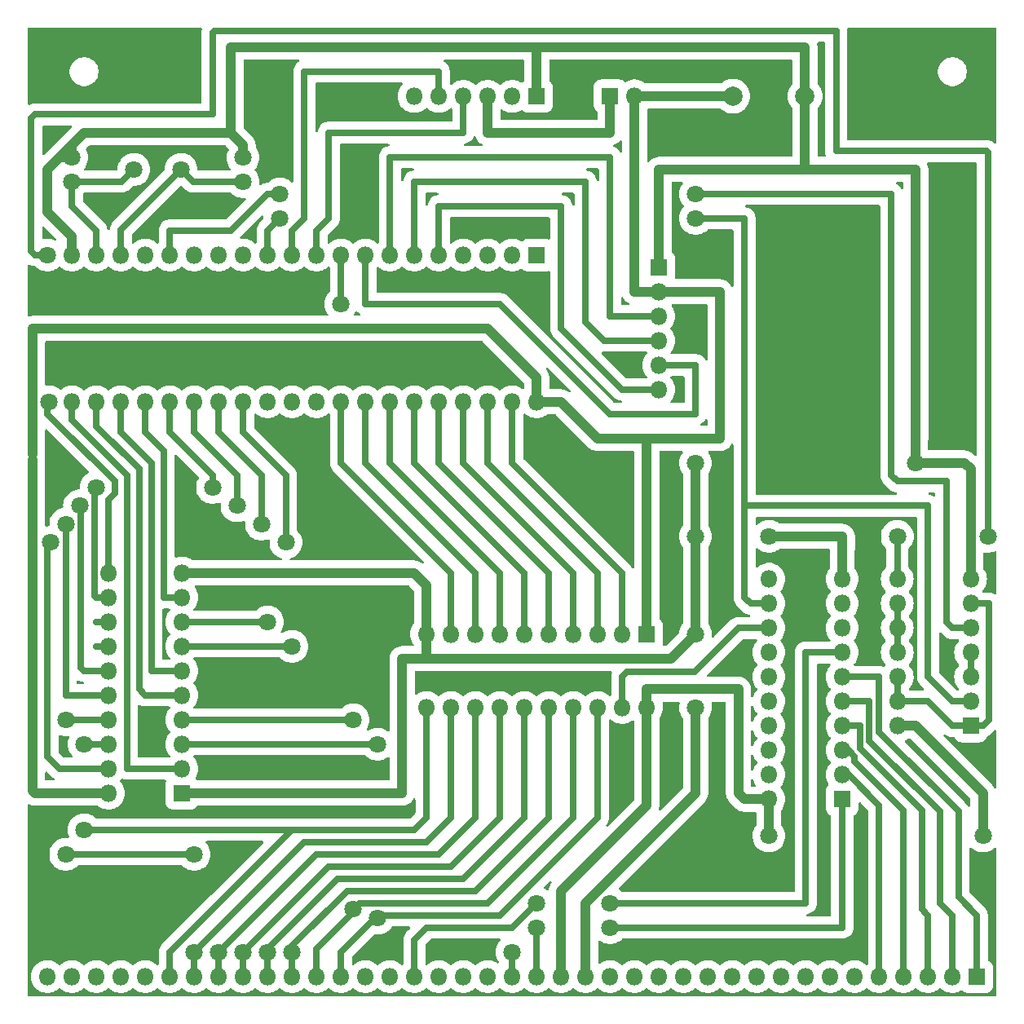
<source format=gbr>
G04 #@! TF.GenerationSoftware,KiCad,Pcbnew,8.0.6*
G04 #@! TF.CreationDate,2025-01-23T15:37:05+01:00*
G04 #@! TF.ProjectId,rc6502_flash,72633635-3032-45f6-966c-6173682e6b69,rev?*
G04 #@! TF.SameCoordinates,PX8db4db0PY1aa54a0*
G04 #@! TF.FileFunction,Copper,L2,Bot*
G04 #@! TF.FilePolarity,Positive*
%FSLAX46Y46*%
G04 Gerber Fmt 4.6, Leading zero omitted, Abs format (unit mm)*
G04 Created by KiCad (PCBNEW 8.0.6) date 2025-01-23 15:37:05*
%MOMM*%
%LPD*%
G01*
G04 APERTURE LIST*
G04 #@! TA.AperFunction,ComponentPad*
%ADD10R,1.800000X1.800000*%
G04 #@! TD*
G04 #@! TA.AperFunction,ComponentPad*
%ADD11O,1.800000X1.800000*%
G04 #@! TD*
G04 #@! TA.AperFunction,ComponentPad*
%ADD12C,1.800000*%
G04 #@! TD*
G04 #@! TA.AperFunction,ComponentPad*
%ADD13C,2.000000*%
G04 #@! TD*
G04 #@! TA.AperFunction,ViaPad*
%ADD14C,1.800000*%
G04 #@! TD*
G04 #@! TA.AperFunction,Conductor*
%ADD15C,0.700000*%
G04 #@! TD*
G04 #@! TA.AperFunction,Conductor*
%ADD16C,1.000000*%
G04 #@! TD*
G04 APERTURE END LIST*
D10*
G04 #@! TO.P,U3,1,OE*
G04 #@! TO.N,GND*
X-85100000Y-80005000D03*
D11*
G04 #@! TO.P,U3,2,O0*
G04 #@! TO.N,Net-(U1-PC0)*
X-85100000Y-77465000D03*
G04 #@! TO.P,U3,3,D0*
G04 #@! TO.N,Net-(J1-D0)*
X-85100000Y-74925000D03*
G04 #@! TO.P,U3,4,D1*
G04 #@! TO.N,Net-(J1-D1)*
X-85100000Y-72385000D03*
G04 #@! TO.P,U3,5,O1*
G04 #@! TO.N,Net-(U1-PC1)*
X-85100000Y-69845000D03*
G04 #@! TO.P,U3,6,O2*
G04 #@! TO.N,Net-(U1-PC2)*
X-85100000Y-67305000D03*
G04 #@! TO.P,U3,7,D2*
G04 #@! TO.N,Net-(J1-D2)*
X-85100000Y-64765000D03*
G04 #@! TO.P,U3,8,D3*
G04 #@! TO.N,Net-(J1-D3)*
X-85100000Y-62225000D03*
G04 #@! TO.P,U3,9,O3*
G04 #@! TO.N,Net-(U1-PC3)*
X-85100000Y-59685000D03*
G04 #@! TO.P,U3,10,GND*
G04 #@! TO.N,GND*
X-85100000Y-57145000D03*
G04 #@! TO.P,U3,11,LE*
G04 #@! TO.N,Net-(U3-LE)*
X-92720000Y-57145000D03*
G04 #@! TO.P,U3,12,O4*
G04 #@! TO.N,Net-(U1-PC4)*
X-92720000Y-59685000D03*
G04 #@! TO.P,U3,13,D4*
G04 #@! TO.N,Net-(J1-D4)*
X-92720000Y-62225000D03*
G04 #@! TO.P,U3,14,D5*
G04 #@! TO.N,Net-(J1-D5)*
X-92720000Y-64765000D03*
G04 #@! TO.P,U3,15,O5*
G04 #@! TO.N,Net-(U1-PC5)*
X-92720000Y-67305000D03*
G04 #@! TO.P,U3,16,O6*
G04 #@! TO.N,Net-(U1-PC6)*
X-92720000Y-69845000D03*
G04 #@! TO.P,U3,17,D6*
G04 #@! TO.N,Net-(J1-D6)*
X-92720000Y-72385000D03*
G04 #@! TO.P,U3,18,D7*
G04 #@! TO.N,Net-(J1-D7)*
X-92720000Y-74925000D03*
G04 #@! TO.P,U3,19,O7*
G04 #@! TO.N,Net-(U1-PC7)*
X-92720000Y-77465000D03*
G04 #@! TO.P,U3,20,VCC*
G04 #@! TO.N,VCC*
X-92720000Y-80005000D03*
G04 #@! TD*
D10*
G04 #@! TO.P,U4,1,I1/CLK*
G04 #@! TO.N,Net-(J1-PHI2)*
X-16520000Y-80640000D03*
D11*
G04 #@! TO.P,U4,2,I2*
G04 #@! TO.N,Net-(J1-A11)*
X-16520000Y-78100000D03*
G04 #@! TO.P,U4,3,I3*
G04 #@! TO.N,Net-(J1-A12)*
X-16520000Y-75560000D03*
G04 #@! TO.P,U4,4,I4*
G04 #@! TO.N,Net-(J1-A13)*
X-16520000Y-73020000D03*
G04 #@! TO.P,U4,5,I5*
G04 #@! TO.N,Net-(J1-A14)*
X-16520000Y-70480000D03*
G04 #@! TO.P,U4,6,I6*
G04 #@! TO.N,Net-(J1-A15)*
X-16520000Y-67940000D03*
G04 #@! TO.P,U4,7,I7*
G04 #@! TO.N,Net-(J1-RW)*
X-16520000Y-65400000D03*
G04 #@! TO.P,U4,8,I8*
G04 #@! TO.N,unconnected-(U4-I8-Pad8)*
X-16520000Y-62860000D03*
G04 #@! TO.P,U4,9,I9*
G04 #@! TO.N,unconnected-(U4-I9-Pad9)*
X-16520000Y-60320000D03*
G04 #@! TO.P,U4,10,GND*
G04 #@! TO.N,GND*
X-16520000Y-57780000D03*
G04 #@! TO.P,U4,11,I10/~{OE}*
G04 #@! TO.N,unconnected-(U4-I10{slash}~{OE}-Pad11)*
X-24140000Y-57780000D03*
G04 #@! TO.P,U4,12,IO8*
G04 #@! TO.N,/LEWRITE-*
X-24140000Y-60320000D03*
G04 #@! TO.P,U4,13,IO7*
G04 #@! TO.N,/CSREAD-*
X-24140000Y-62860000D03*
G04 #@! TO.P,U4,14,IO6*
G04 #@! TO.N,unconnected-(U4-IO6-Pad14)*
X-24140000Y-65400000D03*
G04 #@! TO.P,U4,15,IO5*
G04 #@! TO.N,unconnected-(U4-IO5-Pad15)*
X-24140000Y-67940000D03*
G04 #@! TO.P,U4,16,IO4*
G04 #@! TO.N,unconnected-(U4-IO4-Pad16)*
X-24140000Y-70480000D03*
G04 #@! TO.P,U4,17,I03*
G04 #@! TO.N,unconnected-(U4-I03-Pad17)*
X-24140000Y-73020000D03*
G04 #@! TO.P,U4,18,IO2*
G04 #@! TO.N,unconnected-(U4-IO2-Pad18)*
X-24140000Y-75560000D03*
G04 #@! TO.P,U4,19,IO1*
G04 #@! TO.N,unconnected-(U4-IO1-Pad19)*
X-24140000Y-78100000D03*
G04 #@! TO.P,U4,20,VCC*
G04 #@! TO.N,VCC*
X-24140000Y-80640000D03*
G04 #@! TD*
D12*
G04 #@! TO.P,C1,1*
G04 #@! TO.N,GND*
X-78740000Y-14010000D03*
G04 #@! TO.P,C1,2*
G04 #@! TO.N,Net-(U1-XTAL2)*
X-78740000Y-16510000D03*
G04 #@! TD*
D13*
G04 #@! TO.P,C3,1*
G04 #@! TO.N,VCC*
X-27880000Y-7620000D03*
G04 #@! TO.P,C3,2*
G04 #@! TO.N,GND*
X-20380000Y-7620000D03*
G04 #@! TD*
D10*
G04 #@! TO.P,U5,1*
G04 #@! TO.N,Net-(U5-Pad1)*
X-3185000Y-73030000D03*
D11*
G04 #@! TO.P,U5,2*
G04 #@! TO.N,/LEWRITE-*
X-3185000Y-70490000D03*
G04 #@! TO.P,U5,3*
G04 #@! TO.N,Net-(U5-Pad3)*
X-3185000Y-67950000D03*
G04 #@! TO.P,U5,4*
X-3185000Y-65410000D03*
G04 #@! TO.P,U5,5*
G04 #@! TO.N,/CLEWRITE-*
X-3185000Y-62870000D03*
G04 #@! TO.P,U5,6*
G04 #@! TO.N,Net-(U5-Pad1)*
X-3185000Y-60330000D03*
G04 #@! TO.P,U5,7,GND*
G04 #@! TO.N,GND*
X-3185000Y-57790000D03*
G04 #@! TO.P,U5,8*
G04 #@! TO.N,Net-(U3-LE)*
X-10805000Y-57790000D03*
G04 #@! TO.P,U5,9*
G04 #@! TO.N,Net-(U5-Pad10)*
X-10805000Y-60330000D03*
G04 #@! TO.P,U5,10*
X-10805000Y-62870000D03*
G04 #@! TO.P,U5,11*
X-10805000Y-65410000D03*
G04 #@! TO.P,U5,12*
G04 #@! TO.N,Net-(U5-Pad1)*
X-10805000Y-67950000D03*
G04 #@! TO.P,U5,13*
X-10805000Y-70490000D03*
G04 #@! TO.P,U5,14,VCC*
G04 #@! TO.N,VCC*
X-10805000Y-73030000D03*
G04 #@! TD*
D12*
G04 #@! TO.P,Y1,1,1*
G04 #@! TO.N,Net-(U1-XTAL2)*
X-85180000Y-15240000D03*
G04 #@! TO.P,Y1,2,2*
G04 #@! TO.N,Net-(U1-XTAL1)*
X-90080000Y-15240000D03*
G04 #@! TD*
D10*
G04 #@! TO.P,U1,1,PB0*
G04 #@! TO.N,unconnected-(U1-PB0-Pad1)*
X-48260000Y-24130000D03*
D11*
G04 #@! TO.P,U1,2,PB1*
G04 #@! TO.N,unconnected-(U1-PB1-Pad2)*
X-50800000Y-24130000D03*
G04 #@! TO.P,U1,3,PB2*
G04 #@! TO.N,unconnected-(U1-PB2-Pad3)*
X-53340000Y-24130000D03*
G04 #@! TO.P,U1,4,PB3*
G04 #@! TO.N,unconnected-(U1-PB3-Pad4)*
X-55880000Y-24130000D03*
G04 #@! TO.P,U1,5,PB4*
G04 #@! TO.N,/SS*
X-58420000Y-24130000D03*
G04 #@! TO.P,U1,6,PB5*
G04 #@! TO.N,/MOSI*
X-60960000Y-24130000D03*
G04 #@! TO.P,U1,7,PB6*
G04 #@! TO.N,/MISO*
X-63500000Y-24130000D03*
G04 #@! TO.P,U1,8,PB7*
G04 #@! TO.N,/SCK*
X-66040000Y-24130000D03*
G04 #@! TO.P,U1,9,~{RESET}*
G04 #@! TO.N,RESET*
X-68580000Y-24130000D03*
G04 #@! TO.P,U1,10,PD0*
G04 #@! TO.N,/RXD*
X-71120000Y-24130000D03*
G04 #@! TO.P,U1,11,PD1*
G04 #@! TO.N,/TXD*
X-73660000Y-24130000D03*
G04 #@! TO.P,U1,12,PD2*
G04 #@! TO.N,/LEWRITE-*
X-76200000Y-24130000D03*
G04 #@! TO.P,U1,13,PD3*
G04 #@! TO.N,unconnected-(U1-PD3-Pad13)*
X-78740000Y-24130000D03*
G04 #@! TO.P,U1,14,PD4*
G04 #@! TO.N,unconnected-(U1-PD4-Pad14)*
X-81280000Y-24130000D03*
G04 #@! TO.P,U1,15,PD5*
G04 #@! TO.N,unconnected-(U1-PD5-Pad15)*
X-83820000Y-24130000D03*
G04 #@! TO.P,U1,16,PD6*
G04 #@! TO.N,/CLEWRITE-*
X-86360000Y-24130000D03*
G04 #@! TO.P,U1,17,PD7*
G04 #@! TO.N,unconnected-(U1-PD7-Pad17)*
X-88900000Y-24130000D03*
G04 #@! TO.P,U1,18,XTAL2*
G04 #@! TO.N,Net-(U1-XTAL2)*
X-91440000Y-24130000D03*
G04 #@! TO.P,U1,19,XTAL1*
G04 #@! TO.N,Net-(U1-XTAL1)*
X-93980000Y-24130000D03*
G04 #@! TO.P,U1,20,GND*
G04 #@! TO.N,GND*
X-96520000Y-24130000D03*
G04 #@! TO.P,U1,21,PC0*
G04 #@! TO.N,Net-(U1-PC0)*
X-96520000Y-39370000D03*
G04 #@! TO.P,U1,22,PC1*
G04 #@! TO.N,Net-(U1-PC1)*
X-93980000Y-39370000D03*
G04 #@! TO.P,U1,23,PC2*
G04 #@! TO.N,Net-(U1-PC2)*
X-91440000Y-39370000D03*
G04 #@! TO.P,U1,24,PC3*
G04 #@! TO.N,Net-(U1-PC3)*
X-88900000Y-39370000D03*
G04 #@! TO.P,U1,25,PC4*
G04 #@! TO.N,Net-(U1-PC4)*
X-86360000Y-39370000D03*
G04 #@! TO.P,U1,26,PC5*
G04 #@! TO.N,Net-(U1-PC5)*
X-83820000Y-39370000D03*
G04 #@! TO.P,U1,27,PC6*
G04 #@! TO.N,Net-(U1-PC6)*
X-81280000Y-39370000D03*
G04 #@! TO.P,U1,28,PC7*
G04 #@! TO.N,Net-(U1-PC7)*
X-78740000Y-39370000D03*
G04 #@! TO.P,U1,29,PE2*
G04 #@! TO.N,unconnected-(U1-PE2-Pad29)*
X-76200000Y-39370000D03*
G04 #@! TO.P,U1,30,PE1*
G04 #@! TO.N,unconnected-(U1-PE1-Pad30)*
X-73660000Y-39370000D03*
G04 #@! TO.P,U1,31,PE0*
G04 #@! TO.N,unconnected-(U1-PE0-Pad31)*
X-71120000Y-39370000D03*
G04 #@! TO.P,U1,32,PA7*
G04 #@! TO.N,Net-(U1-PA7)*
X-68580000Y-39370000D03*
G04 #@! TO.P,U1,33,PA6*
G04 #@! TO.N,Net-(U1-PA6)*
X-66040000Y-39370000D03*
G04 #@! TO.P,U1,34,PA5*
G04 #@! TO.N,Net-(U1-PA5)*
X-63500000Y-39370000D03*
G04 #@! TO.P,U1,35,PA4*
G04 #@! TO.N,Net-(U1-PA4)*
X-60960000Y-39370000D03*
G04 #@! TO.P,U1,36,PA3*
G04 #@! TO.N,Net-(U1-PA3)*
X-58420000Y-39370000D03*
G04 #@! TO.P,U1,37,PA2*
G04 #@! TO.N,Net-(U1-PA2)*
X-55880000Y-39370000D03*
G04 #@! TO.P,U1,38,PA1*
G04 #@! TO.N,Net-(U1-PA1)*
X-53340000Y-39370000D03*
G04 #@! TO.P,U1,39,PA0*
G04 #@! TO.N,Net-(U1-PA0)*
X-50800000Y-39370000D03*
G04 #@! TO.P,U1,40,VCC*
G04 #@! TO.N,VCC*
X-48260000Y-39370000D03*
G04 #@! TD*
D12*
G04 #@! TO.P,C2,1*
G04 #@! TO.N,GND*
X-96520000Y-14010000D03*
G04 #@! TO.P,C2,2*
G04 #@! TO.N,Net-(U1-XTAL1)*
X-96520000Y-16510000D03*
G04 #@! TD*
D10*
G04 #@! TO.P,U2,1,A->B*
G04 #@! TO.N,VCC*
X-36830000Y-63500000D03*
D11*
G04 #@! TO.P,U2,2,A0*
G04 #@! TO.N,Net-(U1-PA0)*
X-39370000Y-63500000D03*
G04 #@! TO.P,U2,3,A1*
G04 #@! TO.N,Net-(U1-PA1)*
X-41910000Y-63500000D03*
G04 #@! TO.P,U2,4,A2*
G04 #@! TO.N,Net-(U1-PA2)*
X-44450000Y-63500000D03*
G04 #@! TO.P,U2,5,A3*
G04 #@! TO.N,Net-(U1-PA3)*
X-46990000Y-63500000D03*
G04 #@! TO.P,U2,6,A4*
G04 #@! TO.N,Net-(U1-PA4)*
X-49530000Y-63500000D03*
G04 #@! TO.P,U2,7,A5*
G04 #@! TO.N,Net-(U1-PA5)*
X-52070000Y-63500000D03*
G04 #@! TO.P,U2,8,A6*
G04 #@! TO.N,Net-(U1-PA6)*
X-54610000Y-63500000D03*
G04 #@! TO.P,U2,9,A7*
G04 #@! TO.N,Net-(U1-PA7)*
X-57150000Y-63500000D03*
G04 #@! TO.P,U2,10,GND*
G04 #@! TO.N,GND*
X-59690000Y-63500000D03*
G04 #@! TO.P,U2,11,B7*
G04 #@! TO.N,Net-(J1-D7)*
X-59690000Y-71120000D03*
G04 #@! TO.P,U2,12,B6*
G04 #@! TO.N,Net-(J1-D6)*
X-57150000Y-71120000D03*
G04 #@! TO.P,U2,13,B5*
G04 #@! TO.N,Net-(J1-D5)*
X-54610000Y-71120000D03*
G04 #@! TO.P,U2,14,B4*
G04 #@! TO.N,Net-(J1-D4)*
X-52070000Y-71120000D03*
G04 #@! TO.P,U2,15,B3*
G04 #@! TO.N,Net-(J1-D3)*
X-49530000Y-71120000D03*
G04 #@! TO.P,U2,16,B2*
G04 #@! TO.N,Net-(J1-D2)*
X-46990000Y-71120000D03*
G04 #@! TO.P,U2,17,B1*
G04 #@! TO.N,Net-(J1-D1)*
X-44450000Y-71120000D03*
G04 #@! TO.P,U2,18,B0*
G04 #@! TO.N,Net-(J1-D0)*
X-41910000Y-71120000D03*
G04 #@! TO.P,U2,19,CE*
G04 #@! TO.N,/CSREAD-*
X-39370000Y-71120000D03*
G04 #@! TO.P,U2,20,VCC*
G04 #@! TO.N,VCC*
X-36830000Y-71120000D03*
G04 #@! TD*
D10*
G04 #@! TO.P,J4,1,Pin_1*
G04 #@! TO.N,Net-(J3-Pin_3)*
X-40620000Y-7595000D03*
D11*
G04 #@! TO.P,J4,2,Pin_2*
G04 #@! TO.N,VCC*
X-38080000Y-7595000D03*
G04 #@! TD*
D10*
G04 #@! TO.P,J3,1,Pin_1*
G04 #@! TO.N,GND*
X-48260000Y-7645000D03*
D11*
G04 #@! TO.P,J3,2,Pin_2*
G04 #@! TO.N,unconnected-(J3-Pin_2-Pad2)*
X-50800000Y-7645000D03*
G04 #@! TO.P,J3,3,Pin_3*
G04 #@! TO.N,Net-(J3-Pin_3)*
X-53340000Y-7645000D03*
G04 #@! TO.P,J3,4,Pin_4*
G04 #@! TO.N,/RXD*
X-55880000Y-7645000D03*
G04 #@! TO.P,J3,5,Pin_5*
G04 #@! TO.N,/TXD*
X-58420000Y-7645000D03*
G04 #@! TO.P,J3,6,Pin_6*
G04 #@! TO.N,unconnected-(J3-Pin_6-Pad6)*
X-60960000Y-7645000D03*
G04 #@! TD*
D10*
G04 #@! TO.P,J2,1,Pin_1*
G04 #@! TO.N,GND*
X-35560000Y-25400000D03*
D11*
G04 #@! TO.P,J2,2,Pin_2*
G04 #@! TO.N,VCC*
X-35560000Y-27940000D03*
G04 #@! TO.P,J2,3,Pin_3*
G04 #@! TO.N,/MISO*
X-35560000Y-30480000D03*
G04 #@! TO.P,J2,4,Pin_4*
G04 #@! TO.N,/MOSI*
X-35560000Y-33020000D03*
G04 #@! TO.P,J2,5,Pin_5*
G04 #@! TO.N,/SCK*
X-35560000Y-35560000D03*
G04 #@! TO.P,J2,6,Pin_6*
G04 #@! TO.N,/SS*
X-35560000Y-38100000D03*
G04 #@! TD*
D10*
G04 #@! TO.P,J1,1,A15*
G04 #@! TO.N,Net-(J1-A15)*
X-2540000Y-99060000D03*
D11*
G04 #@! TO.P,J1,2,A14*
G04 #@! TO.N,Net-(J1-A14)*
X-5080000Y-99060000D03*
G04 #@! TO.P,J1,3,A13*
G04 #@! TO.N,Net-(J1-A13)*
X-7620000Y-99060000D03*
G04 #@! TO.P,J1,4,A12*
G04 #@! TO.N,Net-(J1-A12)*
X-10160000Y-99060000D03*
G04 #@! TO.P,J1,5,A11*
G04 #@! TO.N,Net-(J1-A11)*
X-12700000Y-99060000D03*
G04 #@! TO.P,J1,6,A10*
G04 #@! TO.N,unconnected-(J1-A10-Pad6)*
X-15240000Y-99060000D03*
G04 #@! TO.P,J1,7,A9*
G04 #@! TO.N,unconnected-(J1-A9-Pad7)*
X-17780000Y-99060000D03*
G04 #@! TO.P,J1,8,A8*
G04 #@! TO.N,unconnected-(J1-A8-Pad8)*
X-20320000Y-99060000D03*
G04 #@! TO.P,J1,9,A7*
G04 #@! TO.N,unconnected-(J1-A7-Pad9)*
X-22860000Y-99060000D03*
G04 #@! TO.P,J1,10,A6*
G04 #@! TO.N,unconnected-(J1-A6-Pad10)*
X-25400000Y-99060000D03*
G04 #@! TO.P,J1,11,A5*
G04 #@! TO.N,unconnected-(J1-A5-Pad11)*
X-27940000Y-99060000D03*
G04 #@! TO.P,J1,12,A4*
G04 #@! TO.N,unconnected-(J1-A4-Pad12)*
X-30480000Y-99060000D03*
G04 #@! TO.P,J1,13,A3*
G04 #@! TO.N,unconnected-(J1-A3-Pad13)*
X-33020000Y-99060000D03*
G04 #@! TO.P,J1,14,A2*
G04 #@! TO.N,unconnected-(J1-A2-Pad14)*
X-35560000Y-99060000D03*
G04 #@! TO.P,J1,15,A1*
G04 #@! TO.N,unconnected-(J1-A1-Pad15)*
X-38100000Y-99060000D03*
G04 #@! TO.P,J1,16,A0*
G04 #@! TO.N,unconnected-(J1-A0-Pad16)*
X-40640000Y-99060000D03*
G04 #@! TO.P,J1,17,P17*
G04 #@! TO.N,GND*
X-43180000Y-99060000D03*
G04 #@! TO.P,J1,18,P18*
G04 #@! TO.N,VCC*
X-45720000Y-99060000D03*
G04 #@! TO.P,J1,19,PHI2*
G04 #@! TO.N,Net-(J1-PHI2)*
X-48260000Y-99060000D03*
G04 #@! TO.P,J1,20,RESET*
G04 #@! TO.N,RESET*
X-50800000Y-99060000D03*
G04 #@! TO.P,J1,21,PHI0*
G04 #@! TO.N,unconnected-(J1-PHI0-Pad21)*
X-53340000Y-99060000D03*
G04 #@! TO.P,J1,22,IRQ*
G04 #@! TO.N,unconnected-(J1-IRQ-Pad22)*
X-55880000Y-99060000D03*
G04 #@! TO.P,J1,23,EX0*
G04 #@! TO.N,unconnected-(J1-EX0-Pad23)*
X-58420000Y-99060000D03*
G04 #@! TO.P,J1,24,RW*
G04 #@! TO.N,Net-(J1-RW)*
X-60960000Y-99060000D03*
G04 #@! TO.P,J1,25,READY*
G04 #@! TO.N,unconnected-(J1-READY-Pad25)*
X-63500000Y-99060000D03*
G04 #@! TO.P,J1,26,SYNC*
G04 #@! TO.N,unconnected-(J1-SYNC-Pad26)*
X-66040000Y-99060000D03*
G04 #@! TO.P,J1,27,D0*
G04 #@! TO.N,Net-(J1-D0)*
X-68580000Y-99060000D03*
G04 #@! TO.P,J1,28,D1*
G04 #@! TO.N,Net-(J1-D1)*
X-71120000Y-99060000D03*
G04 #@! TO.P,J1,29,D2*
G04 #@! TO.N,Net-(J1-D2)*
X-73660000Y-99060000D03*
G04 #@! TO.P,J1,30,D3*
G04 #@! TO.N,Net-(J1-D3)*
X-76200000Y-99060000D03*
G04 #@! TO.P,J1,31,D4*
G04 #@! TO.N,Net-(J1-D4)*
X-78740000Y-99060000D03*
G04 #@! TO.P,J1,32,D5*
G04 #@! TO.N,Net-(J1-D5)*
X-81280000Y-99060000D03*
G04 #@! TO.P,J1,33,D6*
G04 #@! TO.N,Net-(J1-D6)*
X-83820000Y-99060000D03*
G04 #@! TO.P,J1,34,D7*
G04 #@! TO.N,Net-(J1-D7)*
X-86360000Y-99060000D03*
G04 #@! TO.P,J1,35,TX*
G04 #@! TO.N,unconnected-(J1-TX-Pad35)*
X-88900000Y-99060000D03*
G04 #@! TO.P,J1,36,RX*
G04 #@! TO.N,unconnected-(J1-RX-Pad36)*
X-91440000Y-99060000D03*
G04 #@! TO.P,J1,37,NMI*
G04 #@! TO.N,unconnected-(J1-NMI-Pad37)*
X-93980000Y-99060000D03*
G04 #@! TO.P,J1,38,EX1*
G04 #@! TO.N,unconnected-(J1-EX1-Pad38)*
X-96520000Y-99060000D03*
G04 #@! TO.P,J1,39,EX2*
G04 #@! TO.N,unconnected-(J1-EX2-Pad39)*
X-99060000Y-99060000D03*
G04 #@! TD*
D14*
G04 #@! TO.N,Net-(U3-LE)*
X-1400000Y-53340000D03*
X-10795000Y-53340000D03*
G04 #@! TO.N,GND*
X-24130000Y-53340000D03*
X-8900000Y-45720000D03*
X-31750000Y-45720000D03*
X-31750000Y-53340000D03*
X-31750000Y-71120000D03*
X-31750000Y-63500000D03*
G04 #@! TO.N,Net-(J1-D0)*
X-64775000Y-74925000D03*
X-64770000Y-92990000D03*
G04 #@! TO.N,Net-(J1-PHI2)*
X-48260000Y-93980000D03*
X-40640000Y-93980000D03*
G04 #@! TO.N,Net-(J1-D1)*
X-67310000Y-92075000D03*
X-67307500Y-72387500D03*
G04 #@! TO.N,Net-(J1-D2)*
X-73660000Y-96520000D03*
X-73660000Y-64765000D03*
G04 #@! TO.N,RESET*
X-68580000Y-29210000D03*
X-50800000Y-96520000D03*
G04 #@! TO.N,Net-(J1-D7)*
X-95245000Y-74925000D03*
X-95250000Y-83820000D03*
G04 #@! TO.N,VCC*
X-1905000Y-84455000D03*
X-24140000Y-84445000D03*
G04 #@! TO.N,Net-(J1-D4)*
X-78740000Y-96520000D03*
G04 #@! TO.N,Net-(J1-D6)*
X-97155000Y-86360000D03*
X-83820000Y-96520000D03*
X-83820000Y-86360000D03*
X-97150000Y-72385000D03*
G04 #@! TO.N,Net-(J1-RW)*
X-40640000Y-91440000D03*
X-48260000Y-91440000D03*
G04 #@! TO.N,Net-(J1-D3)*
X-76200000Y-96520000D03*
X-76200000Y-62225000D03*
G04 #@! TO.N,Net-(J1-D5)*
X-81280000Y-96520000D03*
G04 #@! TO.N,/LEWRITE-*
X-31750000Y-20320000D03*
X-74930000Y-20320000D03*
G04 #@! TO.N,/CLEWRITE-*
X-74930000Y-17780000D03*
X-31750000Y-17780000D03*
G04 #@! TO.N,Net-(U1-PC6)*
X-97155000Y-52070000D03*
X-76835000Y-52070000D03*
G04 #@! TO.N,Net-(U1-PC4)*
X-81915000Y-48260000D03*
X-93980000Y-48260000D03*
G04 #@! TO.N,Net-(U1-PC5)*
X-95720000Y-50165000D03*
X-79375000Y-50165000D03*
G04 #@! TO.N,Net-(U1-PC7)*
X-74295000Y-53975000D03*
X-98705000Y-53975000D03*
G04 #@! TO.N,Net-(U3-LE)*
X-99060000Y-24130000D03*
X-98900000Y-39370000D03*
G04 #@! TD*
D15*
G04 #@! TO.N,/LEWRITE-*
X-3185000Y-70490000D02*
X-5075000Y-70490000D01*
X-5075000Y-70490000D02*
X-7620000Y-67945000D01*
X-7620000Y-67945000D02*
X-7620000Y-50165000D01*
X-7620000Y-50165000D02*
X-26670000Y-50165000D01*
G04 #@! TO.N,Net-(U3-LE)*
X-99060000Y-24130000D02*
X-100330000Y-24130000D01*
X-17145000Y-13335000D02*
X-1530000Y-13335000D01*
X-100330000Y-24130000D02*
X-100750000Y-23710000D01*
X-100750000Y-9945000D02*
X-100330000Y-9525000D01*
X-17145000Y-850000D02*
X-17145000Y-13335000D01*
X-100330000Y-9525000D02*
X-81915000Y-9525000D01*
X-81700000Y-850000D02*
X-17145000Y-850000D01*
X-100750000Y-23710000D02*
X-100750000Y-9945000D01*
X-81915000Y-9525000D02*
X-81915000Y-1065000D01*
X-81915000Y-1065000D02*
X-81700000Y-850000D01*
X-1530000Y-13335000D02*
X-1400000Y-13465000D01*
X-1400000Y-53340000D02*
X-1400000Y-13465000D01*
X-10805000Y-53350000D02*
X-10795000Y-53340000D01*
X-10805000Y-57790000D02*
X-10805000Y-53350000D01*
G04 #@! TO.N,Net-(U5-Pad1)*
X-7625000Y-70490000D02*
X-7620000Y-70485000D01*
X-10805000Y-70490000D02*
X-7625000Y-70490000D01*
X-7620000Y-70485000D02*
X-5075000Y-73030000D01*
X-5075000Y-73030000D02*
X-4185000Y-73030000D01*
X-10805000Y-67950000D02*
X-10805000Y-70490000D01*
G04 #@! TO.N,Net-(U5-Pad10)*
X-10805000Y-62870000D02*
X-10805000Y-65410000D01*
X-10805000Y-60330000D02*
X-10805000Y-62870000D01*
G04 #@! TO.N,Net-(U1-XTAL2)*
X-91440000Y-21500000D02*
X-85180000Y-15240000D01*
X-85180000Y-15240000D02*
X-83910000Y-16510000D01*
X-83910000Y-16510000D02*
X-78740000Y-16510000D01*
X-91440000Y-24130000D02*
X-91440000Y-21500000D01*
D16*
G04 #@! TO.N,GND*
X-60960000Y-57150000D02*
X-59690000Y-58420000D01*
X-20380000Y-7620000D02*
X-20380000Y-15180000D01*
X-43180000Y-91440000D02*
X-31750000Y-80010000D01*
X-80010000Y-2540000D02*
X-80010000Y-11430000D01*
X-20380000Y-15180000D02*
X-20320000Y-15240000D01*
X-98425000Y-14605000D02*
X-96520000Y-12700000D01*
X-59690000Y-58420000D02*
X-59690000Y-63500000D01*
X-34290000Y-66040000D02*
X-59690000Y-66040000D01*
X-20380000Y-7620000D02*
X-20380000Y-2540000D01*
X-85095000Y-57150000D02*
X-60960000Y-57150000D01*
X-16510000Y-54610000D02*
X-16520000Y-54620000D01*
X-8900000Y-43190000D02*
X-8890000Y-43180000D01*
X-96520000Y-14010000D02*
X-96520000Y-12700000D01*
X-99060000Y-19685000D02*
X-96520000Y-22225000D01*
X-80010000Y-11430000D02*
X-78740000Y-12700000D01*
X-24130000Y-53340000D02*
X-16510000Y-53340000D01*
X-48260000Y-7645000D02*
X-48260000Y-2540000D01*
X-16510000Y-53340000D02*
X-16510000Y-54610000D01*
X-96520000Y-22225000D02*
X-96520000Y-24130000D01*
X-35560000Y-17780000D02*
X-35560000Y-15240000D01*
X-31750000Y-80010000D02*
X-31750000Y-71120000D01*
X-97830000Y-14010000D02*
X-98425000Y-14605000D01*
X-62230000Y-80010000D02*
X-62235000Y-80005000D01*
X-16520000Y-54620000D02*
X-16520000Y-57780000D01*
X-35560000Y-18415000D02*
X-35560000Y-17780000D01*
X-85100000Y-57145000D02*
X-85095000Y-57150000D01*
X-3175000Y-46355000D02*
X-3185000Y-46365000D01*
X-31750000Y-63500000D02*
X-34290000Y-66040000D01*
X-96520000Y-14010000D02*
X-97830000Y-14010000D01*
X-62235000Y-80005000D02*
X-85100000Y-80005000D01*
X-20320000Y-15240000D02*
X-35560000Y-15240000D01*
X-59690000Y-66040000D02*
X-62230000Y-66040000D01*
X-3810000Y-45720000D02*
X-3175000Y-46355000D01*
X-20380000Y-2540000D02*
X-48260000Y-2540000D01*
X-95250000Y-11430000D02*
X-80010000Y-11430000D01*
X-8890000Y-43180000D02*
X-8890000Y-15240000D01*
X-99060000Y-15240000D02*
X-99060000Y-19685000D01*
X-96520000Y-12700000D02*
X-95250000Y-11430000D01*
X-48260000Y-2540000D02*
X-80010000Y-2540000D01*
X-35560000Y-18415000D02*
X-35560000Y-25400000D01*
X-3185000Y-46365000D02*
X-3185000Y-57790000D01*
X-8890000Y-15240000D02*
X-20320000Y-15240000D01*
X-98425000Y-14605000D02*
X-99060000Y-15240000D01*
X-62230000Y-66040000D02*
X-62230000Y-80010000D01*
X-31750000Y-45720000D02*
X-31750000Y-63500000D01*
X-8900000Y-45720000D02*
X-3810000Y-45720000D01*
X-59690000Y-66040000D02*
X-59690000Y-63500000D01*
X-43180000Y-99060000D02*
X-43180000Y-91440000D01*
X-8900000Y-45720000D02*
X-8900000Y-43190000D01*
X-78740000Y-12700000D02*
X-78740000Y-14010000D01*
D15*
G04 #@! TO.N,Net-(U1-XTAL1)*
X-91350000Y-16510000D02*
X-90080000Y-15240000D01*
X-93980000Y-21590000D02*
X-93980000Y-24130000D01*
X-96520000Y-16510000D02*
X-91350000Y-16510000D01*
X-96520000Y-16510000D02*
X-96520000Y-19050000D01*
X-96520000Y-19050000D02*
X-93980000Y-21590000D01*
G04 #@! TO.N,Net-(J1-D0)*
X-85100000Y-74925000D02*
X-64775000Y-74925000D01*
X-41910000Y-71120000D02*
X-41910000Y-82550000D01*
X-64770000Y-92710000D02*
X-64770000Y-92990000D01*
X-41910000Y-82550000D02*
X-52070000Y-92710000D01*
X-52070000Y-92710000D02*
X-64770000Y-92710000D01*
X-68580000Y-96520000D02*
X-68580000Y-99060000D01*
X-64770000Y-92710000D02*
X-68580000Y-96520000D01*
X-64770000Y-74930000D02*
X-64775000Y-74925000D01*
G04 #@! TO.N,Net-(J1-A13)*
X-8255000Y-81770786D02*
X-8255000Y-92075000D01*
X-16520000Y-73020000D02*
X-14705000Y-73020000D01*
X-7620000Y-92710000D02*
X-7620000Y-99060000D01*
X-14705000Y-73020000D02*
X-14700000Y-73025000D01*
X-8255000Y-92075000D02*
X-7620000Y-92710000D01*
X-14700000Y-73025000D02*
X-14700000Y-75325786D01*
X-14700000Y-75325786D02*
X-8255000Y-81770786D01*
G04 #@! TO.N,Net-(J1-PHI2)*
X-16520000Y-93335000D02*
X-16520000Y-80640000D01*
X-16510000Y-93345000D02*
X-16520000Y-93335000D01*
X-48260000Y-99060000D02*
X-48260000Y-93980000D01*
X-40640000Y-93980000D02*
X-16510000Y-93980000D01*
X-16510000Y-93980000D02*
X-16510000Y-93345000D01*
G04 #@! TO.N,Net-(J1-D1)*
X-53340000Y-91440000D02*
X-44450000Y-82550000D01*
X-67310000Y-92392500D02*
X-71120000Y-96202500D01*
X-67310000Y-92075000D02*
X-67310000Y-92392500D01*
X-44450000Y-82550000D02*
X-44450000Y-71120000D01*
X-67310000Y-92075000D02*
X-66675000Y-91440000D01*
X-67310000Y-72385000D02*
X-85100000Y-72385000D01*
X-67307500Y-72387500D02*
X-67310000Y-72385000D01*
X-71120000Y-96202500D02*
X-71120000Y-99060000D01*
X-66675000Y-91440000D02*
X-53340000Y-91440000D01*
G04 #@! TO.N,Net-(J1-D2)*
X-73660000Y-64765000D02*
X-85100000Y-64765000D01*
X-46990000Y-82550000D02*
X-54610000Y-90170000D01*
X-67945000Y-90170000D02*
X-73660000Y-95885000D01*
X-73660000Y-64765000D02*
X-73655000Y-64770000D01*
X-73660000Y-96520000D02*
X-73660000Y-99060000D01*
X-54610000Y-90170000D02*
X-67945000Y-90170000D01*
X-46990000Y-71120000D02*
X-46990000Y-82550000D01*
X-73660000Y-95885000D02*
X-73660000Y-96520000D01*
G04 #@! TO.N,RESET*
X-50800000Y-99060000D02*
X-50800000Y-96520000D01*
X-68580000Y-24130000D02*
X-68580000Y-29210000D01*
G04 #@! TO.N,Net-(J1-A14)*
X-5080000Y-92710000D02*
X-5080000Y-99060000D01*
X-16520000Y-70480000D02*
X-13700000Y-70480000D01*
X-6350000Y-81915000D02*
X-6350000Y-91440000D01*
X-13700000Y-74565000D02*
X-6350000Y-81915000D01*
X-6350000Y-91440000D02*
X-5080000Y-92710000D01*
X-13700000Y-70480000D02*
X-13700000Y-74565000D01*
G04 #@! TO.N,Net-(J1-D7)*
X-92720000Y-74925000D02*
X-95245000Y-74925000D01*
X-86360000Y-96520000D02*
X-86360000Y-99060000D01*
X-95250000Y-83820000D02*
X-73660000Y-83820000D01*
X-95250000Y-74930000D02*
X-95245000Y-74925000D01*
X-59690000Y-71120000D02*
X-59690000Y-82550000D01*
X-59690000Y-82550000D02*
X-60960000Y-83820000D01*
X-60960000Y-83820000D02*
X-73660000Y-83820000D01*
X-73660000Y-83820000D02*
X-86360000Y-96520000D01*
D16*
G04 #@! TO.N,VCC*
X-38100000Y-27940000D02*
X-29210000Y-27940000D01*
X-36830000Y-63500000D02*
X-36830000Y-43180000D01*
X-1905000Y-84455000D02*
X-1905000Y-80010000D01*
X-100600000Y-79730000D02*
X-100325000Y-80005000D01*
X-100325000Y-80005000D02*
X-92720000Y-80005000D01*
X-45720000Y-90170000D02*
X-36830000Y-81280000D01*
X-8885000Y-73030000D02*
X-10805000Y-73030000D01*
X-41910000Y-43180000D02*
X-45720000Y-39370000D01*
X-38080000Y-11410000D02*
X-38100000Y-11430000D01*
X-1905000Y-80010000D02*
X-8885000Y-73030000D01*
X-24140000Y-80640000D02*
X-24140000Y-84445000D01*
X-25395000Y-80640000D02*
X-24140000Y-80640000D01*
X-27305000Y-69215000D02*
X-27305000Y-80010000D01*
X-25400000Y-80645000D02*
X-25395000Y-80640000D01*
X-36830000Y-43180000D02*
X-41910000Y-43180000D01*
X-27305000Y-80010000D02*
X-26670000Y-80645000D01*
X-38080000Y-7595000D02*
X-38080000Y-11410000D01*
X-45720000Y-99060000D02*
X-45720000Y-90170000D01*
X-36830000Y-69215000D02*
X-27305000Y-69215000D01*
X-38080000Y-7595000D02*
X-27905000Y-7595000D01*
X-38100000Y-11430000D02*
X-38100000Y-27940000D01*
X-100600000Y-44815000D02*
X-100600000Y-31750000D01*
X-26670000Y-80645000D02*
X-25400000Y-80645000D01*
X-29210000Y-27940000D02*
X-29210000Y-43180000D01*
X-53340000Y-31750000D02*
X-48260000Y-36830000D01*
X-36830000Y-71120000D02*
X-36830000Y-69215000D01*
X-45720000Y-39370000D02*
X-48260000Y-39370000D01*
X-24130000Y-84455000D02*
X-24140000Y-84445000D01*
X-27905000Y-7595000D02*
X-27880000Y-7620000D01*
X-36830000Y-81280000D02*
X-36830000Y-71120000D01*
X-29210000Y-43180000D02*
X-36830000Y-43180000D01*
X-100600000Y-31750000D02*
X-53340000Y-31750000D01*
X-48260000Y-36830000D02*
X-48260000Y-39370000D01*
X-100600000Y-45355000D02*
X-100600000Y-79730000D01*
D15*
G04 #@! TO.N,Net-(J1-D4)*
X-57150000Y-87630000D02*
X-69850000Y-87630000D01*
X-52070000Y-71120000D02*
X-52070000Y-82550000D01*
X-52070000Y-82550000D02*
X-57150000Y-87630000D01*
X-93975000Y-62225000D02*
X-92720000Y-62225000D01*
X-69850000Y-87630000D02*
X-78740000Y-96520000D01*
X-78740000Y-96520000D02*
X-78740000Y-99060000D01*
X-93975000Y-62225000D02*
X-93980000Y-62230000D01*
G04 #@! TO.N,Net-(J1-A12)*
X-16520000Y-75560000D02*
X-15880000Y-75560000D01*
X-15240000Y-76690786D02*
X-10160000Y-81770786D01*
X-15880000Y-75560000D02*
X-15240000Y-76200000D01*
X-10160000Y-81770786D02*
X-10160000Y-99060000D01*
X-15240000Y-76200000D02*
X-15240000Y-76690786D01*
G04 #@! TO.N,Net-(J1-D6)*
X-59690000Y-85090000D02*
X-57150000Y-82550000D01*
X-97155000Y-86360000D02*
X-83820000Y-86360000D01*
X-83820000Y-96520000D02*
X-83820000Y-99060000D01*
X-97155000Y-72390000D02*
X-97150000Y-72385000D01*
X-72390000Y-85090000D02*
X-59690000Y-85090000D01*
X-83820000Y-96520000D02*
X-72390000Y-85090000D01*
X-57150000Y-82550000D02*
X-57150000Y-71120000D01*
X-92720000Y-72385000D02*
X-97150000Y-72385000D01*
G04 #@! TO.N,Net-(J1-RW)*
X-20315000Y-65400000D02*
X-20320000Y-65405000D01*
X-50800000Y-93980000D02*
X-48260000Y-91440000D01*
X-16520000Y-65400000D02*
X-20315000Y-65400000D01*
X-20320000Y-67945000D02*
X-20320000Y-70485000D01*
X-59690000Y-93980000D02*
X-50800000Y-93980000D01*
X-20320000Y-74930000D02*
X-20320000Y-70485000D01*
X-60960000Y-99060000D02*
X-60960000Y-95250000D01*
X-20315000Y-67940000D02*
X-20320000Y-67945000D01*
X-20320000Y-70485000D02*
X-20315000Y-70480000D01*
X-20320000Y-91440000D02*
X-20320000Y-74930000D01*
X-40640000Y-91440000D02*
X-20320000Y-91440000D01*
X-60960000Y-95250000D02*
X-59690000Y-93980000D01*
X-20320000Y-65405000D02*
X-20320000Y-67945000D01*
G04 #@! TO.N,Net-(J1-D3)*
X-49530000Y-82550000D02*
X-55880000Y-88900000D01*
X-76200000Y-62225000D02*
X-85100000Y-62225000D01*
X-76200000Y-96202500D02*
X-76200000Y-99060000D01*
X-55880000Y-88900000D02*
X-68897500Y-88900000D01*
X-49530000Y-71120000D02*
X-49530000Y-82550000D01*
X-68897500Y-88900000D02*
X-76200000Y-96202500D01*
G04 #@! TO.N,Net-(J1-D5)*
X-58420000Y-86360000D02*
X-71120000Y-86360000D01*
X-81280000Y-96520000D02*
X-81280000Y-99060000D01*
X-92720000Y-64765000D02*
X-93975000Y-64765000D01*
X-71120000Y-86360000D02*
X-81280000Y-96520000D01*
X-54610000Y-82550000D02*
X-58420000Y-86360000D01*
X-54610000Y-71120000D02*
X-54610000Y-82550000D01*
G04 #@! TO.N,Net-(J1-A15)*
X-2540000Y-99060000D02*
X-2540000Y-92710000D01*
X-2540000Y-92710000D02*
X-4445000Y-90805000D01*
X-4445000Y-90805000D02*
X-4445000Y-81915000D01*
X-12705000Y-67940000D02*
X-16520000Y-67940000D01*
X-12700000Y-73660000D02*
X-12700000Y-67945000D01*
X-4445000Y-81915000D02*
X-12700000Y-73660000D01*
X-12700000Y-67945000D02*
X-12705000Y-67940000D01*
G04 #@! TO.N,/MISO*
X-63500000Y-13970000D02*
X-40640000Y-13970000D01*
X-40640000Y-30480000D02*
X-35560000Y-30480000D01*
X-40640000Y-13970000D02*
X-40640000Y-30480000D01*
X-63500000Y-24130000D02*
X-63500000Y-13970000D01*
G04 #@! TO.N,/MOSI*
X-43180000Y-16510000D02*
X-60960000Y-16510000D01*
X-35560000Y-33020000D02*
X-41275000Y-33020000D01*
X-43180000Y-31115000D02*
X-43180000Y-16510000D01*
X-41275000Y-33020000D02*
X-43180000Y-31115000D01*
X-60960000Y-16510000D02*
X-60960000Y-24130000D01*
G04 #@! TO.N,/SS*
X-45720000Y-19050000D02*
X-45720000Y-31750000D01*
X-39370000Y-38100000D02*
X-35560000Y-38100000D01*
X-58420000Y-24130000D02*
X-58420000Y-19050000D01*
X-58420000Y-19050000D02*
X-45720000Y-19050000D01*
X-45720000Y-31750000D02*
X-39370000Y-38100000D01*
G04 #@! TO.N,/SCK*
X-66040000Y-29210000D02*
X-66040000Y-24130000D01*
X-31750000Y-35560000D02*
X-31750000Y-40640000D01*
X-31750000Y-40640000D02*
X-40640000Y-40640000D01*
X-35560000Y-35560000D02*
X-31750000Y-35560000D01*
X-40640000Y-40640000D02*
X-52070000Y-29210000D01*
X-52070000Y-29210000D02*
X-66040000Y-29210000D01*
G04 #@! TO.N,/RXD*
X-71120000Y-21590000D02*
X-71120000Y-24130000D01*
X-69850000Y-11430000D02*
X-69850000Y-20320000D01*
X-55880000Y-11430000D02*
X-69850000Y-11430000D01*
X-55880000Y-7645000D02*
X-55880000Y-11430000D01*
X-69850000Y-20320000D02*
X-71120000Y-21590000D01*
G04 #@! TO.N,/TXD*
X-72390000Y-20320000D02*
X-73660000Y-21590000D01*
X-73660000Y-21590000D02*
X-73660000Y-24130000D01*
X-58420000Y-7645000D02*
X-58420000Y-5080000D01*
X-72390000Y-5080000D02*
X-72390000Y-20320000D01*
X-58420000Y-5080000D02*
X-72390000Y-5080000D01*
G04 #@! TO.N,Net-(U1-PA5)*
X-52070000Y-57150000D02*
X-52070000Y-63500000D01*
X-63500000Y-45720000D02*
X-52070000Y-57150000D01*
X-63500000Y-39370000D02*
X-63500000Y-45720000D01*
G04 #@! TO.N,/LEWRITE-*
X-76200000Y-21590000D02*
X-74930000Y-20320000D01*
X-76200000Y-24130000D02*
X-76200000Y-21590000D01*
X-26030000Y-60320000D02*
X-26670000Y-59680000D01*
X-26670000Y-59680000D02*
X-26670000Y-50165000D01*
X-26670000Y-20320000D02*
X-31750000Y-20320000D01*
X-24140000Y-60320000D02*
X-26030000Y-60320000D01*
X-26670000Y-50165000D02*
X-26670000Y-20320000D01*
G04 #@! TO.N,/CLEWRITE-*
X-80010000Y-21590000D02*
X-86360000Y-21590000D01*
X-5715000Y-62230000D02*
X-5075000Y-62870000D01*
X-11430000Y-17780000D02*
X-11430000Y-46990000D01*
X-5715000Y-47625000D02*
X-5715000Y-62230000D01*
X-11430000Y-46990000D02*
X-10795000Y-47625000D01*
X-10795000Y-47625000D02*
X-5715000Y-47625000D01*
X-76200000Y-17780000D02*
X-80010000Y-21590000D01*
X-5075000Y-62870000D02*
X-3185000Y-62870000D01*
X-86360000Y-21590000D02*
X-86360000Y-24130000D01*
X-74930000Y-17780000D02*
X-76200000Y-17780000D01*
X-31750000Y-17780000D02*
X-11430000Y-17780000D01*
G04 #@! TO.N,Net-(U1-PC6)*
X-97155000Y-52070000D02*
X-97155000Y-69850000D01*
X-81280000Y-39370000D02*
X-81280000Y-42545000D01*
X-97150000Y-69845000D02*
X-92720000Y-69845000D01*
X-81280000Y-42545000D02*
X-76835000Y-46990000D01*
X-97155000Y-69850000D02*
X-97150000Y-69845000D01*
X-76835000Y-46990000D02*
X-76835000Y-52070000D01*
G04 #@! TO.N,Net-(U1-PA2)*
X-55880000Y-39370000D02*
X-55880000Y-45720000D01*
X-44450000Y-57150000D02*
X-44450000Y-63500000D01*
X-55880000Y-45720000D02*
X-44450000Y-57150000D01*
G04 #@! TO.N,Net-(U1-PA3)*
X-58420000Y-45720000D02*
X-46990000Y-57150000D01*
X-46990000Y-57150000D02*
X-46990000Y-63500000D01*
X-58420000Y-39370000D02*
X-58420000Y-45720000D01*
G04 #@! TO.N,Net-(U1-PA7)*
X-57150000Y-57150000D02*
X-57150000Y-63500000D01*
X-68580000Y-45720000D02*
X-57150000Y-57150000D01*
X-68580000Y-39370000D02*
X-68580000Y-45720000D01*
G04 #@! TO.N,Net-(U1-PA4)*
X-60960000Y-39370000D02*
X-60960000Y-45720000D01*
X-60960000Y-45720000D02*
X-49530000Y-57150000D01*
X-49530000Y-57150000D02*
X-49530000Y-63500000D01*
G04 #@! TO.N,Net-(U1-PC4)*
X-93982500Y-59690000D02*
X-92725000Y-59690000D01*
X-81915000Y-46990000D02*
X-86360000Y-42545000D01*
X-94170000Y-59502500D02*
X-93982500Y-59690000D01*
X-81915000Y-48260000D02*
X-81915000Y-46990000D01*
X-93980000Y-48260000D02*
X-94170000Y-48450000D01*
X-86360000Y-42545000D02*
X-86360000Y-39370000D01*
X-94170000Y-48450000D02*
X-94170000Y-59502500D01*
X-92725000Y-59690000D02*
X-92720000Y-59685000D01*
G04 #@! TO.N,Net-(U1-PC5)*
X-79375000Y-46990000D02*
X-83820000Y-42545000D01*
X-95250000Y-67305000D02*
X-92720000Y-67305000D01*
X-95605000Y-50280000D02*
X-95605000Y-66950000D01*
X-79375000Y-50165000D02*
X-79375000Y-46990000D01*
X-95720000Y-50165000D02*
X-95605000Y-50280000D01*
X-95605000Y-66950000D02*
X-95250000Y-67305000D01*
X-83820000Y-42545000D02*
X-83820000Y-39370000D01*
G04 #@! TO.N,Net-(U1-PC3)*
X-88900000Y-42545000D02*
X-86995000Y-44450000D01*
X-86995000Y-59690000D02*
X-85105000Y-59690000D01*
X-86995000Y-44450000D02*
X-86995000Y-59690000D01*
X-85105000Y-59690000D02*
X-85100000Y-59685000D01*
X-88900000Y-39370000D02*
X-88900000Y-42545000D01*
G04 #@! TO.N,Net-(U1-PA0)*
X-39370000Y-57150000D02*
X-39370000Y-63500000D01*
X-50800000Y-39370000D02*
X-50800000Y-45720000D01*
X-50800000Y-45720000D02*
X-39370000Y-57150000D01*
G04 #@! TO.N,Net-(U1-PC0)*
X-96520000Y-41275000D02*
X-90805000Y-46990000D01*
X-88900000Y-77470000D02*
X-88895000Y-77465000D01*
X-88895000Y-77465000D02*
X-85100000Y-77465000D01*
X-90805000Y-77470000D02*
X-88900000Y-77470000D01*
X-90805000Y-46990000D02*
X-90805000Y-77470000D01*
X-96520000Y-39370000D02*
X-96520000Y-41275000D01*
G04 #@! TO.N,Net-(U1-PC7)*
X-97795000Y-77465000D02*
X-92720000Y-77465000D01*
X-98705000Y-53975000D02*
X-99060000Y-54330000D01*
X-99060000Y-54330000D02*
X-99060000Y-76200000D01*
X-78740000Y-39370000D02*
X-78740000Y-42545000D01*
X-99060000Y-76200000D02*
X-97795000Y-77465000D01*
X-74295000Y-46990000D02*
X-74295000Y-53975000D01*
X-78740000Y-42545000D02*
X-74295000Y-46990000D01*
G04 #@! TO.N,Net-(U1-PA1)*
X-53340000Y-39370000D02*
X-53340000Y-45720000D01*
X-41910000Y-57150000D02*
X-41910000Y-63500000D01*
X-53340000Y-45720000D02*
X-41910000Y-57150000D01*
G04 #@! TO.N,Net-(U1-PC2)*
X-91440000Y-42545000D02*
X-88265000Y-45720000D01*
X-86355000Y-67305000D02*
X-85100000Y-67305000D01*
X-86360000Y-67310000D02*
X-86355000Y-67305000D01*
X-88265000Y-45720000D02*
X-88265000Y-67310000D01*
X-91440000Y-39370000D02*
X-91440000Y-42545000D01*
X-88265000Y-67310000D02*
X-86360000Y-67310000D01*
G04 #@! TO.N,Net-(U1-PA6)*
X-54610000Y-57150000D02*
X-54610000Y-63500000D01*
X-66040000Y-45720000D02*
X-54610000Y-57150000D01*
X-66040000Y-39370000D02*
X-66040000Y-45720000D01*
G04 #@! TO.N,Net-(U1-PC1)*
X-93980000Y-41910000D02*
X-89535000Y-46355000D01*
X-88895000Y-69845000D02*
X-85100000Y-69845000D01*
X-93980000Y-39370000D02*
X-93980000Y-41910000D01*
X-89535000Y-46355000D02*
X-89535000Y-69205000D01*
X-89535000Y-69205000D02*
X-88895000Y-69845000D01*
G04 #@! TO.N,/CSREAD-*
X-31870000Y-67430000D02*
X-27300000Y-62860000D01*
X-27300000Y-62860000D02*
X-24140000Y-62860000D01*
X-38855000Y-67430000D02*
X-31870000Y-67430000D01*
X-39370000Y-71120000D02*
X-39370000Y-67945000D01*
X-39370000Y-67945000D02*
X-38855000Y-67430000D01*
D16*
G04 #@! TO.N,Net-(J3-Pin_3)*
X-53340000Y-7645000D02*
X-53340000Y-11430000D01*
X-53340000Y-11430000D02*
X-40640000Y-11430000D01*
X-40640000Y-11430000D02*
X-40620000Y-11410000D01*
X-40620000Y-11410000D02*
X-40620000Y-7595000D01*
D15*
G04 #@! TO.N,Net-(J1-A11)*
X-12700000Y-99060000D02*
X-12700000Y-81280000D01*
X-12700000Y-81280000D02*
X-15880000Y-78100000D01*
X-15880000Y-78100000D02*
X-16520000Y-78100000D01*
G04 #@! TO.N,Net-(U5-Pad1)*
X-1275000Y-60330000D02*
X-3185000Y-60330000D01*
G04 #@! TO.N,Net-(U3-LE)*
X-92720000Y-49540000D02*
X-92075000Y-48895000D01*
X-92075000Y-47625000D02*
X-99060000Y-40640000D01*
X-99060000Y-40640000D02*
X-99060000Y-39370000D01*
G04 #@! TO.N,Net-(U5-Pad1)*
X-1270000Y-60325000D02*
X-1275000Y-60330000D01*
G04 #@! TO.N,Net-(U3-LE)*
X-99060000Y-39370000D02*
X-98900000Y-39370000D01*
G04 #@! TO.N,Net-(U5-Pad1)*
X-1270000Y-72390000D02*
X-1270000Y-60325000D01*
G04 #@! TO.N,Net-(U3-LE)*
X-92720000Y-57145000D02*
X-92720000Y-49540000D01*
G04 #@! TO.N,Net-(U5-Pad1)*
X-3185000Y-73030000D02*
X-1910000Y-73030000D01*
X-1910000Y-73030000D02*
X-1270000Y-72390000D01*
G04 #@! TO.N,Net-(U3-LE)*
X-92075000Y-48895000D02*
X-92075000Y-47625000D01*
G04 #@! TO.N,Net-(U5-Pad3)*
X-3185000Y-65410000D02*
X-3185000Y-67950000D01*
G04 #@! TD*
G04 #@! TA.AperFunction,NonConductor*
G36*
X-49617461Y-3860185D02*
G01*
X-49571706Y-3912989D01*
X-49560500Y-3964500D01*
X-49560500Y-5982710D01*
X-49580185Y-6049749D01*
X-49618528Y-6087704D01*
X-49662259Y-6115181D01*
X-49736716Y-6189638D01*
X-49798040Y-6223122D01*
X-49867731Y-6218137D01*
X-49894248Y-6204410D01*
X-49947366Y-6168195D01*
X-49947374Y-6168190D01*
X-50176994Y-6057612D01*
X-50176992Y-6057612D01*
X-50420534Y-5982489D01*
X-50420538Y-5982488D01*
X-50420542Y-5982487D01*
X-50541769Y-5964214D01*
X-50672560Y-5944500D01*
X-50672565Y-5944500D01*
X-50927435Y-5944500D01*
X-50927441Y-5944500D01*
X-51084391Y-5968157D01*
X-51179458Y-5982487D01*
X-51179461Y-5982488D01*
X-51179467Y-5982489D01*
X-51423008Y-6057612D01*
X-51652627Y-6168190D01*
X-51652628Y-6168191D01*
X-51863218Y-6311768D01*
X-51985659Y-6425377D01*
X-52048192Y-6456545D01*
X-52117648Y-6448958D01*
X-52154341Y-6425377D01*
X-52276783Y-6311768D01*
X-52487366Y-6168195D01*
X-52487370Y-6168193D01*
X-52487373Y-6168191D01*
X-52487374Y-6168190D01*
X-52716994Y-6057612D01*
X-52716992Y-6057612D01*
X-52960534Y-5982489D01*
X-52960538Y-5982488D01*
X-52960542Y-5982487D01*
X-53081769Y-5964214D01*
X-53212560Y-5944500D01*
X-53212565Y-5944500D01*
X-53467435Y-5944500D01*
X-53467441Y-5944500D01*
X-53624391Y-5968157D01*
X-53719458Y-5982487D01*
X-53719461Y-5982488D01*
X-53719467Y-5982489D01*
X-53963008Y-6057612D01*
X-54192627Y-6168190D01*
X-54192628Y-6168191D01*
X-54403218Y-6311768D01*
X-54525659Y-6425377D01*
X-54588192Y-6456545D01*
X-54657648Y-6448958D01*
X-54694341Y-6425377D01*
X-54816783Y-6311768D01*
X-55027366Y-6168195D01*
X-55027370Y-6168193D01*
X-55027373Y-6168191D01*
X-55027374Y-6168190D01*
X-55256994Y-6057612D01*
X-55256992Y-6057612D01*
X-55500534Y-5982489D01*
X-55500538Y-5982488D01*
X-55500542Y-5982487D01*
X-55621769Y-5964214D01*
X-55752560Y-5944500D01*
X-55752565Y-5944500D01*
X-56007435Y-5944500D01*
X-56007441Y-5944500D01*
X-56164391Y-5968157D01*
X-56259458Y-5982487D01*
X-56259461Y-5982488D01*
X-56259467Y-5982489D01*
X-56503008Y-6057612D01*
X-56732627Y-6168190D01*
X-56732628Y-6168191D01*
X-56943218Y-6311768D01*
X-57061159Y-6421202D01*
X-57123691Y-6452370D01*
X-57193148Y-6444783D01*
X-57247477Y-6400849D01*
X-57269428Y-6334518D01*
X-57269500Y-6330303D01*
X-57269500Y-4989448D01*
X-57285981Y-4885397D01*
X-57297829Y-4810591D01*
X-57353789Y-4638361D01*
X-57353789Y-4638360D01*
X-57422246Y-4504008D01*
X-57436004Y-4477006D01*
X-57449604Y-4458287D01*
X-57542442Y-4330505D01*
X-57542446Y-4330500D01*
X-57670501Y-4202445D01*
X-57670506Y-4202441D01*
X-57817003Y-4096006D01*
X-57817004Y-4096005D01*
X-57817006Y-4096004D01*
X-57858259Y-4074984D01*
X-57909054Y-4027010D01*
X-57925849Y-3959189D01*
X-57903311Y-3893054D01*
X-57848596Y-3849603D01*
X-57801963Y-3840500D01*
X-49684500Y-3840500D01*
X-49617461Y-3860185D01*
G37*
G04 #@! TD.AperFunction*
G04 #@! TA.AperFunction,NonConductor*
G36*
X-83044923Y-520185D02*
G01*
X-82999168Y-572989D01*
X-82989224Y-642147D01*
X-82994031Y-662818D01*
X-83037172Y-795589D01*
X-83065501Y-974455D01*
X-83065501Y-1160656D01*
X-83065500Y-1160681D01*
X-83065500Y-8250500D01*
X-83085185Y-8317539D01*
X-83137989Y-8363294D01*
X-83189500Y-8374500D01*
X-100234318Y-8374500D01*
X-100234342Y-8374499D01*
X-100239453Y-8374499D01*
X-100420546Y-8374499D01*
X-100420551Y-8374499D01*
X-100599410Y-8402827D01*
X-100771644Y-8458790D01*
X-100919205Y-8533978D01*
X-100987874Y-8546874D01*
X-101052615Y-8520598D01*
X-101092872Y-8463492D01*
X-101099500Y-8423493D01*
X-101099500Y-4961902D01*
X-96750500Y-4961902D01*
X-96750500Y-5198097D01*
X-96713554Y-5431368D01*
X-96640567Y-5655996D01*
X-96557257Y-5819500D01*
X-96533343Y-5866433D01*
X-96394517Y-6057510D01*
X-96227510Y-6224517D01*
X-96036433Y-6363343D01*
X-95973368Y-6395476D01*
X-95825997Y-6470566D01*
X-95825995Y-6470566D01*
X-95825992Y-6470568D01*
X-95781196Y-6485123D01*
X-95601369Y-6543553D01*
X-95368097Y-6580500D01*
X-95368092Y-6580500D01*
X-95131903Y-6580500D01*
X-94898632Y-6543553D01*
X-94674008Y-6470568D01*
X-94463567Y-6363343D01*
X-94272490Y-6224517D01*
X-94105483Y-6057510D01*
X-93966657Y-5866433D01*
X-93859432Y-5655992D01*
X-93786447Y-5431368D01*
X-93749500Y-5198097D01*
X-93749500Y-4961902D01*
X-93786447Y-4728631D01*
X-93859434Y-4504003D01*
X-93947839Y-4330500D01*
X-93966657Y-4293567D01*
X-94105483Y-4102490D01*
X-94272490Y-3935483D01*
X-94463567Y-3796657D01*
X-94674004Y-3689433D01*
X-94898632Y-3616446D01*
X-95131903Y-3579500D01*
X-95131908Y-3579500D01*
X-95368092Y-3579500D01*
X-95368097Y-3579500D01*
X-95601369Y-3616446D01*
X-95825997Y-3689433D01*
X-96036434Y-3796657D01*
X-96123872Y-3860185D01*
X-96227510Y-3935483D01*
X-96227512Y-3935485D01*
X-96227513Y-3935485D01*
X-96394515Y-4102487D01*
X-96394515Y-4102488D01*
X-96394517Y-4102490D01*
X-96454138Y-4184550D01*
X-96533343Y-4293566D01*
X-96640567Y-4504003D01*
X-96713554Y-4728631D01*
X-96750500Y-4961902D01*
X-101099500Y-4961902D01*
X-101099500Y-624500D01*
X-101079815Y-557461D01*
X-101027011Y-511706D01*
X-100975500Y-500500D01*
X-83111962Y-500500D01*
X-83044923Y-520185D01*
G37*
G04 #@! TD.AperFunction*
G04 #@! TA.AperFunction,NonConductor*
G36*
X-62184539Y-6250185D02*
G01*
X-62138784Y-6302989D01*
X-62128840Y-6372147D01*
X-62157865Y-6435703D01*
X-62167233Y-6445394D01*
X-62179250Y-6456545D01*
X-62210049Y-6485121D01*
X-62210050Y-6485123D01*
X-62368959Y-6684388D01*
X-62496392Y-6905109D01*
X-62589508Y-7142362D01*
X-62589510Y-7142369D01*
X-62646223Y-7390845D01*
X-62665268Y-7644995D01*
X-62665268Y-7645004D01*
X-62646223Y-7899154D01*
X-62589510Y-8147630D01*
X-62589508Y-8147637D01*
X-62496392Y-8384890D01*
X-62485706Y-8403398D01*
X-62368959Y-8605612D01*
X-62210050Y-8804877D01*
X-62023217Y-8978232D01*
X-61812634Y-9121805D01*
X-61812629Y-9121807D01*
X-61812628Y-9121808D01*
X-61812627Y-9121809D01*
X-61702558Y-9174815D01*
X-61583008Y-9232387D01*
X-61583007Y-9232387D01*
X-61583004Y-9232389D01*
X-61339458Y-9307513D01*
X-61087435Y-9345500D01*
X-60832565Y-9345500D01*
X-60580542Y-9307513D01*
X-60336996Y-9232389D01*
X-60107366Y-9121805D01*
X-59896783Y-8978232D01*
X-59774341Y-8864623D01*
X-59711808Y-8833455D01*
X-59642352Y-8841042D01*
X-59605659Y-8864623D01*
X-59483217Y-8978232D01*
X-59272634Y-9121805D01*
X-59272629Y-9121807D01*
X-59272628Y-9121808D01*
X-59272627Y-9121809D01*
X-59162558Y-9174815D01*
X-59043008Y-9232387D01*
X-59043007Y-9232387D01*
X-59043004Y-9232389D01*
X-58799458Y-9307513D01*
X-58547435Y-9345500D01*
X-58292565Y-9345500D01*
X-58040542Y-9307513D01*
X-57796996Y-9232389D01*
X-57567366Y-9121805D01*
X-57356783Y-8978232D01*
X-57238841Y-8868797D01*
X-57176309Y-8837630D01*
X-57106852Y-8845217D01*
X-57052523Y-8889151D01*
X-57030572Y-8955482D01*
X-57030500Y-8959697D01*
X-57030500Y-10155500D01*
X-57050185Y-10222539D01*
X-57102989Y-10268294D01*
X-57154500Y-10279500D01*
X-69940551Y-10279500D01*
X-70119411Y-10307829D01*
X-70291637Y-10363787D01*
X-70291640Y-10363788D01*
X-70452998Y-10446006D01*
X-70599495Y-10552441D01*
X-70599500Y-10552445D01*
X-70727555Y-10680500D01*
X-70727559Y-10680505D01*
X-70833994Y-10827002D01*
X-70916212Y-10988360D01*
X-70916213Y-10988363D01*
X-70972171Y-11160589D01*
X-70993027Y-11292266D01*
X-71022956Y-11355401D01*
X-71082268Y-11392332D01*
X-71152131Y-11391334D01*
X-71210363Y-11352724D01*
X-71238477Y-11288760D01*
X-71239500Y-11272868D01*
X-71239500Y-6354500D01*
X-71219815Y-6287461D01*
X-71167011Y-6241706D01*
X-71115500Y-6230500D01*
X-62251578Y-6230500D01*
X-62184539Y-6250185D01*
G37*
G04 #@! TD.AperFunction*
G04 #@! TA.AperFunction,NonConductor*
G36*
X-557461Y-520185D02*
G01*
X-511706Y-572989D01*
X-500500Y-624500D01*
X-500500Y-12438083D01*
X-520185Y-12505122D01*
X-572989Y-12550877D01*
X-642147Y-12560821D01*
X-705703Y-12531796D01*
X-712181Y-12525765D01*
X-741735Y-12496211D01*
X-780499Y-12457447D01*
X-780503Y-12457444D01*
X-780507Y-12457440D01*
X-927003Y-12351006D01*
X-927004Y-12351005D01*
X-927006Y-12351004D01*
X-978700Y-12324664D01*
X-1088361Y-12268788D01*
X-1088364Y-12268787D01*
X-1260590Y-12212829D01*
X-1350023Y-12198664D01*
X-1439454Y-12184499D01*
X-1620546Y-12184499D01*
X-1625657Y-12184499D01*
X-1625681Y-12184500D01*
X-15870500Y-12184500D01*
X-15937539Y-12164815D01*
X-15983294Y-12112011D01*
X-15994500Y-12060500D01*
X-15994500Y-4961902D01*
X-6580500Y-4961902D01*
X-6580500Y-5198097D01*
X-6543554Y-5431368D01*
X-6470567Y-5655996D01*
X-6387257Y-5819500D01*
X-6363343Y-5866433D01*
X-6224517Y-6057510D01*
X-6057510Y-6224517D01*
X-5866433Y-6363343D01*
X-5803368Y-6395476D01*
X-5655997Y-6470566D01*
X-5655995Y-6470566D01*
X-5655992Y-6470568D01*
X-5611196Y-6485123D01*
X-5431369Y-6543553D01*
X-5198097Y-6580500D01*
X-5198092Y-6580500D01*
X-4961903Y-6580500D01*
X-4728632Y-6543553D01*
X-4504008Y-6470568D01*
X-4293567Y-6363343D01*
X-4102490Y-6224517D01*
X-3935483Y-6057510D01*
X-3796657Y-5866433D01*
X-3689432Y-5655992D01*
X-3616447Y-5431368D01*
X-3579500Y-5198097D01*
X-3579500Y-4961902D01*
X-3616447Y-4728631D01*
X-3689434Y-4504003D01*
X-3777839Y-4330500D01*
X-3796657Y-4293567D01*
X-3935483Y-4102490D01*
X-4102490Y-3935483D01*
X-4293567Y-3796657D01*
X-4504004Y-3689433D01*
X-4728632Y-3616446D01*
X-4961903Y-3579500D01*
X-4961908Y-3579500D01*
X-5198092Y-3579500D01*
X-5198097Y-3579500D01*
X-5431369Y-3616446D01*
X-5655997Y-3689433D01*
X-5866434Y-3796657D01*
X-5953872Y-3860185D01*
X-6057510Y-3935483D01*
X-6057512Y-3935485D01*
X-6057513Y-3935485D01*
X-6224515Y-4102487D01*
X-6224515Y-4102488D01*
X-6224517Y-4102490D01*
X-6284138Y-4184550D01*
X-6363343Y-4293566D01*
X-6470567Y-4504003D01*
X-6543554Y-4728631D01*
X-6580500Y-4961902D01*
X-15994500Y-4961902D01*
X-15994500Y-759448D01*
X-16012802Y-643898D01*
X-16003848Y-574605D01*
X-15958852Y-521153D01*
X-15892100Y-500513D01*
X-15890329Y-500500D01*
X-624500Y-500500D01*
X-557461Y-520185D01*
G37*
G04 #@! TD.AperFunction*
G04 #@! TA.AperFunction,NonConductor*
G36*
X-54634149Y-11777138D02*
G01*
X-54582673Y-11824381D01*
X-54570930Y-11850094D01*
X-54558071Y-11889670D01*
X-54545219Y-11929223D01*
X-54481309Y-12054653D01*
X-54462478Y-12091610D01*
X-54452285Y-12111613D01*
X-54331972Y-12277213D01*
X-54187214Y-12421971D01*
X-54072764Y-12505122D01*
X-54021610Y-12542287D01*
X-53961279Y-12573027D01*
X-53937752Y-12585015D01*
X-53886956Y-12632990D01*
X-53870161Y-12700811D01*
X-53892699Y-12766946D01*
X-53947414Y-12810397D01*
X-53994047Y-12819500D01*
X-55722869Y-12819500D01*
X-55789908Y-12799815D01*
X-55835663Y-12747011D01*
X-55845607Y-12677853D01*
X-55816582Y-12614297D01*
X-55757804Y-12576523D01*
X-55742267Y-12573027D01*
X-55684592Y-12563891D01*
X-55610591Y-12552171D01*
X-55438361Y-12496211D01*
X-55277006Y-12413996D01*
X-55130499Y-12307553D01*
X-55002447Y-12179501D01*
X-54896004Y-12032994D01*
X-54813789Y-11871639D01*
X-54806791Y-11850099D01*
X-54767354Y-11792424D01*
X-54702996Y-11765224D01*
X-54634149Y-11777138D01*
G37*
G04 #@! TD.AperFunction*
G04 #@! TA.AperFunction,NonConductor*
G36*
X-39438083Y-12236750D02*
G01*
X-39403723Y-12297587D01*
X-39400500Y-12325677D01*
X-39400500Y-13351962D01*
X-39420185Y-13419001D01*
X-39472989Y-13464756D01*
X-39542147Y-13474700D01*
X-39605703Y-13445675D01*
X-39634984Y-13408258D01*
X-39656005Y-13367004D01*
X-39762442Y-13220505D01*
X-39762446Y-13220500D01*
X-39890501Y-13092445D01*
X-39890506Y-13092441D01*
X-40037003Y-12986006D01*
X-40037004Y-12986005D01*
X-40037006Y-12986004D01*
X-40198361Y-12903789D01*
X-40198367Y-12903787D01*
X-40219904Y-12896789D01*
X-40277579Y-12857351D01*
X-40304777Y-12792992D01*
X-40292862Y-12724146D01*
X-40245617Y-12672670D01*
X-40219910Y-12660929D01*
X-40140781Y-12635220D01*
X-39977788Y-12552171D01*
X-39958389Y-12542287D01*
X-39792781Y-12421966D01*
X-39628034Y-12257219D01*
X-39624819Y-12252792D01*
X-39569492Y-12210127D01*
X-39499879Y-12204146D01*
X-39438083Y-12236750D01*
G37*
G04 #@! TD.AperFunction*
G04 #@! TA.AperFunction,NonConductor*
G36*
X-96567008Y-10695185D02*
G01*
X-96521253Y-10747989D01*
X-96511309Y-10817147D01*
X-96540334Y-10880703D01*
X-96546366Y-10887181D01*
X-99387819Y-13728634D01*
X-99449142Y-13762119D01*
X-99518834Y-13757135D01*
X-99574767Y-13715263D01*
X-99599184Y-13649799D01*
X-99599500Y-13640953D01*
X-99599500Y-10799500D01*
X-99579815Y-10732461D01*
X-99527011Y-10686706D01*
X-99475500Y-10675500D01*
X-96634047Y-10675500D01*
X-96567008Y-10695185D01*
G37*
G04 #@! TD.AperFunction*
G04 #@! TA.AperFunction,NonConductor*
G36*
X-18352461Y-2020185D02*
G01*
X-18306706Y-2072989D01*
X-18295500Y-2124500D01*
X-18295500Y-13425551D01*
X-18267171Y-13604412D01*
X-18211035Y-13777183D01*
X-18209040Y-13847024D01*
X-18245121Y-13906856D01*
X-18307822Y-13937684D01*
X-18328966Y-13939500D01*
X-18955500Y-13939500D01*
X-19022539Y-13919815D01*
X-19068294Y-13867011D01*
X-19079500Y-13815500D01*
X-19079500Y-8920392D01*
X-19059815Y-8853353D01*
X-19052447Y-8843079D01*
X-18888185Y-8637102D01*
X-18753257Y-8403398D01*
X-18654666Y-8152195D01*
X-18594617Y-7889103D01*
X-18587895Y-7799402D01*
X-18574451Y-7620004D01*
X-18574451Y-7619995D01*
X-18594617Y-7350898D01*
X-18642212Y-7142369D01*
X-18654666Y-7087805D01*
X-18753257Y-6836602D01*
X-18888185Y-6602898D01*
X-19052448Y-6396920D01*
X-19078855Y-6332234D01*
X-19079500Y-6319608D01*
X-19079500Y-2437648D01*
X-19111523Y-2235466D01*
X-19111524Y-2235462D01*
X-19111524Y-2235461D01*
X-19135127Y-2162818D01*
X-19137122Y-2092977D01*
X-19101042Y-2033144D01*
X-19038341Y-2002316D01*
X-19017196Y-2000500D01*
X-18419500Y-2000500D01*
X-18352461Y-2020185D01*
G37*
G04 #@! TD.AperFunction*
G04 #@! TA.AperFunction,NonConductor*
G36*
X-21737461Y-3860185D02*
G01*
X-21691706Y-3912989D01*
X-21680500Y-3964500D01*
X-21680500Y-6319608D01*
X-21700185Y-6386647D01*
X-21707552Y-6396918D01*
X-21824489Y-6543553D01*
X-21871815Y-6602898D01*
X-22006742Y-6836599D01*
X-22006744Y-6836603D01*
X-22105334Y-7087804D01*
X-22105336Y-7087811D01*
X-22165384Y-7350898D01*
X-22185549Y-7619995D01*
X-22185549Y-7620004D01*
X-22165384Y-7889101D01*
X-22105336Y-8152188D01*
X-22105334Y-8152195D01*
X-22006743Y-8403398D01*
X-21871815Y-8637102D01*
X-21707553Y-8843079D01*
X-21681145Y-8907766D01*
X-21680500Y-8920392D01*
X-21680500Y-13815500D01*
X-21700185Y-13882539D01*
X-21752989Y-13928294D01*
X-21804500Y-13939500D01*
X-35457648Y-13939500D01*
X-35662352Y-13939500D01*
X-35686671Y-13943351D01*
X-35864535Y-13971522D01*
X-36059224Y-14034781D01*
X-36241614Y-14127715D01*
X-36407214Y-14248028D01*
X-36551972Y-14392786D01*
X-36575182Y-14424734D01*
X-36630511Y-14467400D01*
X-36700125Y-14473379D01*
X-36761920Y-14440774D01*
X-36796277Y-14379935D01*
X-36799500Y-14351849D01*
X-36799500Y-11648381D01*
X-36797973Y-11628983D01*
X-36779500Y-11512350D01*
X-36779500Y-9019500D01*
X-36759815Y-8952461D01*
X-36707011Y-8906706D01*
X-36655500Y-8895500D01*
X-29201126Y-8895500D01*
X-29134087Y-8915185D01*
X-29116789Y-8928598D01*
X-29005741Y-9031635D01*
X-28782774Y-9183651D01*
X-28539641Y-9300738D01*
X-28281772Y-9380280D01*
X-28281771Y-9380280D01*
X-28281768Y-9380281D01*
X-28014937Y-9420499D01*
X-28014932Y-9420499D01*
X-28014929Y-9420500D01*
X-28014928Y-9420500D01*
X-27745072Y-9420500D01*
X-27745071Y-9420500D01*
X-27745064Y-9420499D01*
X-27478233Y-9380281D01*
X-27478232Y-9380280D01*
X-27478228Y-9380280D01*
X-27220359Y-9300738D01*
X-27020786Y-9204629D01*
X-26977233Y-9183655D01*
X-26977233Y-9183654D01*
X-26977225Y-9183651D01*
X-26754259Y-9031635D01*
X-26574263Y-8864623D01*
X-26556443Y-8848089D01*
X-26556443Y-8848087D01*
X-26556439Y-8848085D01*
X-26388185Y-8637102D01*
X-26253257Y-8403398D01*
X-26154666Y-8152195D01*
X-26094617Y-7889103D01*
X-26087895Y-7799402D01*
X-26074451Y-7620004D01*
X-26074451Y-7619995D01*
X-26094617Y-7350898D01*
X-26142212Y-7142369D01*
X-26154666Y-7087805D01*
X-26253257Y-6836602D01*
X-26388185Y-6602898D01*
X-26556439Y-6391915D01*
X-26556440Y-6391914D01*
X-26556443Y-6391910D01*
X-26754259Y-6208365D01*
X-26777181Y-6192737D01*
X-26977225Y-6056349D01*
X-26977231Y-6056346D01*
X-26977232Y-6056345D01*
X-26977233Y-6056344D01*
X-27220357Y-5939263D01*
X-27220355Y-5939263D01*
X-27478227Y-5859720D01*
X-27478233Y-5859718D01*
X-27745064Y-5819500D01*
X-27745071Y-5819500D01*
X-28014929Y-5819500D01*
X-28014937Y-5819500D01*
X-28281768Y-5859718D01*
X-28281774Y-5859720D01*
X-28539642Y-5939262D01*
X-28782770Y-6056346D01*
X-29005742Y-6208365D01*
X-29042787Y-6242738D01*
X-29050812Y-6250185D01*
X-29062898Y-6261399D01*
X-29125431Y-6292567D01*
X-29147239Y-6294500D01*
X-36932839Y-6294500D01*
X-36999878Y-6274815D01*
X-37013081Y-6264577D01*
X-37013150Y-6264664D01*
X-37016770Y-6261778D01*
X-37016779Y-6261772D01*
X-37016783Y-6261768D01*
X-37227366Y-6118195D01*
X-37227372Y-6118192D01*
X-37227373Y-6118191D01*
X-37227374Y-6118190D01*
X-37456994Y-6007612D01*
X-37456992Y-6007612D01*
X-37700534Y-5932489D01*
X-37700538Y-5932488D01*
X-37700542Y-5932487D01*
X-37821769Y-5914214D01*
X-37952560Y-5894500D01*
X-37952565Y-5894500D01*
X-38207435Y-5894500D01*
X-38207441Y-5894500D01*
X-38364391Y-5918157D01*
X-38459458Y-5932487D01*
X-38459461Y-5932488D01*
X-38459467Y-5932489D01*
X-38703008Y-6007612D01*
X-38932629Y-6118192D01*
X-38932642Y-6118199D01*
X-38985753Y-6154410D01*
X-39052232Y-6175910D01*
X-39119782Y-6158056D01*
X-39143285Y-6139637D01*
X-39217738Y-6065184D01*
X-39370477Y-5969211D01*
X-39540746Y-5909631D01*
X-39540751Y-5909630D01*
X-39675040Y-5894500D01*
X-39675046Y-5894500D01*
X-41564954Y-5894500D01*
X-41564961Y-5894500D01*
X-41699250Y-5909630D01*
X-41699255Y-5909631D01*
X-41869524Y-5969211D01*
X-42022263Y-6065184D01*
X-42149816Y-6192737D01*
X-42245789Y-6345476D01*
X-42305369Y-6515745D01*
X-42305370Y-6515750D01*
X-42320500Y-6650039D01*
X-42320500Y-8539960D01*
X-42305370Y-8674249D01*
X-42305369Y-8674254D01*
X-42245789Y-8844523D01*
X-42149816Y-8997262D01*
X-42022263Y-9124815D01*
X-42022260Y-9124817D01*
X-41978529Y-9152295D01*
X-41932237Y-9204629D01*
X-41920500Y-9257289D01*
X-41920500Y-10005500D01*
X-41940185Y-10072539D01*
X-41992989Y-10118294D01*
X-42044500Y-10129500D01*
X-51915500Y-10129500D01*
X-51982539Y-10109815D01*
X-52028294Y-10057011D01*
X-52039500Y-10005500D01*
X-52039500Y-9092663D01*
X-52019815Y-9025624D01*
X-51967011Y-8979869D01*
X-51897853Y-8969925D01*
X-51845653Y-8990207D01*
X-51652634Y-9121805D01*
X-51652629Y-9121807D01*
X-51652628Y-9121808D01*
X-51652627Y-9121809D01*
X-51542558Y-9174815D01*
X-51423008Y-9232387D01*
X-51423007Y-9232387D01*
X-51423004Y-9232389D01*
X-51179458Y-9307513D01*
X-50927435Y-9345500D01*
X-50672565Y-9345500D01*
X-50420542Y-9307513D01*
X-50176996Y-9232389D01*
X-49947366Y-9121805D01*
X-49894249Y-9085589D01*
X-49827770Y-9064089D01*
X-49760220Y-9081943D01*
X-49736716Y-9100362D01*
X-49662262Y-9174816D01*
X-49509522Y-9270789D01*
X-49404571Y-9307513D01*
X-49339255Y-9330368D01*
X-49339250Y-9330369D01*
X-49248754Y-9340565D01*
X-49204960Y-9345499D01*
X-49204957Y-9345500D01*
X-49204954Y-9345500D01*
X-47315043Y-9345500D01*
X-47315042Y-9345499D01*
X-47247896Y-9337934D01*
X-47180751Y-9330369D01*
X-47180748Y-9330368D01*
X-47180745Y-9330368D01*
X-47010478Y-9270789D01*
X-46857738Y-9174816D01*
X-46730184Y-9047262D01*
X-46634211Y-8894522D01*
X-46574632Y-8724255D01*
X-46559500Y-8589954D01*
X-46559500Y-6700046D01*
X-46570446Y-6602898D01*
X-46574631Y-6565750D01*
X-46574632Y-6565745D01*
X-46616743Y-6445399D01*
X-46634211Y-6395478D01*
X-46635923Y-6392754D01*
X-46716462Y-6264577D01*
X-46730184Y-6242738D01*
X-46857738Y-6115184D01*
X-46857739Y-6115183D01*
X-46901472Y-6087704D01*
X-46947763Y-6035370D01*
X-46959500Y-5982710D01*
X-46959500Y-3964500D01*
X-46939815Y-3897461D01*
X-46887011Y-3851706D01*
X-46835500Y-3840500D01*
X-21804500Y-3840500D01*
X-21737461Y-3860185D01*
G37*
G04 #@! TD.AperFunction*
G04 #@! TA.AperFunction,NonConductor*
G36*
X-61050092Y-15140185D02*
G01*
X-61004337Y-15192989D01*
X-60994393Y-15262147D01*
X-61023418Y-15325703D01*
X-61082196Y-15363477D01*
X-61097733Y-15366973D01*
X-61229411Y-15387829D01*
X-61401637Y-15443787D01*
X-61401640Y-15443788D01*
X-61562998Y-15526006D01*
X-61709495Y-15632441D01*
X-61709500Y-15632445D01*
X-61837555Y-15760500D01*
X-61837559Y-15760505D01*
X-61943994Y-15907002D01*
X-62026212Y-16068360D01*
X-62026213Y-16068363D01*
X-62082171Y-16240589D01*
X-62103027Y-16372266D01*
X-62132956Y-16435401D01*
X-62192268Y-16472332D01*
X-62262131Y-16471334D01*
X-62320363Y-16432724D01*
X-62348477Y-16368760D01*
X-62349500Y-16352868D01*
X-62349500Y-15244500D01*
X-62329815Y-15177461D01*
X-62277011Y-15131706D01*
X-62225500Y-15120500D01*
X-61117131Y-15120500D01*
X-61050092Y-15140185D01*
G37*
G04 #@! TD.AperFunction*
G04 #@! TA.AperFunction,NonConductor*
G36*
X-41847461Y-15140185D02*
G01*
X-41801706Y-15192989D01*
X-41790500Y-15244500D01*
X-41790500Y-16352868D01*
X-41810185Y-16419907D01*
X-41862989Y-16465662D01*
X-41932147Y-16475606D01*
X-41995703Y-16446581D01*
X-42033477Y-16387803D01*
X-42036973Y-16372266D01*
X-42048315Y-16300664D01*
X-42057829Y-16240591D01*
X-42085809Y-16154476D01*
X-42113788Y-16068363D01*
X-42113789Y-16068360D01*
X-42158869Y-15979888D01*
X-42196004Y-15907006D01*
X-42209604Y-15888287D01*
X-42302442Y-15760505D01*
X-42302446Y-15760500D01*
X-42430501Y-15632445D01*
X-42430506Y-15632441D01*
X-42577003Y-15526006D01*
X-42577004Y-15526005D01*
X-42577006Y-15526004D01*
X-42639515Y-15494154D01*
X-42738361Y-15443788D01*
X-42738364Y-15443787D01*
X-42910590Y-15387829D01*
X-43042267Y-15366973D01*
X-43105402Y-15337044D01*
X-43142333Y-15277732D01*
X-43141335Y-15207869D01*
X-43102725Y-15149637D01*
X-43038761Y-15121523D01*
X-43022869Y-15120500D01*
X-41914500Y-15120500D01*
X-41847461Y-15140185D01*
G37*
G04 #@! TD.AperFunction*
G04 #@! TA.AperFunction,NonConductor*
G36*
X-72940998Y-3860185D02*
G01*
X-72895243Y-3912989D01*
X-72885299Y-3982147D01*
X-72914324Y-4045703D01*
X-72951742Y-4074985D01*
X-72992998Y-4096006D01*
X-73139495Y-4202441D01*
X-73139500Y-4202445D01*
X-73267555Y-4330500D01*
X-73267559Y-4330505D01*
X-73373994Y-4477002D01*
X-73456212Y-4638360D01*
X-73456213Y-4638363D01*
X-73512171Y-4810589D01*
X-73540500Y-4989448D01*
X-73540500Y-16465303D01*
X-73560185Y-16532342D01*
X-73612989Y-16578097D01*
X-73682147Y-16588041D01*
X-73745703Y-16559016D01*
X-73748841Y-16556202D01*
X-73753687Y-16551706D01*
X-73866783Y-16446768D01*
X-74077366Y-16303195D01*
X-74077370Y-16303193D01*
X-74077373Y-16303191D01*
X-74077374Y-16303190D01*
X-74306994Y-16192612D01*
X-74306992Y-16192612D01*
X-74550534Y-16117489D01*
X-74550538Y-16117488D01*
X-74550542Y-16117487D01*
X-74671769Y-16099214D01*
X-74802560Y-16079500D01*
X-74802565Y-16079500D01*
X-75057435Y-16079500D01*
X-75057441Y-16079500D01*
X-75214391Y-16103157D01*
X-75309458Y-16117487D01*
X-75309461Y-16117488D01*
X-75309467Y-16117489D01*
X-75553008Y-16192612D01*
X-75782627Y-16303190D01*
X-75782628Y-16303191D01*
X-75993218Y-16446768D01*
X-76154481Y-16596398D01*
X-76217014Y-16627566D01*
X-76238822Y-16629499D01*
X-76290551Y-16629499D01*
X-76469410Y-16657827D01*
X-76641644Y-16713790D01*
X-76802997Y-16796005D01*
X-76854203Y-16833208D01*
X-76920010Y-16856687D01*
X-76988063Y-16840861D01*
X-77036757Y-16790754D01*
X-77050740Y-16723623D01*
X-77034732Y-16510004D01*
X-77034732Y-16509995D01*
X-77053778Y-16255845D01*
X-77057260Y-16240591D01*
X-77110492Y-16007363D01*
X-77203607Y-15770112D01*
X-77331041Y-15549388D01*
X-77489950Y-15350123D01*
X-77489958Y-15350116D01*
X-77493108Y-15346720D01*
X-77492136Y-15345817D01*
X-77524864Y-15290893D01*
X-77522502Y-15221063D01*
X-77492285Y-15174044D01*
X-77493108Y-15173280D01*
X-77489964Y-15169889D01*
X-77489950Y-15169877D01*
X-77331041Y-14970612D01*
X-77203607Y-14749888D01*
X-77110492Y-14512637D01*
X-77053778Y-14264157D01*
X-77034732Y-14010000D01*
X-77053778Y-13755843D01*
X-77110492Y-13507363D01*
X-77203607Y-13270112D01*
X-77331041Y-13049388D01*
X-77412447Y-12947308D01*
X-77438856Y-12882621D01*
X-77439500Y-12869995D01*
X-77439500Y-12597644D01*
X-77448268Y-12542288D01*
X-77448268Y-12542287D01*
X-77467325Y-12421971D01*
X-77471523Y-12395465D01*
X-77516442Y-12257219D01*
X-77534780Y-12200781D01*
X-77534782Y-12200778D01*
X-77534782Y-12200776D01*
X-77590405Y-12091610D01*
X-77627713Y-12018389D01*
X-77748034Y-11852781D01*
X-78673181Y-10927634D01*
X-78706666Y-10866311D01*
X-78709500Y-10839953D01*
X-78709500Y-3964500D01*
X-78689815Y-3897461D01*
X-78637011Y-3851706D01*
X-78585500Y-3840500D01*
X-73008037Y-3840500D01*
X-72940998Y-3860185D01*
G37*
G04 #@! TD.AperFunction*
G04 #@! TA.AperFunction,NonConductor*
G36*
X-10247461Y-16560185D02*
G01*
X-10201706Y-16612989D01*
X-10190500Y-16664500D01*
X-10190500Y-17161962D01*
X-10210185Y-17229001D01*
X-10262989Y-17274756D01*
X-10332147Y-17284700D01*
X-10395703Y-17255675D01*
X-10424984Y-17218258D01*
X-10446005Y-17177004D01*
X-10552442Y-17030505D01*
X-10552446Y-17030500D01*
X-10680501Y-16902445D01*
X-10680506Y-16902441D01*
X-10827003Y-16796006D01*
X-10827004Y-16796005D01*
X-10827006Y-16796004D01*
X-10868259Y-16774984D01*
X-10919054Y-16727010D01*
X-10935849Y-16659189D01*
X-10913311Y-16593054D01*
X-10858596Y-16549603D01*
X-10811963Y-16540500D01*
X-10314500Y-16540500D01*
X-10247461Y-16560185D01*
G37*
G04 #@! TD.AperFunction*
G04 #@! TA.AperFunction,NonConductor*
G36*
X-58510092Y-17680185D02*
G01*
X-58464337Y-17732989D01*
X-58454393Y-17802147D01*
X-58483418Y-17865703D01*
X-58542196Y-17903477D01*
X-58557733Y-17906973D01*
X-58689411Y-17927829D01*
X-58861637Y-17983787D01*
X-58861640Y-17983788D01*
X-59022998Y-18066006D01*
X-59169495Y-18172441D01*
X-59169500Y-18172445D01*
X-59297555Y-18300500D01*
X-59297559Y-18300505D01*
X-59403994Y-18447002D01*
X-59486212Y-18608360D01*
X-59486213Y-18608363D01*
X-59542171Y-18780589D01*
X-59563027Y-18912266D01*
X-59592956Y-18975401D01*
X-59652268Y-19012332D01*
X-59722131Y-19011334D01*
X-59780363Y-18972724D01*
X-59808477Y-18908760D01*
X-59809500Y-18892868D01*
X-59809500Y-17784500D01*
X-59789815Y-17717461D01*
X-59737011Y-17671706D01*
X-59685500Y-17660500D01*
X-58577131Y-17660500D01*
X-58510092Y-17680185D01*
G37*
G04 #@! TD.AperFunction*
G04 #@! TA.AperFunction,NonConductor*
G36*
X-44387461Y-17680185D02*
G01*
X-44341706Y-17732989D01*
X-44330500Y-17784500D01*
X-44330500Y-18892868D01*
X-44350185Y-18959907D01*
X-44402989Y-19005662D01*
X-44472147Y-19015606D01*
X-44535703Y-18986581D01*
X-44573477Y-18927803D01*
X-44576973Y-18912266D01*
X-44588315Y-18840664D01*
X-44597829Y-18780591D01*
X-44653789Y-18608361D01*
X-44653789Y-18608360D01*
X-44698869Y-18519888D01*
X-44736004Y-18447006D01*
X-44749604Y-18428287D01*
X-44842442Y-18300505D01*
X-44842446Y-18300500D01*
X-44970501Y-18172445D01*
X-44970506Y-18172441D01*
X-45117003Y-18066006D01*
X-45117004Y-18066005D01*
X-45117006Y-18066004D01*
X-45179515Y-18034154D01*
X-45278361Y-17983788D01*
X-45278364Y-17983787D01*
X-45450590Y-17927829D01*
X-45582267Y-17906973D01*
X-45645402Y-17877044D01*
X-45682333Y-17817732D01*
X-45681335Y-17747869D01*
X-45642725Y-17689637D01*
X-45578761Y-17661523D01*
X-45562869Y-17660500D01*
X-44454500Y-17660500D01*
X-44387461Y-17680185D01*
G37*
G04 #@! TD.AperFunction*
G04 #@! TA.AperFunction,NonConductor*
G36*
X-80533008Y-12750185D02*
G01*
X-80512366Y-12766819D01*
X-80245828Y-13033357D01*
X-80212343Y-13094680D01*
X-80217327Y-13164372D01*
X-80226121Y-13183037D01*
X-80276394Y-13270114D01*
X-80369508Y-13507362D01*
X-80369510Y-13507369D01*
X-80426223Y-13755845D01*
X-80445268Y-14009995D01*
X-80445268Y-14010004D01*
X-80426223Y-14264154D01*
X-80372368Y-14500109D01*
X-80369508Y-14512637D01*
X-80276393Y-14749888D01*
X-80148959Y-14970612D01*
X-79999372Y-15158187D01*
X-79972964Y-15222874D01*
X-79985719Y-15291569D01*
X-80033590Y-15342463D01*
X-80096319Y-15359500D01*
X-83350732Y-15359500D01*
X-83417771Y-15339815D01*
X-83463526Y-15287011D01*
X-83472773Y-15244506D01*
X-83474385Y-15244627D01*
X-83493778Y-14985844D01*
X-83493778Y-14985843D01*
X-83550492Y-14737363D01*
X-83643607Y-14500112D01*
X-83771041Y-14279388D01*
X-83929950Y-14080123D01*
X-84116783Y-13906768D01*
X-84327366Y-13763195D01*
X-84327370Y-13763193D01*
X-84327373Y-13763191D01*
X-84327374Y-13763190D01*
X-84556994Y-13652612D01*
X-84556992Y-13652612D01*
X-84800534Y-13577489D01*
X-84800538Y-13577488D01*
X-84800542Y-13577487D01*
X-84921769Y-13559214D01*
X-85052560Y-13539500D01*
X-85052565Y-13539500D01*
X-85307435Y-13539500D01*
X-85307441Y-13539500D01*
X-85464391Y-13563157D01*
X-85559458Y-13577487D01*
X-85559461Y-13577488D01*
X-85559467Y-13577489D01*
X-85803008Y-13652612D01*
X-86032627Y-13763190D01*
X-86032628Y-13763191D01*
X-86243218Y-13906768D01*
X-86430048Y-14080121D01*
X-86430050Y-14080123D01*
X-86588959Y-14279388D01*
X-86716392Y-14500109D01*
X-86809508Y-14737362D01*
X-86809510Y-14737369D01*
X-86866223Y-14985845D01*
X-86883849Y-15221063D01*
X-86885268Y-15240000D01*
X-86884934Y-15244454D01*
X-86884066Y-15256040D01*
X-86898688Y-15324362D01*
X-86920039Y-15352984D01*
X-92189498Y-20622444D01*
X-92317552Y-20750497D01*
X-92351547Y-20797288D01*
X-92351548Y-20797287D01*
X-92423994Y-20897002D01*
X-92506212Y-21058360D01*
X-92506213Y-21058363D01*
X-92562171Y-21230589D01*
X-92590501Y-21409455D01*
X-92590501Y-21432861D01*
X-92610186Y-21499900D01*
X-92662990Y-21545655D01*
X-92732148Y-21555599D01*
X-92795704Y-21526574D01*
X-92833478Y-21467796D01*
X-92836974Y-21452259D01*
X-92857829Y-21320589D01*
X-92897806Y-21197553D01*
X-92913789Y-21148361D01*
X-92931953Y-21112713D01*
X-92996004Y-20987006D01*
X-92996006Y-20987003D01*
X-92996007Y-20987001D01*
X-93102441Y-20840506D01*
X-93102445Y-20840502D01*
X-93102447Y-20840499D01*
X-93230499Y-20712447D01*
X-93230500Y-20712446D01*
X-93233611Y-20709335D01*
X-93233626Y-20709321D01*
X-95333181Y-18609766D01*
X-95366666Y-18548443D01*
X-95369500Y-18522085D01*
X-95369500Y-17816346D01*
X-95349815Y-17749307D01*
X-95329841Y-17725447D01*
X-95295519Y-17693601D01*
X-95232987Y-17662433D01*
X-95211178Y-17660500D01*
X-91445681Y-17660500D01*
X-91445657Y-17660501D01*
X-91440546Y-17660501D01*
X-91259455Y-17660501D01*
X-91259454Y-17660501D01*
X-91080591Y-17632171D01*
X-90908361Y-17576211D01*
X-90747006Y-17493996D01*
X-90714821Y-17470612D01*
X-90600499Y-17387553D01*
X-90472447Y-17259501D01*
X-90472446Y-17259499D01*
X-90465390Y-17252443D01*
X-90465385Y-17252436D01*
X-90189765Y-16976816D01*
X-90128443Y-16943334D01*
X-90102085Y-16940500D01*
X-89952565Y-16940500D01*
X-89700542Y-16902513D01*
X-89456996Y-16827389D01*
X-89227366Y-16716805D01*
X-89016783Y-16573232D01*
X-88829950Y-16399877D01*
X-88671041Y-16200612D01*
X-88543607Y-15979888D01*
X-88450492Y-15742637D01*
X-88393778Y-15494157D01*
X-88381054Y-15324362D01*
X-88374732Y-15240004D01*
X-88374732Y-15239995D01*
X-88393778Y-14985845D01*
X-88397255Y-14970612D01*
X-88450492Y-14737363D01*
X-88543607Y-14500112D01*
X-88671041Y-14279388D01*
X-88829950Y-14080123D01*
X-89016783Y-13906768D01*
X-89227366Y-13763195D01*
X-89227370Y-13763193D01*
X-89227373Y-13763191D01*
X-89227374Y-13763190D01*
X-89456994Y-13652612D01*
X-89456992Y-13652612D01*
X-89700534Y-13577489D01*
X-89700538Y-13577488D01*
X-89700542Y-13577487D01*
X-89821769Y-13559214D01*
X-89952560Y-13539500D01*
X-89952565Y-13539500D01*
X-90207435Y-13539500D01*
X-90207441Y-13539500D01*
X-90364391Y-13563157D01*
X-90459458Y-13577487D01*
X-90459461Y-13577488D01*
X-90459467Y-13577489D01*
X-90703008Y-13652612D01*
X-90932627Y-13763190D01*
X-90932628Y-13763191D01*
X-91143218Y-13906768D01*
X-91330048Y-14080121D01*
X-91330050Y-14080123D01*
X-91488959Y-14279388D01*
X-91616392Y-14500109D01*
X-91709508Y-14737362D01*
X-91709510Y-14737369D01*
X-91766223Y-14985845D01*
X-91785615Y-15244626D01*
X-91787898Y-15244454D01*
X-91804953Y-15302539D01*
X-91857757Y-15348294D01*
X-91909268Y-15359500D01*
X-95163681Y-15359500D01*
X-95230720Y-15339815D01*
X-95276475Y-15287011D01*
X-95286419Y-15217853D01*
X-95260628Y-15158187D01*
X-95111041Y-14970612D01*
X-94983607Y-14749888D01*
X-94890492Y-14512637D01*
X-94833778Y-14264157D01*
X-94814732Y-14010000D01*
X-94833778Y-13755843D01*
X-94890492Y-13507363D01*
X-94983607Y-13270112D01*
X-95033880Y-13183037D01*
X-95050352Y-13115138D01*
X-95027499Y-13049111D01*
X-95014173Y-13033357D01*
X-94894200Y-12913385D01*
X-94747634Y-12766819D01*
X-94686311Y-12733334D01*
X-94659953Y-12730500D01*
X-80600047Y-12730500D01*
X-80533008Y-12750185D01*
G37*
G04 #@! TD.AperFunction*
G04 #@! TA.AperFunction,NonConductor*
G36*
X-99394297Y-21190334D02*
G01*
X-99387819Y-21196366D01*
X-98190314Y-22393871D01*
X-98156829Y-22455194D01*
X-98161813Y-22524886D01*
X-98203685Y-22580819D01*
X-98269149Y-22605236D01*
X-98331796Y-22593272D01*
X-98436994Y-22542612D01*
X-98436992Y-22542612D01*
X-98680534Y-22467489D01*
X-98680538Y-22467488D01*
X-98680542Y-22467487D01*
X-98801769Y-22449214D01*
X-98932560Y-22429500D01*
X-98932565Y-22429500D01*
X-99187435Y-22429500D01*
X-99187441Y-22429500D01*
X-99344391Y-22453157D01*
X-99439458Y-22467487D01*
X-99439461Y-22467488D01*
X-99443993Y-22468522D01*
X-99444249Y-22467402D01*
X-99508814Y-22468280D01*
X-99568100Y-22431308D01*
X-99597987Y-22368153D01*
X-99599500Y-22348839D01*
X-99599500Y-21284047D01*
X-99579815Y-21217008D01*
X-99527011Y-21171253D01*
X-99457853Y-21161309D01*
X-99394297Y-21190334D01*
G37*
G04 #@! TD.AperFunction*
G04 #@! TA.AperFunction,NonConductor*
G36*
X-76701865Y-20011429D02*
G01*
X-76645932Y-20053301D01*
X-76621515Y-20118765D01*
X-76621546Y-20136877D01*
X-76635268Y-20319995D01*
X-76635268Y-20320000D01*
X-76634931Y-20324500D01*
X-76634066Y-20336040D01*
X-76648688Y-20404362D01*
X-76670039Y-20432984D01*
X-76949498Y-20712444D01*
X-77077555Y-20840500D01*
X-77077557Y-20840502D01*
X-77118605Y-20897002D01*
X-77138583Y-20924500D01*
X-77161290Y-20955753D01*
X-77183996Y-20987005D01*
X-77266212Y-21148360D01*
X-77266213Y-21148363D01*
X-77322171Y-21320589D01*
X-77350501Y-21499455D01*
X-77350501Y-21685656D01*
X-77350500Y-21685681D01*
X-77350500Y-22815303D01*
X-77370185Y-22882342D01*
X-77422989Y-22928097D01*
X-77492147Y-22938041D01*
X-77555703Y-22909016D01*
X-77558841Y-22906202D01*
X-77676783Y-22796768D01*
X-77759313Y-22740500D01*
X-77887366Y-22653195D01*
X-77887370Y-22653193D01*
X-77887373Y-22653191D01*
X-77887374Y-22653190D01*
X-78116994Y-22542612D01*
X-78116992Y-22542612D01*
X-78360534Y-22467489D01*
X-78360538Y-22467488D01*
X-78360542Y-22467487D01*
X-78481769Y-22449214D01*
X-78612560Y-22429500D01*
X-78612565Y-22429500D01*
X-78867435Y-22429500D01*
X-78867443Y-22429500D01*
X-78912833Y-22436342D01*
X-78982057Y-22426869D01*
X-79035171Y-22381474D01*
X-79055311Y-22314570D01*
X-79036083Y-22247398D01*
X-79018999Y-22226050D01*
X-76832878Y-20039928D01*
X-76771557Y-20006445D01*
X-76701865Y-20011429D01*
G37*
G04 #@! TD.AperFunction*
G04 #@! TA.AperFunction,NonConductor*
G36*
X-85090876Y-16960185D02*
G01*
X-85070234Y-16976819D01*
X-84790679Y-17256374D01*
X-84790665Y-17256389D01*
X-84787554Y-17259500D01*
X-84787553Y-17259501D01*
X-84659501Y-17387553D01*
X-84659498Y-17387555D01*
X-84659494Y-17387559D01*
X-84545027Y-17470723D01*
X-84512994Y-17493996D01*
X-84429065Y-17536760D01*
X-84429064Y-17536761D01*
X-84351645Y-17576209D01*
X-84351637Y-17576212D01*
X-84265524Y-17604191D01*
X-84179409Y-17632171D01*
X-84000547Y-17660501D01*
X-84000546Y-17660501D01*
X-83814343Y-17660501D01*
X-83814319Y-17660500D01*
X-80048822Y-17660500D01*
X-79981783Y-17680185D01*
X-79964485Y-17693598D01*
X-79803217Y-17843232D01*
X-79592634Y-17986805D01*
X-79592629Y-17986807D01*
X-79592628Y-17986808D01*
X-79592627Y-17986809D01*
X-79494313Y-18034154D01*
X-79363008Y-18097387D01*
X-79363007Y-18097387D01*
X-79363004Y-18097389D01*
X-79119458Y-18172513D01*
X-78867435Y-18210500D01*
X-78612565Y-18210500D01*
X-78585094Y-18206359D01*
X-78567171Y-18203658D01*
X-78497947Y-18213131D01*
X-78444832Y-18258525D01*
X-78424692Y-18325429D01*
X-78443920Y-18392601D01*
X-78461008Y-18413954D01*
X-80450234Y-20403181D01*
X-80511557Y-20436666D01*
X-80537915Y-20439500D01*
X-86450551Y-20439500D01*
X-86629411Y-20467829D01*
X-86801637Y-20523787D01*
X-86801640Y-20523788D01*
X-86962998Y-20606006D01*
X-87109495Y-20712441D01*
X-87109498Y-20712444D01*
X-87237555Y-20840500D01*
X-87237559Y-20840505D01*
X-87343994Y-20987002D01*
X-87426212Y-21148360D01*
X-87426213Y-21148363D01*
X-87482171Y-21320589D01*
X-87510500Y-21499448D01*
X-87510500Y-22815303D01*
X-87530185Y-22882342D01*
X-87582989Y-22928097D01*
X-87652147Y-22938041D01*
X-87715703Y-22909016D01*
X-87718841Y-22906202D01*
X-87836783Y-22796768D01*
X-87919313Y-22740500D01*
X-88047366Y-22653195D01*
X-88047370Y-22653193D01*
X-88047373Y-22653191D01*
X-88047374Y-22653190D01*
X-88276994Y-22542612D01*
X-88276992Y-22542612D01*
X-88520534Y-22467489D01*
X-88520538Y-22467488D01*
X-88520542Y-22467487D01*
X-88641769Y-22449214D01*
X-88772560Y-22429500D01*
X-88772565Y-22429500D01*
X-89027435Y-22429500D01*
X-89027441Y-22429500D01*
X-89184391Y-22453157D01*
X-89279458Y-22467487D01*
X-89279461Y-22467488D01*
X-89279467Y-22467489D01*
X-89523008Y-22542612D01*
X-89752627Y-22653190D01*
X-89752628Y-22653191D01*
X-89963218Y-22796768D01*
X-90081159Y-22906202D01*
X-90143691Y-22937370D01*
X-90213148Y-22929783D01*
X-90267477Y-22885849D01*
X-90289428Y-22819518D01*
X-90289500Y-22815303D01*
X-90289500Y-22027915D01*
X-90269815Y-21960876D01*
X-90253181Y-21940234D01*
X-85289766Y-16976819D01*
X-85228443Y-16943334D01*
X-85202085Y-16940500D01*
X-85157915Y-16940500D01*
X-85090876Y-16960185D01*
G37*
G04 #@! TD.AperFunction*
G04 #@! TA.AperFunction,NonConductor*
G36*
X-46927461Y-20220185D02*
G01*
X-46881706Y-20272989D01*
X-46870500Y-20324500D01*
X-46870500Y-22378429D01*
X-46890185Y-22445468D01*
X-46942989Y-22491223D01*
X-47012147Y-22501167D01*
X-47035454Y-22495471D01*
X-47180743Y-22444632D01*
X-47180751Y-22444630D01*
X-47315040Y-22429500D01*
X-47315046Y-22429500D01*
X-49204954Y-22429500D01*
X-49204961Y-22429500D01*
X-49339250Y-22444630D01*
X-49339255Y-22444631D01*
X-49509524Y-22504211D01*
X-49662261Y-22600183D01*
X-49736716Y-22674638D01*
X-49798040Y-22708122D01*
X-49867731Y-22703137D01*
X-49894248Y-22689410D01*
X-49947366Y-22653195D01*
X-49947374Y-22653190D01*
X-50176994Y-22542612D01*
X-50176992Y-22542612D01*
X-50420534Y-22467489D01*
X-50420538Y-22467488D01*
X-50420542Y-22467487D01*
X-50541769Y-22449214D01*
X-50672560Y-22429500D01*
X-50672565Y-22429500D01*
X-50927435Y-22429500D01*
X-50927441Y-22429500D01*
X-51084391Y-22453157D01*
X-51179458Y-22467487D01*
X-51179461Y-22467488D01*
X-51179467Y-22467489D01*
X-51423008Y-22542612D01*
X-51652627Y-22653190D01*
X-51652628Y-22653191D01*
X-51863218Y-22796768D01*
X-51985659Y-22910377D01*
X-52048192Y-22941545D01*
X-52117648Y-22933958D01*
X-52154341Y-22910377D01*
X-52276783Y-22796768D01*
X-52359313Y-22740500D01*
X-52487366Y-22653195D01*
X-52487370Y-22653193D01*
X-52487373Y-22653191D01*
X-52487374Y-22653190D01*
X-52716994Y-22542612D01*
X-52716992Y-22542612D01*
X-52960534Y-22467489D01*
X-52960538Y-22467488D01*
X-52960542Y-22467487D01*
X-53081769Y-22449214D01*
X-53212560Y-22429500D01*
X-53212565Y-22429500D01*
X-53467435Y-22429500D01*
X-53467441Y-22429500D01*
X-53624391Y-22453157D01*
X-53719458Y-22467487D01*
X-53719461Y-22467488D01*
X-53719467Y-22467489D01*
X-53963008Y-22542612D01*
X-54192627Y-22653190D01*
X-54192628Y-22653191D01*
X-54403218Y-22796768D01*
X-54525659Y-22910377D01*
X-54588192Y-22941545D01*
X-54657648Y-22933958D01*
X-54694341Y-22910377D01*
X-54816783Y-22796768D01*
X-54899313Y-22740500D01*
X-55027366Y-22653195D01*
X-55027370Y-22653193D01*
X-55027373Y-22653191D01*
X-55027374Y-22653190D01*
X-55256994Y-22542612D01*
X-55256992Y-22542612D01*
X-55500534Y-22467489D01*
X-55500538Y-22467488D01*
X-55500542Y-22467487D01*
X-55621769Y-22449214D01*
X-55752560Y-22429500D01*
X-55752565Y-22429500D01*
X-56007435Y-22429500D01*
X-56007441Y-22429500D01*
X-56164391Y-22453157D01*
X-56259458Y-22467487D01*
X-56259461Y-22467488D01*
X-56259467Y-22467489D01*
X-56503008Y-22542612D01*
X-56732627Y-22653190D01*
X-56732628Y-22653191D01*
X-56943218Y-22796768D01*
X-57061159Y-22906202D01*
X-57123691Y-22937370D01*
X-57193148Y-22929783D01*
X-57247477Y-22885849D01*
X-57269428Y-22819518D01*
X-57269500Y-22815303D01*
X-57269500Y-20324500D01*
X-57249815Y-20257461D01*
X-57197011Y-20211706D01*
X-57145500Y-20200500D01*
X-46994500Y-20200500D01*
X-46927461Y-20220185D01*
G37*
G04 #@! TD.AperFunction*
G04 #@! TA.AperFunction,NonConductor*
G36*
X-63590092Y-12600185D02*
G01*
X-63544337Y-12652989D01*
X-63534393Y-12722147D01*
X-63563418Y-12785703D01*
X-63622196Y-12823477D01*
X-63637733Y-12826973D01*
X-63769411Y-12847829D01*
X-63941637Y-12903787D01*
X-63941640Y-12903788D01*
X-64102998Y-12986006D01*
X-64249495Y-13092441D01*
X-64249500Y-13092445D01*
X-64377555Y-13220500D01*
X-64377559Y-13220505D01*
X-64483994Y-13367002D01*
X-64566212Y-13528360D01*
X-64566213Y-13528363D01*
X-64622171Y-13700589D01*
X-64650500Y-13879448D01*
X-64650500Y-22815303D01*
X-64670185Y-22882342D01*
X-64722989Y-22928097D01*
X-64792147Y-22938041D01*
X-64855703Y-22909016D01*
X-64858841Y-22906202D01*
X-64976783Y-22796768D01*
X-65059313Y-22740500D01*
X-65187366Y-22653195D01*
X-65187370Y-22653193D01*
X-65187373Y-22653191D01*
X-65187374Y-22653190D01*
X-65416994Y-22542612D01*
X-65416992Y-22542612D01*
X-65660534Y-22467489D01*
X-65660538Y-22467488D01*
X-65660542Y-22467487D01*
X-65781769Y-22449214D01*
X-65912560Y-22429500D01*
X-65912565Y-22429500D01*
X-66167435Y-22429500D01*
X-66167441Y-22429500D01*
X-66324391Y-22453157D01*
X-66419458Y-22467487D01*
X-66419461Y-22467488D01*
X-66419467Y-22467489D01*
X-66663008Y-22542612D01*
X-66892627Y-22653190D01*
X-66892628Y-22653191D01*
X-67103218Y-22796768D01*
X-67225659Y-22910377D01*
X-67288192Y-22941545D01*
X-67357648Y-22933958D01*
X-67394341Y-22910377D01*
X-67516783Y-22796768D01*
X-67599313Y-22740500D01*
X-67727366Y-22653195D01*
X-67727370Y-22653193D01*
X-67727373Y-22653191D01*
X-67727374Y-22653190D01*
X-67956994Y-22542612D01*
X-67956992Y-22542612D01*
X-68200534Y-22467489D01*
X-68200538Y-22467488D01*
X-68200542Y-22467487D01*
X-68321769Y-22449214D01*
X-68452560Y-22429500D01*
X-68452565Y-22429500D01*
X-68707435Y-22429500D01*
X-68707441Y-22429500D01*
X-68864391Y-22453157D01*
X-68959458Y-22467487D01*
X-68959461Y-22467488D01*
X-68959467Y-22467489D01*
X-69203008Y-22542612D01*
X-69432627Y-22653190D01*
X-69432628Y-22653191D01*
X-69643218Y-22796768D01*
X-69761159Y-22906202D01*
X-69823691Y-22937370D01*
X-69893148Y-22929783D01*
X-69947477Y-22885849D01*
X-69969428Y-22819518D01*
X-69969500Y-22815303D01*
X-69969500Y-22117914D01*
X-69949815Y-22050875D01*
X-69933185Y-22030237D01*
X-69107568Y-21204619D01*
X-69107561Y-21204614D01*
X-69100501Y-21197554D01*
X-69100499Y-21197553D01*
X-68972447Y-21069501D01*
X-68866004Y-20922994D01*
X-68783789Y-20761639D01*
X-68727829Y-20589409D01*
X-68718771Y-20532219D01*
X-68699499Y-20410547D01*
X-68699499Y-20229454D01*
X-68699499Y-20225053D01*
X-68699500Y-20225038D01*
X-68699500Y-12704500D01*
X-68679815Y-12637461D01*
X-68627011Y-12591706D01*
X-68575500Y-12580500D01*
X-63657131Y-12580500D01*
X-63590092Y-12600185D01*
G37*
G04 #@! TD.AperFunction*
G04 #@! TA.AperFunction,NonConductor*
G36*
X-33127002Y-16560185D02*
G01*
X-33081247Y-16612989D01*
X-33071303Y-16682147D01*
X-33097094Y-16741810D01*
X-33140312Y-16796006D01*
X-33158959Y-16819388D01*
X-33286392Y-17040109D01*
X-33379508Y-17277362D01*
X-33379510Y-17277369D01*
X-33436223Y-17525845D01*
X-33455268Y-17779995D01*
X-33455268Y-17780004D01*
X-33436223Y-18034154D01*
X-33385012Y-18258525D01*
X-33379508Y-18282637D01*
X-33286393Y-18519888D01*
X-33158959Y-18740612D01*
X-33024865Y-18908760D01*
X-33000046Y-18939882D01*
X-32979331Y-18959103D01*
X-32943578Y-19019132D01*
X-32945954Y-19088961D01*
X-32979331Y-19140897D01*
X-33000046Y-19160117D01*
X-33158959Y-19359388D01*
X-33286392Y-19580109D01*
X-33379508Y-19817362D01*
X-33379510Y-19817369D01*
X-33436223Y-20065845D01*
X-33455268Y-20319995D01*
X-33455268Y-20320004D01*
X-33436223Y-20574154D01*
X-33393431Y-20761639D01*
X-33379508Y-20822637D01*
X-33286393Y-21059888D01*
X-33158959Y-21280612D01*
X-33000050Y-21479877D01*
X-32813217Y-21653232D01*
X-32602634Y-21796805D01*
X-32602629Y-21796807D01*
X-32602628Y-21796808D01*
X-32602627Y-21796809D01*
X-32480672Y-21855538D01*
X-32373008Y-21907387D01*
X-32373007Y-21907387D01*
X-32373004Y-21907389D01*
X-32129458Y-21982513D01*
X-31877435Y-22020500D01*
X-31622565Y-22020500D01*
X-31370542Y-21982513D01*
X-31126996Y-21907389D01*
X-30897366Y-21796805D01*
X-30686783Y-21653232D01*
X-30525518Y-21503600D01*
X-30462987Y-21472433D01*
X-30441178Y-21470500D01*
X-27944500Y-21470500D01*
X-27877461Y-21490185D01*
X-27831706Y-21542989D01*
X-27820500Y-21594500D01*
X-27820500Y-27285953D01*
X-27840185Y-27352992D01*
X-27892989Y-27398747D01*
X-27962147Y-27408691D01*
X-28025703Y-27379666D01*
X-28054985Y-27342248D01*
X-28060709Y-27331015D01*
X-28097713Y-27258390D01*
X-28105444Y-27247749D01*
X-28218029Y-27092786D01*
X-28362787Y-26948028D01*
X-28528387Y-26827715D01*
X-28528388Y-26827714D01*
X-28528390Y-26827713D01*
X-28585347Y-26798691D01*
X-28710777Y-26734781D01*
X-28905466Y-26671522D01*
X-29080005Y-26643878D01*
X-29107648Y-26639500D01*
X-29107649Y-26639500D01*
X-33755942Y-26639500D01*
X-33822981Y-26619815D01*
X-33868736Y-26567011D01*
X-33878680Y-26497853D01*
X-33875815Y-26486130D01*
X-33876182Y-26486047D01*
X-33874631Y-26479249D01*
X-33859501Y-26344960D01*
X-33859500Y-26344956D01*
X-33859500Y-24455043D01*
X-33859501Y-24455039D01*
X-33874631Y-24320750D01*
X-33874632Y-24320745D01*
X-33934212Y-24150476D01*
X-34030185Y-23997737D01*
X-34157739Y-23870183D01*
X-34201472Y-23842704D01*
X-34247763Y-23790370D01*
X-34259500Y-23737710D01*
X-34259500Y-16664500D01*
X-34239815Y-16597461D01*
X-34187011Y-16551706D01*
X-34135500Y-16540500D01*
X-33194041Y-16540500D01*
X-33127002Y-16560185D01*
G37*
G04 #@! TD.AperFunction*
G04 #@! TA.AperFunction,NonConductor*
G36*
X-39284297Y-28500333D02*
G01*
X-39255017Y-28537749D01*
X-39216368Y-28613602D01*
X-39212285Y-28621614D01*
X-39091972Y-28787213D01*
X-38947214Y-28931971D01*
X-38792251Y-29044556D01*
X-38781610Y-29052287D01*
X-38708985Y-29089291D01*
X-38697752Y-29095015D01*
X-38646956Y-29142990D01*
X-38630161Y-29210811D01*
X-38652699Y-29276946D01*
X-38707414Y-29320397D01*
X-38754047Y-29329500D01*
X-39365500Y-29329500D01*
X-39432539Y-29309815D01*
X-39478294Y-29257011D01*
X-39489500Y-29205500D01*
X-39489500Y-28594046D01*
X-39469815Y-28527007D01*
X-39417011Y-28481252D01*
X-39347853Y-28471308D01*
X-39284297Y-28500333D01*
G37*
G04 #@! TD.AperFunction*
G04 #@! TA.AperFunction,NonConductor*
G36*
X-66897749Y-29980545D02*
G01*
X-66886719Y-29990335D01*
X-66789500Y-30087554D01*
X-66789495Y-30087558D01*
X-66675178Y-30170613D01*
X-66642994Y-30193996D01*
X-66601742Y-30215015D01*
X-66550946Y-30262990D01*
X-66534151Y-30330811D01*
X-66556689Y-30396946D01*
X-66611404Y-30440397D01*
X-66658037Y-30449500D01*
X-67135959Y-30449500D01*
X-67202998Y-30429815D01*
X-67248753Y-30377011D01*
X-67258697Y-30307853D01*
X-67232907Y-30248189D01*
X-67171041Y-30170612D01*
X-67081785Y-30016013D01*
X-67031221Y-29967801D01*
X-66962614Y-29954577D01*
X-66897749Y-29980545D01*
G37*
G04 #@! TD.AperFunction*
G04 #@! TA.AperFunction,NonConductor*
G36*
X-100919207Y-25121021D02*
G01*
X-100858105Y-25152154D01*
X-100771646Y-25196208D01*
X-100771643Y-25196208D01*
X-100771639Y-25196211D01*
X-100663012Y-25231506D01*
X-100599410Y-25252172D01*
X-100420551Y-25280501D01*
X-100420546Y-25280501D01*
X-100368822Y-25280501D01*
X-100301783Y-25300186D01*
X-100284481Y-25313602D01*
X-100219224Y-25374151D01*
X-100123217Y-25463232D01*
X-99912634Y-25606805D01*
X-99912629Y-25606807D01*
X-99912628Y-25606808D01*
X-99912627Y-25606809D01*
X-99802558Y-25659815D01*
X-99683008Y-25717387D01*
X-99683007Y-25717387D01*
X-99683004Y-25717389D01*
X-99439458Y-25792513D01*
X-99187435Y-25830500D01*
X-98932565Y-25830500D01*
X-98680542Y-25792513D01*
X-98436996Y-25717389D01*
X-98207366Y-25606805D01*
X-97996783Y-25463232D01*
X-97874341Y-25349623D01*
X-97811808Y-25318455D01*
X-97742352Y-25326042D01*
X-97705659Y-25349623D01*
X-97583217Y-25463232D01*
X-97372634Y-25606805D01*
X-97372629Y-25606807D01*
X-97372628Y-25606808D01*
X-97372627Y-25606809D01*
X-97262558Y-25659815D01*
X-97143008Y-25717387D01*
X-97143007Y-25717387D01*
X-97143004Y-25717389D01*
X-96899458Y-25792513D01*
X-96647435Y-25830500D01*
X-96392565Y-25830500D01*
X-96140542Y-25792513D01*
X-95896996Y-25717389D01*
X-95667366Y-25606805D01*
X-95456783Y-25463232D01*
X-95334341Y-25349623D01*
X-95271808Y-25318455D01*
X-95202352Y-25326042D01*
X-95165659Y-25349623D01*
X-95043217Y-25463232D01*
X-94832634Y-25606805D01*
X-94832629Y-25606807D01*
X-94832628Y-25606808D01*
X-94832627Y-25606809D01*
X-94722558Y-25659815D01*
X-94603008Y-25717387D01*
X-94603007Y-25717387D01*
X-94603004Y-25717389D01*
X-94359458Y-25792513D01*
X-94107435Y-25830500D01*
X-93852565Y-25830500D01*
X-93600542Y-25792513D01*
X-93356996Y-25717389D01*
X-93127366Y-25606805D01*
X-92916783Y-25463232D01*
X-92794341Y-25349623D01*
X-92731808Y-25318455D01*
X-92662352Y-25326042D01*
X-92625659Y-25349623D01*
X-92503217Y-25463232D01*
X-92292634Y-25606805D01*
X-92292629Y-25606807D01*
X-92292628Y-25606808D01*
X-92292627Y-25606809D01*
X-92182558Y-25659815D01*
X-92063008Y-25717387D01*
X-92063007Y-25717387D01*
X-92063004Y-25717389D01*
X-91819458Y-25792513D01*
X-91567435Y-25830500D01*
X-91312565Y-25830500D01*
X-91060542Y-25792513D01*
X-90816996Y-25717389D01*
X-90587366Y-25606805D01*
X-90376783Y-25463232D01*
X-90254341Y-25349623D01*
X-90191808Y-25318455D01*
X-90122352Y-25326042D01*
X-90085659Y-25349623D01*
X-89963217Y-25463232D01*
X-89752634Y-25606805D01*
X-89752629Y-25606807D01*
X-89752628Y-25606808D01*
X-89752627Y-25606809D01*
X-89642558Y-25659815D01*
X-89523008Y-25717387D01*
X-89523007Y-25717387D01*
X-89523004Y-25717389D01*
X-89279458Y-25792513D01*
X-89027435Y-25830500D01*
X-88772565Y-25830500D01*
X-88520542Y-25792513D01*
X-88276996Y-25717389D01*
X-88047366Y-25606805D01*
X-87836783Y-25463232D01*
X-87714341Y-25349623D01*
X-87651808Y-25318455D01*
X-87582352Y-25326042D01*
X-87545659Y-25349623D01*
X-87423217Y-25463232D01*
X-87212634Y-25606805D01*
X-87212629Y-25606807D01*
X-87212628Y-25606808D01*
X-87212627Y-25606809D01*
X-87102558Y-25659815D01*
X-86983008Y-25717387D01*
X-86983007Y-25717387D01*
X-86983004Y-25717389D01*
X-86739458Y-25792513D01*
X-86487435Y-25830500D01*
X-86232565Y-25830500D01*
X-85980542Y-25792513D01*
X-85736996Y-25717389D01*
X-85507366Y-25606805D01*
X-85296783Y-25463232D01*
X-85174341Y-25349623D01*
X-85111808Y-25318455D01*
X-85042352Y-25326042D01*
X-85005659Y-25349623D01*
X-84883217Y-25463232D01*
X-84672634Y-25606805D01*
X-84672629Y-25606807D01*
X-84672628Y-25606808D01*
X-84672627Y-25606809D01*
X-84562558Y-25659815D01*
X-84443008Y-25717387D01*
X-84443007Y-25717387D01*
X-84443004Y-25717389D01*
X-84199458Y-25792513D01*
X-83947435Y-25830500D01*
X-83692565Y-25830500D01*
X-83440542Y-25792513D01*
X-83196996Y-25717389D01*
X-82967366Y-25606805D01*
X-82756783Y-25463232D01*
X-82634341Y-25349623D01*
X-82571808Y-25318455D01*
X-82502352Y-25326042D01*
X-82465659Y-25349623D01*
X-82343217Y-25463232D01*
X-82132634Y-25606805D01*
X-82132629Y-25606807D01*
X-82132628Y-25606808D01*
X-82132627Y-25606809D01*
X-82022558Y-25659815D01*
X-81903008Y-25717387D01*
X-81903007Y-25717387D01*
X-81903004Y-25717389D01*
X-81659458Y-25792513D01*
X-81407435Y-25830500D01*
X-81152565Y-25830500D01*
X-80900542Y-25792513D01*
X-80656996Y-25717389D01*
X-80427366Y-25606805D01*
X-80216783Y-25463232D01*
X-80094341Y-25349623D01*
X-80031808Y-25318455D01*
X-79962352Y-25326042D01*
X-79925659Y-25349623D01*
X-79803217Y-25463232D01*
X-79592634Y-25606805D01*
X-79592629Y-25606807D01*
X-79592628Y-25606808D01*
X-79592627Y-25606809D01*
X-79482558Y-25659815D01*
X-79363008Y-25717387D01*
X-79363007Y-25717387D01*
X-79363004Y-25717389D01*
X-79119458Y-25792513D01*
X-78867435Y-25830500D01*
X-78612565Y-25830500D01*
X-78360542Y-25792513D01*
X-78116996Y-25717389D01*
X-77887366Y-25606805D01*
X-77676783Y-25463232D01*
X-77554341Y-25349623D01*
X-77491808Y-25318455D01*
X-77422352Y-25326042D01*
X-77385659Y-25349623D01*
X-77263217Y-25463232D01*
X-77052634Y-25606805D01*
X-77052629Y-25606807D01*
X-77052628Y-25606808D01*
X-77052627Y-25606809D01*
X-76942558Y-25659815D01*
X-76823008Y-25717387D01*
X-76823007Y-25717387D01*
X-76823004Y-25717389D01*
X-76579458Y-25792513D01*
X-76327435Y-25830500D01*
X-76072565Y-25830500D01*
X-75820542Y-25792513D01*
X-75576996Y-25717389D01*
X-75347366Y-25606805D01*
X-75136783Y-25463232D01*
X-75014341Y-25349623D01*
X-74951808Y-25318455D01*
X-74882352Y-25326042D01*
X-74845659Y-25349623D01*
X-74723217Y-25463232D01*
X-74512634Y-25606805D01*
X-74512629Y-25606807D01*
X-74512628Y-25606808D01*
X-74512627Y-25606809D01*
X-74402558Y-25659815D01*
X-74283008Y-25717387D01*
X-74283007Y-25717387D01*
X-74283004Y-25717389D01*
X-74039458Y-25792513D01*
X-73787435Y-25830500D01*
X-73532565Y-25830500D01*
X-73280542Y-25792513D01*
X-73036996Y-25717389D01*
X-72807366Y-25606805D01*
X-72596783Y-25463232D01*
X-72474341Y-25349623D01*
X-72411808Y-25318455D01*
X-72342352Y-25326042D01*
X-72305659Y-25349623D01*
X-72183217Y-25463232D01*
X-71972634Y-25606805D01*
X-71972629Y-25606807D01*
X-71972628Y-25606808D01*
X-71972627Y-25606809D01*
X-71862558Y-25659815D01*
X-71743008Y-25717387D01*
X-71743007Y-25717387D01*
X-71743004Y-25717389D01*
X-71499458Y-25792513D01*
X-71247435Y-25830500D01*
X-70992565Y-25830500D01*
X-70740542Y-25792513D01*
X-70496996Y-25717389D01*
X-70267366Y-25606805D01*
X-70056783Y-25463232D01*
X-69938841Y-25353797D01*
X-69876309Y-25322630D01*
X-69806852Y-25330217D01*
X-69752523Y-25374151D01*
X-69730572Y-25440482D01*
X-69730500Y-25444697D01*
X-69730500Y-27903653D01*
X-69750185Y-27970692D01*
X-69770159Y-27994552D01*
X-69830047Y-28050118D01*
X-69988959Y-28249388D01*
X-70116392Y-28470109D01*
X-70209508Y-28707362D01*
X-70209510Y-28707369D01*
X-70266223Y-28955845D01*
X-70285268Y-29209995D01*
X-70285268Y-29210004D01*
X-70266223Y-29464154D01*
X-70266222Y-29464157D01*
X-70209508Y-29712637D01*
X-70116393Y-29949888D01*
X-69988959Y-30170612D01*
X-69927094Y-30248189D01*
X-69900686Y-30312873D01*
X-69913441Y-30381569D01*
X-69961312Y-30432463D01*
X-70024041Y-30449500D01*
X-100497648Y-30449500D01*
X-100702352Y-30449500D01*
X-100756296Y-30458044D01*
X-100904536Y-30481523D01*
X-100904543Y-30481524D01*
X-100937183Y-30492130D01*
X-101007024Y-30494125D01*
X-101066857Y-30458044D01*
X-101097684Y-30395343D01*
X-101099500Y-30374199D01*
X-101099500Y-25231506D01*
X-101079815Y-25164467D01*
X-101027011Y-25118712D01*
X-100957853Y-25108768D01*
X-100919207Y-25121021D01*
G37*
G04 #@! TD.AperFunction*
G04 #@! TA.AperFunction,NonConductor*
G36*
X-30567461Y-29260185D02*
G01*
X-30521706Y-29312989D01*
X-30510500Y-29364500D01*
X-30510500Y-34941962D01*
X-30530185Y-35009001D01*
X-30582989Y-35054756D01*
X-30652147Y-35064700D01*
X-30715703Y-35035675D01*
X-30744984Y-34998258D01*
X-30766005Y-34957004D01*
X-30872442Y-34810505D01*
X-30872446Y-34810500D01*
X-31000501Y-34682445D01*
X-31000506Y-34682441D01*
X-31147003Y-34576006D01*
X-31147004Y-34576005D01*
X-31147006Y-34576004D01*
X-31198700Y-34549664D01*
X-31308361Y-34493788D01*
X-31308364Y-34493787D01*
X-31480590Y-34437829D01*
X-31659449Y-34409500D01*
X-31659454Y-34409500D01*
X-34241478Y-34409500D01*
X-34308517Y-34389815D01*
X-34354272Y-34337011D01*
X-34364216Y-34267853D01*
X-34335191Y-34204297D01*
X-34325820Y-34194602D01*
X-34309950Y-34179877D01*
X-34151041Y-33980612D01*
X-34023607Y-33759888D01*
X-33930492Y-33522637D01*
X-33873778Y-33274157D01*
X-33857857Y-33061706D01*
X-33854732Y-33020004D01*
X-33854732Y-33019995D01*
X-33873778Y-32765845D01*
X-33904352Y-32631893D01*
X-33930492Y-32517363D01*
X-34023607Y-32280112D01*
X-34151041Y-32059388D01*
X-34309950Y-31860123D01*
X-34330670Y-31840898D01*
X-34366424Y-31780870D01*
X-34364049Y-31711041D01*
X-34330669Y-31659101D01*
X-34309950Y-31639877D01*
X-34151041Y-31440612D01*
X-34023607Y-31219888D01*
X-33930492Y-30982637D01*
X-33873778Y-30734157D01*
X-33854732Y-30480000D01*
X-33857018Y-30449500D01*
X-33873778Y-30225845D01*
X-33876250Y-30215015D01*
X-33930492Y-29977363D01*
X-34023607Y-29740112D01*
X-34151041Y-29519388D01*
X-34212907Y-29441810D01*
X-34239314Y-29377127D01*
X-34226559Y-29308431D01*
X-34178688Y-29257537D01*
X-34115959Y-29240500D01*
X-30634500Y-29240500D01*
X-30567461Y-29260185D01*
G37*
G04 #@! TD.AperFunction*
G04 #@! TA.AperFunction,NonConductor*
G36*
X-36811484Y-34190185D02*
G01*
X-36765729Y-34242989D01*
X-36755785Y-34312147D01*
X-36784810Y-34375703D01*
X-36794181Y-34385398D01*
X-36810046Y-34400118D01*
X-36968959Y-34599388D01*
X-37096392Y-34820109D01*
X-37189508Y-35057362D01*
X-37189510Y-35057369D01*
X-37246223Y-35305845D01*
X-37265268Y-35559995D01*
X-37265268Y-35560004D01*
X-37246223Y-35814154D01*
X-37234279Y-35866485D01*
X-37189508Y-36062637D01*
X-37096393Y-36299888D01*
X-36968959Y-36520612D01*
X-36810050Y-36719877D01*
X-36810047Y-36719879D01*
X-36810046Y-36719881D01*
X-36794181Y-36734602D01*
X-36758427Y-36794630D01*
X-36760802Y-36864459D01*
X-36800553Y-36921919D01*
X-36865059Y-36948767D01*
X-36878523Y-36949500D01*
X-38842085Y-36949500D01*
X-38909124Y-36929815D01*
X-38929766Y-36913181D01*
X-41460993Y-34381954D01*
X-41494478Y-34320631D01*
X-41489494Y-34250939D01*
X-41447622Y-34195006D01*
X-41382158Y-34170589D01*
X-41370418Y-34170631D01*
X-41370418Y-34170501D01*
X-41179342Y-34170501D01*
X-41179318Y-34170500D01*
X-36878523Y-34170500D01*
X-36811484Y-34190185D01*
G37*
G04 #@! TD.AperFunction*
G04 #@! TA.AperFunction,NonConductor*
G36*
X-53863008Y-33070185D02*
G01*
X-53842366Y-33086819D01*
X-49596819Y-37332366D01*
X-49563334Y-37393689D01*
X-49560500Y-37420047D01*
X-49560500Y-37922336D01*
X-49580185Y-37989375D01*
X-49632989Y-38035130D01*
X-49702147Y-38045074D01*
X-49754351Y-38024790D01*
X-49947366Y-37893195D01*
X-49947374Y-37893190D01*
X-50176994Y-37782612D01*
X-50176992Y-37782612D01*
X-50420534Y-37707489D01*
X-50420538Y-37707488D01*
X-50420542Y-37707487D01*
X-50542987Y-37689031D01*
X-50672560Y-37669500D01*
X-50672565Y-37669500D01*
X-50927435Y-37669500D01*
X-50927441Y-37669500D01*
X-51084391Y-37693157D01*
X-51179458Y-37707487D01*
X-51179461Y-37707488D01*
X-51179467Y-37707489D01*
X-51423008Y-37782612D01*
X-51652627Y-37893190D01*
X-51652628Y-37893191D01*
X-51863218Y-38036768D01*
X-51985659Y-38150377D01*
X-52048192Y-38181545D01*
X-52117648Y-38173958D01*
X-52154341Y-38150377D01*
X-52276783Y-38036768D01*
X-52410649Y-37945500D01*
X-52487366Y-37893195D01*
X-52487370Y-37893193D01*
X-52487373Y-37893191D01*
X-52487374Y-37893190D01*
X-52716994Y-37782612D01*
X-52716992Y-37782612D01*
X-52960534Y-37707489D01*
X-52960538Y-37707488D01*
X-52960542Y-37707487D01*
X-53082987Y-37689031D01*
X-53212560Y-37669500D01*
X-53212565Y-37669500D01*
X-53467435Y-37669500D01*
X-53467441Y-37669500D01*
X-53624391Y-37693157D01*
X-53719458Y-37707487D01*
X-53719461Y-37707488D01*
X-53719467Y-37707489D01*
X-53963008Y-37782612D01*
X-54192627Y-37893190D01*
X-54192628Y-37893191D01*
X-54403218Y-38036768D01*
X-54525659Y-38150377D01*
X-54588192Y-38181545D01*
X-54657648Y-38173958D01*
X-54694341Y-38150377D01*
X-54816783Y-38036768D01*
X-54950649Y-37945500D01*
X-55027366Y-37893195D01*
X-55027370Y-37893193D01*
X-55027373Y-37893191D01*
X-55027374Y-37893190D01*
X-55256994Y-37782612D01*
X-55256992Y-37782612D01*
X-55500534Y-37707489D01*
X-55500538Y-37707488D01*
X-55500542Y-37707487D01*
X-55622987Y-37689031D01*
X-55752560Y-37669500D01*
X-55752565Y-37669500D01*
X-56007435Y-37669500D01*
X-56007441Y-37669500D01*
X-56164391Y-37693157D01*
X-56259458Y-37707487D01*
X-56259461Y-37707488D01*
X-56259467Y-37707489D01*
X-56503008Y-37782612D01*
X-56732627Y-37893190D01*
X-56732628Y-37893191D01*
X-56943218Y-38036768D01*
X-57065659Y-38150377D01*
X-57128192Y-38181545D01*
X-57197648Y-38173958D01*
X-57234341Y-38150377D01*
X-57356783Y-38036768D01*
X-57490649Y-37945500D01*
X-57567366Y-37893195D01*
X-57567370Y-37893193D01*
X-57567373Y-37893191D01*
X-57567374Y-37893190D01*
X-57796994Y-37782612D01*
X-57796992Y-37782612D01*
X-58040534Y-37707489D01*
X-58040538Y-37707488D01*
X-58040542Y-37707487D01*
X-58162987Y-37689031D01*
X-58292560Y-37669500D01*
X-58292565Y-37669500D01*
X-58547435Y-37669500D01*
X-58547441Y-37669500D01*
X-58704391Y-37693157D01*
X-58799458Y-37707487D01*
X-58799461Y-37707488D01*
X-58799467Y-37707489D01*
X-59043008Y-37782612D01*
X-59272627Y-37893190D01*
X-59272628Y-37893191D01*
X-59483218Y-38036768D01*
X-59605659Y-38150377D01*
X-59668192Y-38181545D01*
X-59737648Y-38173958D01*
X-59774341Y-38150377D01*
X-59896783Y-38036768D01*
X-60030649Y-37945500D01*
X-60107366Y-37893195D01*
X-60107370Y-37893193D01*
X-60107373Y-37893191D01*
X-60107374Y-37893190D01*
X-60336994Y-37782612D01*
X-60336992Y-37782612D01*
X-60580534Y-37707489D01*
X-60580538Y-37707488D01*
X-60580542Y-37707487D01*
X-60702987Y-37689031D01*
X-60832560Y-37669500D01*
X-60832565Y-37669500D01*
X-61087435Y-37669500D01*
X-61087441Y-37669500D01*
X-61244391Y-37693157D01*
X-61339458Y-37707487D01*
X-61339461Y-37707488D01*
X-61339467Y-37707489D01*
X-61583008Y-37782612D01*
X-61812627Y-37893190D01*
X-61812628Y-37893191D01*
X-62023218Y-38036768D01*
X-62145659Y-38150377D01*
X-62208192Y-38181545D01*
X-62277648Y-38173958D01*
X-62314341Y-38150377D01*
X-62436783Y-38036768D01*
X-62570649Y-37945500D01*
X-62647366Y-37893195D01*
X-62647370Y-37893193D01*
X-62647373Y-37893191D01*
X-62647374Y-37893190D01*
X-62876994Y-37782612D01*
X-62876992Y-37782612D01*
X-63120534Y-37707489D01*
X-63120538Y-37707488D01*
X-63120542Y-37707487D01*
X-63242987Y-37689031D01*
X-63372560Y-37669500D01*
X-63372565Y-37669500D01*
X-63627435Y-37669500D01*
X-63627441Y-37669500D01*
X-63784391Y-37693157D01*
X-63879458Y-37707487D01*
X-63879461Y-37707488D01*
X-63879467Y-37707489D01*
X-64123008Y-37782612D01*
X-64352627Y-37893190D01*
X-64352628Y-37893191D01*
X-64563218Y-38036768D01*
X-64685659Y-38150377D01*
X-64748192Y-38181545D01*
X-64817648Y-38173958D01*
X-64854341Y-38150377D01*
X-64976783Y-38036768D01*
X-65110649Y-37945500D01*
X-65187366Y-37893195D01*
X-65187370Y-37893193D01*
X-65187373Y-37893191D01*
X-65187374Y-37893190D01*
X-65416994Y-37782612D01*
X-65416992Y-37782612D01*
X-65660534Y-37707489D01*
X-65660538Y-37707488D01*
X-65660542Y-37707487D01*
X-65782987Y-37689031D01*
X-65912560Y-37669500D01*
X-65912565Y-37669500D01*
X-66167435Y-37669500D01*
X-66167441Y-37669500D01*
X-66324391Y-37693157D01*
X-66419458Y-37707487D01*
X-66419461Y-37707488D01*
X-66419467Y-37707489D01*
X-66663008Y-37782612D01*
X-66892627Y-37893190D01*
X-66892628Y-37893191D01*
X-67103218Y-38036768D01*
X-67225659Y-38150377D01*
X-67288192Y-38181545D01*
X-67357648Y-38173958D01*
X-67394341Y-38150377D01*
X-67516783Y-38036768D01*
X-67650649Y-37945500D01*
X-67727366Y-37893195D01*
X-67727370Y-37893193D01*
X-67727373Y-37893191D01*
X-67727374Y-37893190D01*
X-67956994Y-37782612D01*
X-67956992Y-37782612D01*
X-68200534Y-37707489D01*
X-68200538Y-37707488D01*
X-68200542Y-37707487D01*
X-68322987Y-37689031D01*
X-68452560Y-37669500D01*
X-68452565Y-37669500D01*
X-68707435Y-37669500D01*
X-68707441Y-37669500D01*
X-68864391Y-37693157D01*
X-68959458Y-37707487D01*
X-68959461Y-37707488D01*
X-68959467Y-37707489D01*
X-69203008Y-37782612D01*
X-69432627Y-37893190D01*
X-69432628Y-37893191D01*
X-69643218Y-38036768D01*
X-69765659Y-38150377D01*
X-69828192Y-38181545D01*
X-69897648Y-38173958D01*
X-69934341Y-38150377D01*
X-70056783Y-38036768D01*
X-70190649Y-37945500D01*
X-70267366Y-37893195D01*
X-70267370Y-37893193D01*
X-70267373Y-37893191D01*
X-70267374Y-37893190D01*
X-70496994Y-37782612D01*
X-70496992Y-37782612D01*
X-70740534Y-37707489D01*
X-70740538Y-37707488D01*
X-70740542Y-37707487D01*
X-70862987Y-37689031D01*
X-70992560Y-37669500D01*
X-70992565Y-37669500D01*
X-71247435Y-37669500D01*
X-71247441Y-37669500D01*
X-71404391Y-37693157D01*
X-71499458Y-37707487D01*
X-71499461Y-37707488D01*
X-71499467Y-37707489D01*
X-71743008Y-37782612D01*
X-71972627Y-37893190D01*
X-71972628Y-37893191D01*
X-72183218Y-38036768D01*
X-72305659Y-38150377D01*
X-72368192Y-38181545D01*
X-72437648Y-38173958D01*
X-72474341Y-38150377D01*
X-72596783Y-38036768D01*
X-72730649Y-37945500D01*
X-72807366Y-37893195D01*
X-72807370Y-37893193D01*
X-72807373Y-37893191D01*
X-72807374Y-37893190D01*
X-73036994Y-37782612D01*
X-73036992Y-37782612D01*
X-73280534Y-37707489D01*
X-73280538Y-37707488D01*
X-73280542Y-37707487D01*
X-73402987Y-37689031D01*
X-73532560Y-37669500D01*
X-73532565Y-37669500D01*
X-73787435Y-37669500D01*
X-73787441Y-37669500D01*
X-73944391Y-37693157D01*
X-74039458Y-37707487D01*
X-74039461Y-37707488D01*
X-74039467Y-37707489D01*
X-74283008Y-37782612D01*
X-74512627Y-37893190D01*
X-74512628Y-37893191D01*
X-74723218Y-38036768D01*
X-74845659Y-38150377D01*
X-74908192Y-38181545D01*
X-74977648Y-38173958D01*
X-75014341Y-38150377D01*
X-75136783Y-38036768D01*
X-75270649Y-37945500D01*
X-75347366Y-37893195D01*
X-75347370Y-37893193D01*
X-75347373Y-37893191D01*
X-75347374Y-37893190D01*
X-75576994Y-37782612D01*
X-75576992Y-37782612D01*
X-75820534Y-37707489D01*
X-75820538Y-37707488D01*
X-75820542Y-37707487D01*
X-75942987Y-37689031D01*
X-76072560Y-37669500D01*
X-76072565Y-37669500D01*
X-76327435Y-37669500D01*
X-76327441Y-37669500D01*
X-76484391Y-37693157D01*
X-76579458Y-37707487D01*
X-76579461Y-37707488D01*
X-76579467Y-37707489D01*
X-76823008Y-37782612D01*
X-77052627Y-37893190D01*
X-77052628Y-37893191D01*
X-77263218Y-38036768D01*
X-77385659Y-38150377D01*
X-77448192Y-38181545D01*
X-77517648Y-38173958D01*
X-77554341Y-38150377D01*
X-77676783Y-38036768D01*
X-77810649Y-37945500D01*
X-77887366Y-37893195D01*
X-77887370Y-37893193D01*
X-77887373Y-37893191D01*
X-77887374Y-37893190D01*
X-78116994Y-37782612D01*
X-78116992Y-37782612D01*
X-78360534Y-37707489D01*
X-78360538Y-37707488D01*
X-78360542Y-37707487D01*
X-78482987Y-37689031D01*
X-78612560Y-37669500D01*
X-78612565Y-37669500D01*
X-78867435Y-37669500D01*
X-78867441Y-37669500D01*
X-79024391Y-37693157D01*
X-79119458Y-37707487D01*
X-79119461Y-37707488D01*
X-79119467Y-37707489D01*
X-79363008Y-37782612D01*
X-79592627Y-37893190D01*
X-79592628Y-37893191D01*
X-79803218Y-38036768D01*
X-79925659Y-38150377D01*
X-79988192Y-38181545D01*
X-80057648Y-38173958D01*
X-80094341Y-38150377D01*
X-80216783Y-38036768D01*
X-80350649Y-37945500D01*
X-80427366Y-37893195D01*
X-80427370Y-37893193D01*
X-80427373Y-37893191D01*
X-80427374Y-37893190D01*
X-80656994Y-37782612D01*
X-80656992Y-37782612D01*
X-80900534Y-37707489D01*
X-80900538Y-37707488D01*
X-80900542Y-37707487D01*
X-81022987Y-37689031D01*
X-81152560Y-37669500D01*
X-81152565Y-37669500D01*
X-81407435Y-37669500D01*
X-81407441Y-37669500D01*
X-81564391Y-37693157D01*
X-81659458Y-37707487D01*
X-81659461Y-37707488D01*
X-81659467Y-37707489D01*
X-81903008Y-37782612D01*
X-82132627Y-37893190D01*
X-82132628Y-37893191D01*
X-82343218Y-38036768D01*
X-82465659Y-38150377D01*
X-82528192Y-38181545D01*
X-82597648Y-38173958D01*
X-82634341Y-38150377D01*
X-82756783Y-38036768D01*
X-82890649Y-37945500D01*
X-82967366Y-37893195D01*
X-82967370Y-37893193D01*
X-82967373Y-37893191D01*
X-82967374Y-37893190D01*
X-83196994Y-37782612D01*
X-83196992Y-37782612D01*
X-83440534Y-37707489D01*
X-83440538Y-37707488D01*
X-83440542Y-37707487D01*
X-83562987Y-37689031D01*
X-83692560Y-37669500D01*
X-83692565Y-37669500D01*
X-83947435Y-37669500D01*
X-83947441Y-37669500D01*
X-84104391Y-37693157D01*
X-84199458Y-37707487D01*
X-84199461Y-37707488D01*
X-84199467Y-37707489D01*
X-84443008Y-37782612D01*
X-84672627Y-37893190D01*
X-84672628Y-37893191D01*
X-84883218Y-38036768D01*
X-85005659Y-38150377D01*
X-85068192Y-38181545D01*
X-85137648Y-38173958D01*
X-85174341Y-38150377D01*
X-85296783Y-38036768D01*
X-85430649Y-37945500D01*
X-85507366Y-37893195D01*
X-85507370Y-37893193D01*
X-85507373Y-37893191D01*
X-85507374Y-37893190D01*
X-85736994Y-37782612D01*
X-85736992Y-37782612D01*
X-85980534Y-37707489D01*
X-85980538Y-37707488D01*
X-85980542Y-37707487D01*
X-86102987Y-37689031D01*
X-86232560Y-37669500D01*
X-86232565Y-37669500D01*
X-86487435Y-37669500D01*
X-86487441Y-37669500D01*
X-86644391Y-37693157D01*
X-86739458Y-37707487D01*
X-86739461Y-37707488D01*
X-86739467Y-37707489D01*
X-86983008Y-37782612D01*
X-87212627Y-37893190D01*
X-87212628Y-37893191D01*
X-87423218Y-38036768D01*
X-87545659Y-38150377D01*
X-87608192Y-38181545D01*
X-87677648Y-38173958D01*
X-87714341Y-38150377D01*
X-87836783Y-38036768D01*
X-87970649Y-37945500D01*
X-88047366Y-37893195D01*
X-88047370Y-37893193D01*
X-88047373Y-37893191D01*
X-88047374Y-37893190D01*
X-88276994Y-37782612D01*
X-88276992Y-37782612D01*
X-88520534Y-37707489D01*
X-88520538Y-37707488D01*
X-88520542Y-37707487D01*
X-88642987Y-37689031D01*
X-88772560Y-37669500D01*
X-88772565Y-37669500D01*
X-89027435Y-37669500D01*
X-89027441Y-37669500D01*
X-89184391Y-37693157D01*
X-89279458Y-37707487D01*
X-89279461Y-37707488D01*
X-89279467Y-37707489D01*
X-89523008Y-37782612D01*
X-89752627Y-37893190D01*
X-89752628Y-37893191D01*
X-89963218Y-38036768D01*
X-90085659Y-38150377D01*
X-90148192Y-38181545D01*
X-90217648Y-38173958D01*
X-90254341Y-38150377D01*
X-90376783Y-38036768D01*
X-90510649Y-37945500D01*
X-90587366Y-37893195D01*
X-90587370Y-37893193D01*
X-90587373Y-37893191D01*
X-90587374Y-37893190D01*
X-90816994Y-37782612D01*
X-90816992Y-37782612D01*
X-91060534Y-37707489D01*
X-91060538Y-37707488D01*
X-91060542Y-37707487D01*
X-91182987Y-37689031D01*
X-91312560Y-37669500D01*
X-91312565Y-37669500D01*
X-91567435Y-37669500D01*
X-91567441Y-37669500D01*
X-91724391Y-37693157D01*
X-91819458Y-37707487D01*
X-91819461Y-37707488D01*
X-91819467Y-37707489D01*
X-92063008Y-37782612D01*
X-92292627Y-37893190D01*
X-92292628Y-37893191D01*
X-92503218Y-38036768D01*
X-92625659Y-38150377D01*
X-92688192Y-38181545D01*
X-92757648Y-38173958D01*
X-92794341Y-38150377D01*
X-92916783Y-38036768D01*
X-93050649Y-37945500D01*
X-93127366Y-37893195D01*
X-93127370Y-37893193D01*
X-93127373Y-37893191D01*
X-93127374Y-37893190D01*
X-93356994Y-37782612D01*
X-93356992Y-37782612D01*
X-93600534Y-37707489D01*
X-93600538Y-37707488D01*
X-93600542Y-37707487D01*
X-93722987Y-37689031D01*
X-93852560Y-37669500D01*
X-93852565Y-37669500D01*
X-94107435Y-37669500D01*
X-94107441Y-37669500D01*
X-94264391Y-37693157D01*
X-94359458Y-37707487D01*
X-94359461Y-37707488D01*
X-94359467Y-37707489D01*
X-94603008Y-37782612D01*
X-94832627Y-37893190D01*
X-94832628Y-37893191D01*
X-95043218Y-38036768D01*
X-95165659Y-38150377D01*
X-95228192Y-38181545D01*
X-95297648Y-38173958D01*
X-95334341Y-38150377D01*
X-95456783Y-38036768D01*
X-95590649Y-37945500D01*
X-95667366Y-37893195D01*
X-95667370Y-37893193D01*
X-95667373Y-37893191D01*
X-95667374Y-37893190D01*
X-95896994Y-37782612D01*
X-95896992Y-37782612D01*
X-96140534Y-37707489D01*
X-96140538Y-37707488D01*
X-96140542Y-37707487D01*
X-96262987Y-37689031D01*
X-96392560Y-37669500D01*
X-96392565Y-37669500D01*
X-96647435Y-37669500D01*
X-96647441Y-37669500D01*
X-96804391Y-37693157D01*
X-96899458Y-37707487D01*
X-96899461Y-37707488D01*
X-96899467Y-37707489D01*
X-97143008Y-37782612D01*
X-97372627Y-37893190D01*
X-97372628Y-37893191D01*
X-97583222Y-38036771D01*
X-97625660Y-38076148D01*
X-97688192Y-38107315D01*
X-97757649Y-38099728D01*
X-97794340Y-38076148D01*
X-97836779Y-38036771D01*
X-97970649Y-37945500D01*
X-98047366Y-37893195D01*
X-98047370Y-37893193D01*
X-98047373Y-37893191D01*
X-98047374Y-37893190D01*
X-98276994Y-37782612D01*
X-98276992Y-37782612D01*
X-98520534Y-37707489D01*
X-98520538Y-37707488D01*
X-98520542Y-37707487D01*
X-98642987Y-37689031D01*
X-98772560Y-37669500D01*
X-98772565Y-37669500D01*
X-99027435Y-37669500D01*
X-99027443Y-37669500D01*
X-99157019Y-37689031D01*
X-99226243Y-37679558D01*
X-99279357Y-37634163D01*
X-99299497Y-37567259D01*
X-99299500Y-37566416D01*
X-99299500Y-33174500D01*
X-99279815Y-33107461D01*
X-99227011Y-33061706D01*
X-99175500Y-33050500D01*
X-53930047Y-33050500D01*
X-53863008Y-33070185D01*
G37*
G04 #@! TD.AperFunction*
G04 #@! TA.AperFunction,NonConductor*
G36*
X-47079235Y-35829264D02*
G01*
X-47067274Y-35839779D01*
X-44729780Y-38177273D01*
X-44696295Y-38238596D01*
X-44701279Y-38308288D01*
X-44743151Y-38364221D01*
X-44808615Y-38388638D01*
X-44876888Y-38373786D01*
X-44890346Y-38365272D01*
X-45038386Y-38257715D01*
X-45038387Y-38257714D01*
X-45038389Y-38257713D01*
X-45129586Y-38211246D01*
X-45220781Y-38164780D01*
X-45220782Y-38164779D01*
X-45220787Y-38164777D01*
X-45220785Y-38164777D01*
X-45326283Y-38130500D01*
X-45415468Y-38101522D01*
X-45575675Y-38076148D01*
X-45617648Y-38069500D01*
X-45617649Y-38069500D01*
X-46835500Y-38069500D01*
X-46902539Y-38049815D01*
X-46948294Y-37997011D01*
X-46959500Y-37945500D01*
X-46959500Y-36727648D01*
X-46991523Y-36525465D01*
X-47054782Y-36330776D01*
X-47101247Y-36239585D01*
X-47101248Y-36239584D01*
X-47147713Y-36148389D01*
X-47255274Y-36000344D01*
X-47278753Y-35934539D01*
X-47262928Y-35866485D01*
X-47212822Y-35817790D01*
X-47144344Y-35803915D01*
X-47079235Y-35829264D01*
G37*
G04 #@! TD.AperFunction*
G04 #@! TA.AperFunction,NonConductor*
G36*
X-32957461Y-36730185D02*
G01*
X-32911706Y-36782989D01*
X-32900500Y-36834500D01*
X-32900500Y-39365500D01*
X-32920185Y-39432539D01*
X-32972989Y-39478294D01*
X-33024500Y-39489500D01*
X-34241478Y-39489500D01*
X-34308517Y-39469815D01*
X-34354272Y-39417011D01*
X-34364216Y-39347853D01*
X-34335191Y-39284297D01*
X-34325820Y-39274602D01*
X-34324046Y-39272956D01*
X-34309950Y-39259877D01*
X-34151041Y-39060612D01*
X-34023607Y-38839888D01*
X-33930492Y-38602637D01*
X-33873778Y-38354157D01*
X-33864859Y-38235139D01*
X-33854732Y-38100004D01*
X-33854732Y-38099995D01*
X-33873778Y-37845845D01*
X-33888211Y-37782612D01*
X-33930492Y-37597363D01*
X-34023607Y-37360112D01*
X-34151041Y-37139388D01*
X-34309950Y-36940123D01*
X-34325821Y-36925397D01*
X-34361574Y-36865370D01*
X-34359199Y-36795541D01*
X-34319448Y-36738081D01*
X-34254942Y-36711233D01*
X-34241478Y-36710500D01*
X-33024500Y-36710500D01*
X-32957461Y-36730185D01*
G37*
G04 #@! TD.AperFunction*
G04 #@! TA.AperFunction,NonConductor*
G36*
X-52022352Y-25326042D02*
G01*
X-51985659Y-25349623D01*
X-51863217Y-25463232D01*
X-51652634Y-25606805D01*
X-51652629Y-25606807D01*
X-51652628Y-25606808D01*
X-51652627Y-25606809D01*
X-51542558Y-25659815D01*
X-51423008Y-25717387D01*
X-51423007Y-25717387D01*
X-51423004Y-25717389D01*
X-51179458Y-25792513D01*
X-50927435Y-25830500D01*
X-50672565Y-25830500D01*
X-50420542Y-25792513D01*
X-50176996Y-25717389D01*
X-49947366Y-25606805D01*
X-49894249Y-25570589D01*
X-49827770Y-25549089D01*
X-49760220Y-25566943D01*
X-49736716Y-25585362D01*
X-49662262Y-25659816D01*
X-49509522Y-25755789D01*
X-49404571Y-25792513D01*
X-49339255Y-25815368D01*
X-49339250Y-25815369D01*
X-49248754Y-25825565D01*
X-49204960Y-25830499D01*
X-49204957Y-25830500D01*
X-49204954Y-25830500D01*
X-47315043Y-25830500D01*
X-47315042Y-25830499D01*
X-47247896Y-25822934D01*
X-47180751Y-25815369D01*
X-47180749Y-25815368D01*
X-47180745Y-25815368D01*
X-47180742Y-25815366D01*
X-47180738Y-25815366D01*
X-47035455Y-25764529D01*
X-46965676Y-25760967D01*
X-46905049Y-25795695D01*
X-46872821Y-25857688D01*
X-46870500Y-25881570D01*
X-46870500Y-31655038D01*
X-46870501Y-31655053D01*
X-46870501Y-31659454D01*
X-46870501Y-31840546D01*
X-46867400Y-31860123D01*
X-46846425Y-31992553D01*
X-46842172Y-32019407D01*
X-46786214Y-32191633D01*
X-46786212Y-32191639D01*
X-46703994Y-32352997D01*
X-46597560Y-32499493D01*
X-46597556Y-32499497D01*
X-46597553Y-32499501D01*
X-46469501Y-32627553D01*
X-46465171Y-32631883D01*
X-46465160Y-32631893D01*
X-40250679Y-38846374D01*
X-40250665Y-38846389D01*
X-40247554Y-38849500D01*
X-40247553Y-38849501D01*
X-40119501Y-38977553D01*
X-40119498Y-38977555D01*
X-40119495Y-38977558D01*
X-40057822Y-39022365D01*
X-40005181Y-39060610D01*
X-40005180Y-39060612D01*
X-39992336Y-39069943D01*
X-39972994Y-39083996D01*
X-39888028Y-39127288D01*
X-39811640Y-39166211D01*
X-39811637Y-39166212D01*
X-39725524Y-39194191D01*
X-39639409Y-39222171D01*
X-39507734Y-39243027D01*
X-39444599Y-39272956D01*
X-39407668Y-39332268D01*
X-39408666Y-39402131D01*
X-39447276Y-39460363D01*
X-39511240Y-39488477D01*
X-39527132Y-39489500D01*
X-40112085Y-39489500D01*
X-40179124Y-39469815D01*
X-40199766Y-39453181D01*
X-51188107Y-28464840D01*
X-51188116Y-28464830D01*
X-51213727Y-28439219D01*
X-51320499Y-28332447D01*
X-51320503Y-28332444D01*
X-51320507Y-28332440D01*
X-51467003Y-28226006D01*
X-51467004Y-28226005D01*
X-51467006Y-28226004D01*
X-51518700Y-28199664D01*
X-51628361Y-28143788D01*
X-51628364Y-28143787D01*
X-51800590Y-28087829D01*
X-51890023Y-28073664D01*
X-51979454Y-28059499D01*
X-52160546Y-28059499D01*
X-52165657Y-28059499D01*
X-52165681Y-28059500D01*
X-64765500Y-28059500D01*
X-64832539Y-28039815D01*
X-64878294Y-27987011D01*
X-64889500Y-27935500D01*
X-64889500Y-25444697D01*
X-64869815Y-25377658D01*
X-64817011Y-25331903D01*
X-64747853Y-25321959D01*
X-64684297Y-25350984D01*
X-64681168Y-25353790D01*
X-64563217Y-25463232D01*
X-64352634Y-25606805D01*
X-64352629Y-25606807D01*
X-64352628Y-25606808D01*
X-64352627Y-25606809D01*
X-64242558Y-25659815D01*
X-64123008Y-25717387D01*
X-64123007Y-25717387D01*
X-64123004Y-25717389D01*
X-63879458Y-25792513D01*
X-63627435Y-25830500D01*
X-63372565Y-25830500D01*
X-63120542Y-25792513D01*
X-62876996Y-25717389D01*
X-62647366Y-25606805D01*
X-62436783Y-25463232D01*
X-62314341Y-25349623D01*
X-62251808Y-25318455D01*
X-62182352Y-25326042D01*
X-62145659Y-25349623D01*
X-62023217Y-25463232D01*
X-61812634Y-25606805D01*
X-61812629Y-25606807D01*
X-61812628Y-25606808D01*
X-61812627Y-25606809D01*
X-61702558Y-25659815D01*
X-61583008Y-25717387D01*
X-61583007Y-25717387D01*
X-61583004Y-25717389D01*
X-61339458Y-25792513D01*
X-61087435Y-25830500D01*
X-60832565Y-25830500D01*
X-60580542Y-25792513D01*
X-60336996Y-25717389D01*
X-60107366Y-25606805D01*
X-59896783Y-25463232D01*
X-59774341Y-25349623D01*
X-59711808Y-25318455D01*
X-59642352Y-25326042D01*
X-59605659Y-25349623D01*
X-59483217Y-25463232D01*
X-59272634Y-25606805D01*
X-59272629Y-25606807D01*
X-59272628Y-25606808D01*
X-59272627Y-25606809D01*
X-59162558Y-25659815D01*
X-59043008Y-25717387D01*
X-59043007Y-25717387D01*
X-59043004Y-25717389D01*
X-58799458Y-25792513D01*
X-58547435Y-25830500D01*
X-58292565Y-25830500D01*
X-58040542Y-25792513D01*
X-57796996Y-25717389D01*
X-57567366Y-25606805D01*
X-57356783Y-25463232D01*
X-57234341Y-25349623D01*
X-57171808Y-25318455D01*
X-57102352Y-25326042D01*
X-57065659Y-25349623D01*
X-56943217Y-25463232D01*
X-56732634Y-25606805D01*
X-56732629Y-25606807D01*
X-56732628Y-25606808D01*
X-56732627Y-25606809D01*
X-56622558Y-25659815D01*
X-56503008Y-25717387D01*
X-56503007Y-25717387D01*
X-56503004Y-25717389D01*
X-56259458Y-25792513D01*
X-56007435Y-25830500D01*
X-55752565Y-25830500D01*
X-55500542Y-25792513D01*
X-55256996Y-25717389D01*
X-55027366Y-25606805D01*
X-54816783Y-25463232D01*
X-54694341Y-25349623D01*
X-54631808Y-25318455D01*
X-54562352Y-25326042D01*
X-54525659Y-25349623D01*
X-54403217Y-25463232D01*
X-54192634Y-25606805D01*
X-54192629Y-25606807D01*
X-54192628Y-25606808D01*
X-54192627Y-25606809D01*
X-54082558Y-25659815D01*
X-53963008Y-25717387D01*
X-53963007Y-25717387D01*
X-53963004Y-25717389D01*
X-53719458Y-25792513D01*
X-53467435Y-25830500D01*
X-53212565Y-25830500D01*
X-52960542Y-25792513D01*
X-52716996Y-25717389D01*
X-52487366Y-25606805D01*
X-52276783Y-25463232D01*
X-52154341Y-25349623D01*
X-52091808Y-25318455D01*
X-52022352Y-25326042D01*
G37*
G04 #@! TD.AperFunction*
G04 #@! TA.AperFunction,NonConductor*
G36*
X-30563054Y-41156689D02*
G01*
X-30519603Y-41211404D01*
X-30510500Y-41258037D01*
X-30510500Y-41755500D01*
X-30530185Y-41822539D01*
X-30582989Y-41868294D01*
X-30634500Y-41879500D01*
X-31131963Y-41879500D01*
X-31199002Y-41859815D01*
X-31244757Y-41807011D01*
X-31254701Y-41737853D01*
X-31225676Y-41674297D01*
X-31188258Y-41645015D01*
X-31147006Y-41623996D01*
X-31000499Y-41517553D01*
X-30872447Y-41389501D01*
X-30766004Y-41242994D01*
X-30744985Y-41201741D01*
X-30697010Y-41150946D01*
X-30629189Y-41134151D01*
X-30563054Y-41156689D01*
G37*
G04 #@! TD.AperFunction*
G04 #@! TA.AperFunction,NonConductor*
G36*
X-2607461Y-14505185D02*
G01*
X-2561706Y-14557989D01*
X-2550500Y-14609500D01*
X-2550500Y-44840953D01*
X-2570185Y-44907992D01*
X-2622989Y-44953747D01*
X-2692147Y-44963691D01*
X-2755703Y-44934666D01*
X-2762181Y-44928634D01*
X-2962779Y-44728036D01*
X-2962781Y-44728034D01*
X-3128389Y-44607713D01*
X-3219586Y-44561246D01*
X-3310781Y-44514780D01*
X-3310782Y-44514779D01*
X-3310787Y-44514777D01*
X-3310785Y-44514777D01*
X-3416283Y-44480500D01*
X-3505468Y-44451522D01*
X-3660780Y-44426923D01*
X-3707648Y-44419500D01*
X-3707649Y-44419500D01*
X-7475500Y-44419500D01*
X-7542539Y-44399815D01*
X-7588294Y-44347011D01*
X-7599500Y-44295500D01*
X-7599500Y-43355244D01*
X-7597973Y-43335846D01*
X-7589500Y-43282350D01*
X-7589500Y-15137648D01*
X-7621523Y-14935465D01*
X-7633612Y-14898261D01*
X-7684780Y-14740781D01*
X-7722987Y-14665795D01*
X-7735883Y-14597125D01*
X-7709607Y-14532385D01*
X-7652500Y-14492128D01*
X-7612502Y-14485500D01*
X-2674500Y-14485500D01*
X-2607461Y-14505185D01*
G37*
G04 #@! TD.AperFunction*
G04 #@! TA.AperFunction,NonConductor*
G36*
X-12637461Y-18950185D02*
G01*
X-12591706Y-19002989D01*
X-12580500Y-19054500D01*
X-12580500Y-46895038D01*
X-12580501Y-46895053D01*
X-12580501Y-46899453D01*
X-12580501Y-46899454D01*
X-12580501Y-47080546D01*
X-12577400Y-47100121D01*
X-12561229Y-47202219D01*
X-12561229Y-47202220D01*
X-12552171Y-47259410D01*
X-12496213Y-47431636D01*
X-12496212Y-47431639D01*
X-12413994Y-47592997D01*
X-12307560Y-47739493D01*
X-12307556Y-47739497D01*
X-12307553Y-47739501D01*
X-12179501Y-47867553D01*
X-12176390Y-47870664D01*
X-12176375Y-47870678D01*
X-11676187Y-48370865D01*
X-11676162Y-48370892D01*
X-11544500Y-48502554D01*
X-11544495Y-48502558D01*
X-11441192Y-48577611D01*
X-11397994Y-48608996D01*
X-11295182Y-48661381D01*
X-11236644Y-48691209D01*
X-11236642Y-48691209D01*
X-11236639Y-48691211D01*
X-11144320Y-48721207D01*
X-11064410Y-48747172D01*
X-10932739Y-48768027D01*
X-10869604Y-48797956D01*
X-10832673Y-48857268D01*
X-10833671Y-48927131D01*
X-10872281Y-48985363D01*
X-10936245Y-49013477D01*
X-10952137Y-49014500D01*
X-25395500Y-49014500D01*
X-25462539Y-48994815D01*
X-25508294Y-48942011D01*
X-25519500Y-48890500D01*
X-25519500Y-20229448D01*
X-25542784Y-20082447D01*
X-25547829Y-20050591D01*
X-25603789Y-19878361D01*
X-25603789Y-19878360D01*
X-25677478Y-19733740D01*
X-25686004Y-19717006D01*
X-25699604Y-19698287D01*
X-25792442Y-19570505D01*
X-25792446Y-19570500D01*
X-25920501Y-19442445D01*
X-25920506Y-19442441D01*
X-26067003Y-19336006D01*
X-26067004Y-19336005D01*
X-26067006Y-19336004D01*
X-26118700Y-19309664D01*
X-26228361Y-19253788D01*
X-26228364Y-19253787D01*
X-26400590Y-19197829D01*
X-26532267Y-19176973D01*
X-26595402Y-19147044D01*
X-26632333Y-19087732D01*
X-26631335Y-19017869D01*
X-26592725Y-18959637D01*
X-26528761Y-18931523D01*
X-26512869Y-18930500D01*
X-12704500Y-18930500D01*
X-12637461Y-18950185D01*
G37*
G04 #@! TD.AperFunction*
G04 #@! TA.AperFunction,NonConductor*
G36*
X-6922461Y-48795185D02*
G01*
X-6876706Y-48847989D01*
X-6865500Y-48899500D01*
X-6865500Y-49055850D01*
X-6885185Y-49122889D01*
X-6937989Y-49168644D01*
X-7007147Y-49178588D01*
X-7045795Y-49166335D01*
X-7178361Y-49098788D01*
X-7178364Y-49098787D01*
X-7350590Y-49042829D01*
X-7482267Y-49021973D01*
X-7545402Y-48992044D01*
X-7582333Y-48932732D01*
X-7581335Y-48862869D01*
X-7542725Y-48804637D01*
X-7478761Y-48776523D01*
X-7462869Y-48775500D01*
X-6989500Y-48775500D01*
X-6922461Y-48795185D01*
G37*
G04 #@! TD.AperFunction*
G04 #@! TA.AperFunction,NonConductor*
G36*
X-99094297Y-42233201D02*
G01*
X-99087819Y-42239233D01*
X-94761297Y-46565755D01*
X-94727812Y-46627078D01*
X-94732796Y-46696770D01*
X-94774668Y-46752703D01*
X-94795176Y-46765156D01*
X-94832630Y-46783192D01*
X-95043218Y-46926768D01*
X-95230048Y-47100121D01*
X-95230050Y-47100123D01*
X-95388959Y-47299388D01*
X-95516392Y-47520109D01*
X-95609508Y-47757362D01*
X-95609510Y-47757369D01*
X-95666223Y-48005845D01*
X-95685268Y-48259995D01*
X-95685268Y-48260003D01*
X-95679930Y-48331233D01*
X-95694549Y-48399556D01*
X-95743786Y-48449129D01*
X-95803583Y-48464500D01*
X-95847441Y-48464500D01*
X-96004391Y-48488157D01*
X-96099458Y-48502487D01*
X-96099461Y-48502488D01*
X-96099467Y-48502489D01*
X-96343008Y-48577612D01*
X-96572627Y-48688190D01*
X-96572628Y-48688191D01*
X-96783218Y-48831768D01*
X-96970048Y-49005121D01*
X-96970050Y-49005123D01*
X-97128959Y-49204388D01*
X-97256392Y-49425109D01*
X-97349508Y-49662362D01*
X-97349510Y-49662369D01*
X-97406223Y-49910845D01*
X-97425268Y-50164995D01*
X-97425268Y-50165004D01*
X-97417118Y-50273773D01*
X-97431738Y-50342096D01*
X-97480975Y-50391668D01*
X-97522286Y-50405652D01*
X-97534458Y-50407487D01*
X-97534459Y-50407487D01*
X-97534464Y-50407488D01*
X-97778008Y-50482612D01*
X-98007627Y-50593190D01*
X-98007628Y-50593191D01*
X-98218218Y-50736768D01*
X-98405048Y-50910121D01*
X-98405050Y-50910123D01*
X-98563959Y-51109388D01*
X-98691392Y-51330109D01*
X-98784508Y-51567362D01*
X-98784510Y-51567369D01*
X-98841223Y-51815845D01*
X-98860268Y-52069995D01*
X-98860268Y-52070003D01*
X-98853402Y-52161631D01*
X-98868022Y-52229954D01*
X-98917259Y-52279527D01*
X-98958572Y-52293512D01*
X-99019101Y-52302635D01*
X-99084458Y-52312487D01*
X-99084460Y-52312487D01*
X-99084463Y-52312488D01*
X-99084471Y-52312490D01*
X-99138951Y-52329295D01*
X-99208814Y-52330245D01*
X-99268100Y-52293273D01*
X-99297987Y-52230118D01*
X-99299500Y-52210804D01*
X-99299500Y-45252649D01*
X-99299500Y-45252648D01*
X-99322982Y-45104394D01*
X-99322982Y-45065605D01*
X-99299500Y-44917352D01*
X-99299500Y-42326914D01*
X-99279815Y-42259875D01*
X-99227011Y-42214120D01*
X-99157853Y-42204176D01*
X-99094297Y-42233201D01*
G37*
G04 #@! TD.AperFunction*
G04 #@! TA.AperFunction,NonConductor*
G36*
X-85639297Y-44893202D02*
G01*
X-85632819Y-44899234D01*
X-83357824Y-47174229D01*
X-83324339Y-47235552D01*
X-83329323Y-47305244D01*
X-83338117Y-47323909D01*
X-83451393Y-47520111D01*
X-83544508Y-47757362D01*
X-83544510Y-47757369D01*
X-83601223Y-48005845D01*
X-83620268Y-48259995D01*
X-83620268Y-48260004D01*
X-83601223Y-48514154D01*
X-83579577Y-48608993D01*
X-83544508Y-48762637D01*
X-83454472Y-48992044D01*
X-83451392Y-48999890D01*
X-83442957Y-49014500D01*
X-83323959Y-49220612D01*
X-83165050Y-49419877D01*
X-82978217Y-49593232D01*
X-82767634Y-49736805D01*
X-82767629Y-49736807D01*
X-82767628Y-49736808D01*
X-82767627Y-49736809D01*
X-82645672Y-49795538D01*
X-82538008Y-49847387D01*
X-82538007Y-49847387D01*
X-82538004Y-49847389D01*
X-82294458Y-49922513D01*
X-82042435Y-49960500D01*
X-81787565Y-49960500D01*
X-81535542Y-49922513D01*
X-81291996Y-49847389D01*
X-81241151Y-49822903D01*
X-81172215Y-49811552D01*
X-81108080Y-49839273D01*
X-81069114Y-49897268D01*
X-81063700Y-49943890D01*
X-81080268Y-50164995D01*
X-81080268Y-50165004D01*
X-81061223Y-50419154D01*
X-81061222Y-50419157D01*
X-81004508Y-50667637D01*
X-80911393Y-50904888D01*
X-80783959Y-51125612D01*
X-80625050Y-51324877D01*
X-80438217Y-51498232D01*
X-80227634Y-51641805D01*
X-80227629Y-51641807D01*
X-80227628Y-51641808D01*
X-80227627Y-51641809D01*
X-80105672Y-51700538D01*
X-79998008Y-51752387D01*
X-79998007Y-51752387D01*
X-79998004Y-51752389D01*
X-79754458Y-51827513D01*
X-79502435Y-51865500D01*
X-79247565Y-51865500D01*
X-78995542Y-51827513D01*
X-78751996Y-51752389D01*
X-78701151Y-51727903D01*
X-78632215Y-51716552D01*
X-78568080Y-51744273D01*
X-78529114Y-51802268D01*
X-78523700Y-51848890D01*
X-78540268Y-52069995D01*
X-78540268Y-52070004D01*
X-78521223Y-52324154D01*
X-78482734Y-52492786D01*
X-78464508Y-52572637D01*
X-78391149Y-52759552D01*
X-78371392Y-52809890D01*
X-78368371Y-52815123D01*
X-78243959Y-53030612D01*
X-78085050Y-53229877D01*
X-77898217Y-53403232D01*
X-77687634Y-53546805D01*
X-77687629Y-53546807D01*
X-77687628Y-53546808D01*
X-77687627Y-53546809D01*
X-77589313Y-53594154D01*
X-77458008Y-53657387D01*
X-77458007Y-53657387D01*
X-77458004Y-53657389D01*
X-77214458Y-53732513D01*
X-76962435Y-53770500D01*
X-76707565Y-53770500D01*
X-76455542Y-53732513D01*
X-76211996Y-53657389D01*
X-76161151Y-53632903D01*
X-76092215Y-53621552D01*
X-76028080Y-53649273D01*
X-75989114Y-53707268D01*
X-75983700Y-53753890D01*
X-76000268Y-53974995D01*
X-76000268Y-53975004D01*
X-75981223Y-54229154D01*
X-75933872Y-54436614D01*
X-75924508Y-54477637D01*
X-75831393Y-54714888D01*
X-75703959Y-54935612D01*
X-75545050Y-55134877D01*
X-75358217Y-55308232D01*
X-75147634Y-55451805D01*
X-75147629Y-55451807D01*
X-75147628Y-55451808D01*
X-75147627Y-55451809D01*
X-75027740Y-55509543D01*
X-74918008Y-55562387D01*
X-74918007Y-55562387D01*
X-74918004Y-55562389D01*
X-74773349Y-55607009D01*
X-74715090Y-55645579D01*
X-74686932Y-55709524D01*
X-74697816Y-55778541D01*
X-74744285Y-55830718D01*
X-74809899Y-55849500D01*
X-83947451Y-55849500D01*
X-84014490Y-55829815D01*
X-84031795Y-55816396D01*
X-84036779Y-55811771D01*
X-84036783Y-55811768D01*
X-84247366Y-55668195D01*
X-84247370Y-55668193D01*
X-84247373Y-55668191D01*
X-84247374Y-55668190D01*
X-84476994Y-55557612D01*
X-84476992Y-55557612D01*
X-84720534Y-55482489D01*
X-84720538Y-55482488D01*
X-84720542Y-55482487D01*
X-84841769Y-55464214D01*
X-84972560Y-55444500D01*
X-84972565Y-55444500D01*
X-85227435Y-55444500D01*
X-85227441Y-55444500D01*
X-85384391Y-55468157D01*
X-85479458Y-55482487D01*
X-85479461Y-55482488D01*
X-85479467Y-55482489D01*
X-85683950Y-55545564D01*
X-85753814Y-55546514D01*
X-85813100Y-55509543D01*
X-85842987Y-55446388D01*
X-85844500Y-55427073D01*
X-85844500Y-44986915D01*
X-85824815Y-44919876D01*
X-85772011Y-44874121D01*
X-85702853Y-44864177D01*
X-85639297Y-44893202D01*
G37*
G04 #@! TD.AperFunction*
G04 #@! TA.AperFunction,NonConductor*
G36*
X-72342352Y-40566042D02*
G01*
X-72305659Y-40589623D01*
X-72183217Y-40703232D01*
X-71972634Y-40846805D01*
X-71972629Y-40846807D01*
X-71972628Y-40846808D01*
X-71972627Y-40846809D01*
X-71850672Y-40905538D01*
X-71743008Y-40957387D01*
X-71743007Y-40957387D01*
X-71743004Y-40957389D01*
X-71499458Y-41032513D01*
X-71247435Y-41070500D01*
X-70992565Y-41070500D01*
X-70740542Y-41032513D01*
X-70496996Y-40957389D01*
X-70267366Y-40846805D01*
X-70056783Y-40703232D01*
X-69938841Y-40593797D01*
X-69876309Y-40562630D01*
X-69806852Y-40570217D01*
X-69752523Y-40614151D01*
X-69730572Y-40680482D01*
X-69730500Y-40684697D01*
X-69730500Y-45625038D01*
X-69730501Y-45625053D01*
X-69730501Y-45810544D01*
X-69712010Y-45927287D01*
X-69712010Y-45927288D01*
X-69702171Y-45989409D01*
X-69702171Y-45989412D01*
X-69646213Y-46161636D01*
X-69646212Y-46161639D01*
X-69563994Y-46322997D01*
X-69457560Y-46469493D01*
X-69457556Y-46469497D01*
X-69457553Y-46469501D01*
X-69378699Y-46548355D01*
X-69325171Y-46601883D01*
X-69325160Y-46601893D01*
X-59969780Y-55957273D01*
X-59936295Y-56018596D01*
X-59941279Y-56088288D01*
X-59983151Y-56144221D01*
X-60048615Y-56168638D01*
X-60116888Y-56153786D01*
X-60130346Y-56145272D01*
X-60278388Y-56037713D01*
X-60403316Y-55974060D01*
X-60460779Y-55944781D01*
X-60460780Y-55944780D01*
X-60460781Y-55944780D01*
X-60566284Y-55910500D01*
X-60566285Y-55910499D01*
X-60655468Y-55881522D01*
X-60810780Y-55856923D01*
X-60857648Y-55849500D01*
X-60857649Y-55849500D01*
X-73780101Y-55849500D01*
X-73847140Y-55829815D01*
X-73892895Y-55777011D01*
X-73902839Y-55707853D01*
X-73873814Y-55644297D01*
X-73816652Y-55607009D01*
X-73671996Y-55562389D01*
X-73442366Y-55451805D01*
X-73231783Y-55308232D01*
X-73044950Y-55134877D01*
X-72886041Y-54935612D01*
X-72758607Y-54714888D01*
X-72665492Y-54477637D01*
X-72608778Y-54229157D01*
X-72589732Y-53975000D01*
X-72599652Y-53842630D01*
X-72606302Y-53753890D01*
X-72608778Y-53720843D01*
X-72665492Y-53472363D01*
X-72758607Y-53235112D01*
X-72886041Y-53014388D01*
X-73044950Y-52815123D01*
X-73044951Y-52815122D01*
X-73044954Y-52815118D01*
X-73104841Y-52759552D01*
X-73140596Y-52699524D01*
X-73144500Y-52668653D01*
X-73144500Y-47085681D01*
X-73144499Y-47085656D01*
X-73144499Y-46899454D01*
X-73145198Y-46895038D01*
X-73172829Y-46720591D01*
X-73228789Y-46548361D01*
X-73228791Y-46548355D01*
X-73251988Y-46502830D01*
X-73251989Y-46502829D01*
X-73273869Y-46459888D01*
X-73311004Y-46387006D01*
X-73357511Y-46322994D01*
X-73417441Y-46240506D01*
X-73417445Y-46240502D01*
X-73417447Y-46240499D01*
X-73545499Y-46112447D01*
X-73545500Y-46112446D01*
X-73548611Y-46109335D01*
X-73548626Y-46109321D01*
X-77553181Y-42104766D01*
X-77586666Y-42043443D01*
X-77589500Y-42017085D01*
X-77589500Y-40684697D01*
X-77569815Y-40617658D01*
X-77517011Y-40571903D01*
X-77447853Y-40561959D01*
X-77384297Y-40590984D01*
X-77381168Y-40593790D01*
X-77263217Y-40703232D01*
X-77052634Y-40846805D01*
X-77052629Y-40846807D01*
X-77052628Y-40846808D01*
X-77052627Y-40846809D01*
X-76930672Y-40905538D01*
X-76823008Y-40957387D01*
X-76823007Y-40957387D01*
X-76823004Y-40957389D01*
X-76579458Y-41032513D01*
X-76327435Y-41070500D01*
X-76072565Y-41070500D01*
X-75820542Y-41032513D01*
X-75576996Y-40957389D01*
X-75347366Y-40846805D01*
X-75136783Y-40703232D01*
X-75014341Y-40589623D01*
X-74951808Y-40558455D01*
X-74882352Y-40566042D01*
X-74845659Y-40589623D01*
X-74723217Y-40703232D01*
X-74512634Y-40846805D01*
X-74512629Y-40846807D01*
X-74512628Y-40846808D01*
X-74512627Y-40846809D01*
X-74390672Y-40905538D01*
X-74283008Y-40957387D01*
X-74283007Y-40957387D01*
X-74283004Y-40957389D01*
X-74039458Y-41032513D01*
X-73787435Y-41070500D01*
X-73532565Y-41070500D01*
X-73280542Y-41032513D01*
X-73036996Y-40957389D01*
X-72807366Y-40846805D01*
X-72596783Y-40703232D01*
X-72474341Y-40589623D01*
X-72411808Y-40558455D01*
X-72342352Y-40566042D01*
G37*
G04 #@! TD.AperFunction*
G04 #@! TA.AperFunction,NonConductor*
G36*
X-49444297Y-40590984D02*
G01*
X-49441168Y-40593790D01*
X-49323217Y-40703232D01*
X-49112634Y-40846805D01*
X-49112629Y-40846807D01*
X-49112628Y-40846808D01*
X-49112627Y-40846809D01*
X-48990672Y-40905538D01*
X-48883008Y-40957387D01*
X-48883007Y-40957387D01*
X-48883004Y-40957389D01*
X-48639458Y-41032513D01*
X-48387435Y-41070500D01*
X-48132565Y-41070500D01*
X-47880542Y-41032513D01*
X-47636996Y-40957389D01*
X-47407366Y-40846805D01*
X-47196783Y-40703232D01*
X-47196775Y-40703223D01*
X-47196770Y-40703221D01*
X-47193150Y-40700336D01*
X-47192434Y-40701234D01*
X-47134641Y-40672432D01*
X-47112839Y-40670500D01*
X-46310047Y-40670500D01*
X-46243008Y-40690185D01*
X-46222366Y-40706819D01*
X-42905092Y-44024092D01*
X-42905078Y-44024107D01*
X-42901967Y-44027218D01*
X-42901966Y-44027219D01*
X-42757219Y-44171966D01*
X-42757216Y-44171968D01*
X-42757212Y-44171972D01*
X-42607032Y-44281082D01*
X-42591610Y-44292287D01*
X-42484209Y-44347011D01*
X-42409219Y-44385221D01*
X-42409216Y-44385222D01*
X-42364302Y-44399815D01*
X-42214534Y-44448477D01*
X-42012352Y-44480500D01*
X-42012351Y-44480500D01*
X-41807648Y-44480500D01*
X-38254500Y-44480500D01*
X-38187461Y-44500185D01*
X-38141706Y-44552989D01*
X-38130500Y-44604500D01*
X-38130500Y-56531962D01*
X-38150185Y-56599001D01*
X-38202989Y-56644756D01*
X-38272147Y-56654700D01*
X-38335703Y-56625675D01*
X-38364984Y-56588258D01*
X-38386003Y-56547008D01*
X-38386004Y-56547006D01*
X-38443122Y-56468390D01*
X-38443123Y-56468388D01*
X-38443124Y-56468386D01*
X-38492444Y-56400503D01*
X-38492445Y-56400502D01*
X-38492447Y-56400499D01*
X-38620499Y-56272447D01*
X-38620500Y-56272446D01*
X-38623611Y-56269335D01*
X-38623626Y-56269321D01*
X-49613181Y-45279766D01*
X-49646666Y-45218443D01*
X-49649500Y-45192085D01*
X-49649500Y-40684697D01*
X-49629815Y-40617658D01*
X-49577011Y-40571903D01*
X-49507853Y-40561959D01*
X-49444297Y-40590984D01*
G37*
G04 #@! TD.AperFunction*
G04 #@! TA.AperFunction,NonConductor*
G36*
X-545226Y-54896230D02*
G01*
X-506260Y-54954225D01*
X-500500Y-54991580D01*
X-500500Y-59223493D01*
X-520185Y-59290532D01*
X-572989Y-59336287D01*
X-642147Y-59346231D01*
X-680795Y-59333978D01*
X-828361Y-59258788D01*
X-828364Y-59258787D01*
X-1000590Y-59202829D01*
X-1090023Y-59188664D01*
X-1179454Y-59174499D01*
X-1360546Y-59174499D01*
X-1382481Y-59177973D01*
X-1401878Y-59179500D01*
X-1866478Y-59179500D01*
X-1933517Y-59159815D01*
X-1979272Y-59107011D01*
X-1989216Y-59037853D01*
X-1960191Y-58974297D01*
X-1950820Y-58964602D01*
X-1934950Y-58949877D01*
X-1776041Y-58750612D01*
X-1648607Y-58529888D01*
X-1555492Y-58292637D01*
X-1498778Y-58044157D01*
X-1479732Y-57790000D01*
X-1480482Y-57779995D01*
X-1498778Y-57535845D01*
X-1501061Y-57525843D01*
X-1555492Y-57287363D01*
X-1648607Y-57050112D01*
X-1776041Y-56829388D01*
X-1857447Y-56727308D01*
X-1883856Y-56662621D01*
X-1884500Y-56649995D01*
X-1884500Y-55130770D01*
X-1864815Y-55063731D01*
X-1812011Y-55017976D01*
X-1742853Y-55008032D01*
X-1742389Y-55008100D01*
X-1527435Y-55040500D01*
X-1272565Y-55040500D01*
X-1020542Y-55002513D01*
X-776996Y-54927389D01*
X-678301Y-54879859D01*
X-609360Y-54868508D01*
X-545226Y-54896230D01*
G37*
G04 #@! TD.AperFunction*
G04 #@! TA.AperFunction,NonConductor*
G36*
X-27873055Y-43732697D02*
G01*
X-27829603Y-43787412D01*
X-27820500Y-43834046D01*
X-27820500Y-59585038D01*
X-27820501Y-59585053D01*
X-27820501Y-59589454D01*
X-27820501Y-59770546D01*
X-27811502Y-59827362D01*
X-27806464Y-59859168D01*
X-27806464Y-59859169D01*
X-27792171Y-59949410D01*
X-27736213Y-60121636D01*
X-27736212Y-60121639D01*
X-27653994Y-60282997D01*
X-27547560Y-60429493D01*
X-27547556Y-60429497D01*
X-27547553Y-60429501D01*
X-27452554Y-60524500D01*
X-27416390Y-60560664D01*
X-27416375Y-60560678D01*
X-26911187Y-61065865D01*
X-26911162Y-61065892D01*
X-26779500Y-61197554D01*
X-26779495Y-61197558D01*
X-26651713Y-61290396D01*
X-26632994Y-61303996D01*
X-26530182Y-61356381D01*
X-26471644Y-61386209D01*
X-26471642Y-61386209D01*
X-26471639Y-61386211D01*
X-26379320Y-61416207D01*
X-26299410Y-61442172D01*
X-26167739Y-61463027D01*
X-26104604Y-61492956D01*
X-26067673Y-61552268D01*
X-26068671Y-61622131D01*
X-26107281Y-61680363D01*
X-26171245Y-61708477D01*
X-26187137Y-61709500D01*
X-27204319Y-61709500D01*
X-27204343Y-61709499D01*
X-27209454Y-61709499D01*
X-27390546Y-61709499D01*
X-27450167Y-61718942D01*
X-27569411Y-61737829D01*
X-27741637Y-61793787D01*
X-27741640Y-61793788D01*
X-27902998Y-61876006D01*
X-28049495Y-61982441D01*
X-28049500Y-61982445D01*
X-28177556Y-62110502D01*
X-29847120Y-63780065D01*
X-29908443Y-63813550D01*
X-29978135Y-63808566D01*
X-30034068Y-63766694D01*
X-30058485Y-63701230D01*
X-30058454Y-63683118D01*
X-30044732Y-63500004D01*
X-30044732Y-63499995D01*
X-30063778Y-63245845D01*
X-30076415Y-63190479D01*
X-30120492Y-62997363D01*
X-30213607Y-62760112D01*
X-30341041Y-62539388D01*
X-30422447Y-62437308D01*
X-30448856Y-62372621D01*
X-30449500Y-62359995D01*
X-30449500Y-54480003D01*
X-30429815Y-54412964D01*
X-30422454Y-54402699D01*
X-30341041Y-54300612D01*
X-30213607Y-54079888D01*
X-30120492Y-53842637D01*
X-30063778Y-53594157D01*
X-30044732Y-53340000D01*
X-30063778Y-53085843D01*
X-30120492Y-52837363D01*
X-30213607Y-52600112D01*
X-30341041Y-52379388D01*
X-30409716Y-52293273D01*
X-30422447Y-52277308D01*
X-30448856Y-52212621D01*
X-30449500Y-52199995D01*
X-30449500Y-46860003D01*
X-30429815Y-46792964D01*
X-30422454Y-46782699D01*
X-30341041Y-46680612D01*
X-30213607Y-46459888D01*
X-30120492Y-46222637D01*
X-30063778Y-45974157D01*
X-30044732Y-45720000D01*
X-30063778Y-45465843D01*
X-30120492Y-45217363D01*
X-30213607Y-44980112D01*
X-30341041Y-44759388D01*
X-30402907Y-44681810D01*
X-30429314Y-44617127D01*
X-30416559Y-44548431D01*
X-30368688Y-44497537D01*
X-30305959Y-44480500D01*
X-29107649Y-44480500D01*
X-29107648Y-44480500D01*
X-28905466Y-44448477D01*
X-28710781Y-44385220D01*
X-28528390Y-44292287D01*
X-28435410Y-44224732D01*
X-28362787Y-44171971D01*
X-28362785Y-44171968D01*
X-28362781Y-44171966D01*
X-28218034Y-44027219D01*
X-28218032Y-44027215D01*
X-28218029Y-44027213D01*
X-28097716Y-43861614D01*
X-28097717Y-43861614D01*
X-28097713Y-43861610D01*
X-28054985Y-43777750D01*
X-28007011Y-43726955D01*
X-27939190Y-43710160D01*
X-27873055Y-43732697D01*
G37*
G04 #@! TD.AperFunction*
G04 #@! TA.AperFunction,NonConductor*
G36*
X-33127002Y-44500185D02*
G01*
X-33081247Y-44552989D01*
X-33071303Y-44622147D01*
X-33097094Y-44681810D01*
X-33158959Y-44759388D01*
X-33286392Y-44980109D01*
X-33379508Y-45217362D01*
X-33379510Y-45217369D01*
X-33436223Y-45465845D01*
X-33455268Y-45719995D01*
X-33455268Y-45720004D01*
X-33436223Y-45974154D01*
X-33393431Y-46161639D01*
X-33379508Y-46222637D01*
X-33286393Y-46459888D01*
X-33158959Y-46680612D01*
X-33077553Y-46782691D01*
X-33051145Y-46847376D01*
X-33050500Y-46860003D01*
X-33050500Y-52199995D01*
X-33070185Y-52267034D01*
X-33077553Y-52277308D01*
X-33158959Y-52379388D01*
X-33286392Y-52600109D01*
X-33379508Y-52837362D01*
X-33379510Y-52837369D01*
X-33436223Y-53085845D01*
X-33455268Y-53339995D01*
X-33455268Y-53340004D01*
X-33436223Y-53594154D01*
X-33407307Y-53720845D01*
X-33379508Y-53842637D01*
X-33286393Y-54079888D01*
X-33158959Y-54300612D01*
X-33077553Y-54402691D01*
X-33051145Y-54467376D01*
X-33050500Y-54480003D01*
X-33050500Y-62359995D01*
X-33070185Y-62427034D01*
X-33077553Y-62437308D01*
X-33158959Y-62539388D01*
X-33286392Y-62760109D01*
X-33379508Y-62997362D01*
X-33379511Y-62997371D01*
X-33436223Y-63245844D01*
X-33436224Y-63245856D01*
X-33440982Y-63309352D01*
X-33465621Y-63374733D01*
X-33476954Y-63387767D01*
X-34792366Y-64703181D01*
X-34853689Y-64736666D01*
X-34880047Y-64739500D01*
X-35025942Y-64739500D01*
X-35092981Y-64719815D01*
X-35138736Y-64667011D01*
X-35148680Y-64597853D01*
X-35145815Y-64586130D01*
X-35146182Y-64586047D01*
X-35144631Y-64579249D01*
X-35129501Y-64444960D01*
X-35129500Y-64444956D01*
X-35129500Y-62555043D01*
X-35129501Y-62555039D01*
X-35144631Y-62420750D01*
X-35144632Y-62420745D01*
X-35204212Y-62250476D01*
X-35279844Y-62130109D01*
X-35300184Y-62097738D01*
X-35427738Y-61970184D01*
X-35427739Y-61970183D01*
X-35471472Y-61942704D01*
X-35517763Y-61890370D01*
X-35529500Y-61837710D01*
X-35529500Y-44604500D01*
X-35509815Y-44537461D01*
X-35457011Y-44491706D01*
X-35405500Y-44480500D01*
X-33194041Y-44480500D01*
X-33127002Y-44500185D01*
G37*
G04 #@! TD.AperFunction*
G04 #@! TA.AperFunction,NonConductor*
G36*
X-86356873Y-60860185D02*
G01*
X-86311118Y-60912989D01*
X-86301174Y-60982147D01*
X-86330199Y-61045703D01*
X-86339569Y-61055397D01*
X-86350046Y-61065117D01*
X-86508959Y-61264388D01*
X-86636392Y-61485109D01*
X-86729508Y-61722362D01*
X-86729510Y-61722369D01*
X-86786223Y-61970845D01*
X-86805268Y-62224995D01*
X-86805268Y-62225004D01*
X-86786223Y-62479154D01*
X-86755025Y-62615843D01*
X-86729508Y-62727637D01*
X-86636393Y-62964888D01*
X-86508959Y-63185612D01*
X-86367791Y-63362630D01*
X-86350046Y-63384882D01*
X-86329331Y-63404103D01*
X-86293578Y-63464132D01*
X-86295954Y-63533961D01*
X-86329331Y-63585897D01*
X-86350046Y-63605117D01*
X-86508959Y-63804388D01*
X-86636392Y-64025109D01*
X-86729508Y-64262362D01*
X-86729510Y-64262369D01*
X-86786223Y-64510845D01*
X-86805268Y-64764995D01*
X-86805268Y-64765004D01*
X-86786223Y-65019154D01*
X-86745288Y-65198503D01*
X-86729508Y-65267637D01*
X-86636393Y-65504888D01*
X-86508959Y-65725612D01*
X-86359811Y-65912637D01*
X-86350045Y-65924883D01*
X-86350042Y-65924886D01*
X-86334183Y-65939601D01*
X-86298428Y-65999629D01*
X-86300803Y-66069458D01*
X-86340554Y-66126918D01*
X-86405059Y-66153766D01*
X-86418524Y-66154499D01*
X-86445546Y-66154499D01*
X-86467481Y-66157973D01*
X-86486878Y-66159500D01*
X-86990500Y-66159500D01*
X-87057539Y-66139815D01*
X-87103294Y-66087011D01*
X-87114500Y-66035500D01*
X-87114500Y-60964500D01*
X-87094815Y-60897461D01*
X-87042011Y-60851706D01*
X-86990500Y-60840500D01*
X-86904454Y-60840500D01*
X-86423912Y-60840500D01*
X-86356873Y-60860185D01*
G37*
G04 #@! TD.AperFunction*
G04 #@! TA.AperFunction,NonConductor*
G36*
X-95824206Y-68303664D02*
G01*
X-95775359Y-68328553D01*
X-95691646Y-68371208D01*
X-95691643Y-68371208D01*
X-95691639Y-68371211D01*
X-95572684Y-68409861D01*
X-95519410Y-68427172D01*
X-95387739Y-68448027D01*
X-95324604Y-68477956D01*
X-95287673Y-68537268D01*
X-95288671Y-68607131D01*
X-95327281Y-68665363D01*
X-95391245Y-68693477D01*
X-95407137Y-68694500D01*
X-95880500Y-68694500D01*
X-95947539Y-68674815D01*
X-95993294Y-68622011D01*
X-96004500Y-68570500D01*
X-96004500Y-68414149D01*
X-95984815Y-68347110D01*
X-95932011Y-68301355D01*
X-95862853Y-68291411D01*
X-95824206Y-68303664D01*
G37*
G04 #@! TD.AperFunction*
G04 #@! TA.AperFunction,NonConductor*
G36*
X-6264297Y-63308201D02*
G01*
X-6257828Y-63314224D01*
X-6205416Y-63366636D01*
X-5956187Y-63615865D01*
X-5956162Y-63615892D01*
X-5824498Y-63747556D01*
X-5779752Y-63780065D01*
X-5710181Y-63830610D01*
X-5710180Y-63830612D01*
X-5697336Y-63839943D01*
X-5677994Y-63853996D01*
X-5595936Y-63895806D01*
X-5516644Y-63936209D01*
X-5516642Y-63936209D01*
X-5516639Y-63936211D01*
X-5424320Y-63966207D01*
X-5344410Y-63992172D01*
X-5165551Y-64020501D01*
X-5165546Y-64020501D01*
X-4979342Y-64020501D01*
X-4979318Y-64020500D01*
X-4503523Y-64020500D01*
X-4436484Y-64040185D01*
X-4390729Y-64092989D01*
X-4380785Y-64162147D01*
X-4409810Y-64225703D01*
X-4419181Y-64235398D01*
X-4435046Y-64250118D01*
X-4593959Y-64449388D01*
X-4721392Y-64670109D01*
X-4814508Y-64907362D01*
X-4814510Y-64907369D01*
X-4871223Y-65155845D01*
X-4890268Y-65409995D01*
X-4890268Y-65410004D01*
X-4871223Y-65664154D01*
X-4816791Y-65902637D01*
X-4814508Y-65912637D01*
X-4721393Y-66149888D01*
X-4593959Y-66370612D01*
X-4435050Y-66569877D01*
X-4435049Y-66569878D01*
X-4414332Y-66589100D01*
X-4378577Y-66649128D01*
X-4380952Y-66718958D01*
X-4414330Y-66770896D01*
X-4435046Y-66790117D01*
X-4593959Y-66989388D01*
X-4721392Y-67210109D01*
X-4814508Y-67447362D01*
X-4814510Y-67447369D01*
X-4871223Y-67695845D01*
X-4890268Y-67949995D01*
X-4890268Y-67950004D01*
X-4871223Y-68204154D01*
X-4815561Y-68448027D01*
X-4814508Y-68452637D01*
X-4721393Y-68689888D01*
X-4593959Y-68910612D01*
X-4435050Y-69109877D01*
X-4435047Y-69109879D01*
X-4435046Y-69109881D01*
X-4419181Y-69124602D01*
X-4383427Y-69184630D01*
X-4385802Y-69254459D01*
X-4425553Y-69311919D01*
X-4490059Y-69338767D01*
X-4503523Y-69339500D01*
X-4547086Y-69339500D01*
X-4614125Y-69319815D01*
X-4634767Y-69303181D01*
X-6433181Y-67504766D01*
X-6466666Y-67443443D01*
X-6469500Y-67417085D01*
X-6469500Y-63401914D01*
X-6449815Y-63334875D01*
X-6397011Y-63289120D01*
X-6327853Y-63279176D01*
X-6264297Y-63308201D01*
G37*
G04 #@! TD.AperFunction*
G04 #@! TA.AperFunction,NonConductor*
G36*
X-8827461Y-51335185D02*
G01*
X-8781706Y-51387989D01*
X-8770500Y-51439500D01*
X-8770500Y-67850038D01*
X-8770501Y-67850053D01*
X-8770501Y-67854454D01*
X-8770501Y-68035546D01*
X-8769688Y-68040681D01*
X-8746425Y-68187553D01*
X-8742173Y-68214403D01*
X-8742170Y-68214414D01*
X-8686213Y-68386636D01*
X-8686212Y-68386639D01*
X-8603994Y-68547997D01*
X-8497560Y-68694493D01*
X-8497556Y-68694497D01*
X-8497553Y-68694501D01*
X-8369501Y-68822553D01*
X-8365171Y-68826883D01*
X-8365160Y-68826893D01*
X-8064234Y-69127819D01*
X-8030749Y-69189142D01*
X-8035733Y-69258834D01*
X-8077605Y-69314767D01*
X-8143069Y-69339184D01*
X-8151915Y-69339500D01*
X-9486478Y-69339500D01*
X-9553517Y-69319815D01*
X-9599272Y-69267011D01*
X-9609216Y-69197853D01*
X-9580191Y-69134297D01*
X-9570820Y-69124602D01*
X-9554950Y-69109877D01*
X-9396041Y-68910612D01*
X-9268607Y-68689888D01*
X-9175492Y-68452637D01*
X-9118778Y-68204157D01*
X-9108134Y-68062120D01*
X-9099732Y-67950004D01*
X-9099732Y-67949995D01*
X-9118778Y-67695845D01*
X-9121061Y-67685843D01*
X-9175492Y-67447363D01*
X-9268607Y-67210112D01*
X-9396041Y-66989388D01*
X-9554950Y-66790123D01*
X-9575670Y-66770898D01*
X-9611424Y-66710870D01*
X-9609049Y-66641041D01*
X-9575669Y-66589101D01*
X-9575668Y-66589100D01*
X-9554950Y-66569877D01*
X-9396041Y-66370612D01*
X-9268607Y-66149888D01*
X-9175492Y-65912637D01*
X-9118778Y-65664157D01*
X-9106527Y-65500681D01*
X-9099732Y-65410004D01*
X-9099732Y-65409995D01*
X-9118778Y-65155845D01*
X-9121061Y-65145843D01*
X-9175492Y-64907363D01*
X-9268607Y-64670112D01*
X-9396041Y-64449388D01*
X-9554950Y-64250123D01*
X-9554952Y-64250121D01*
X-9554956Y-64250116D01*
X-9554959Y-64250113D01*
X-9575669Y-64230897D01*
X-9611424Y-64170869D01*
X-9609049Y-64101040D01*
X-9575667Y-64049099D01*
X-9554950Y-64029877D01*
X-9396041Y-63830612D01*
X-9268607Y-63609888D01*
X-9175492Y-63372637D01*
X-9118778Y-63124157D01*
X-9099732Y-62870000D01*
X-9100482Y-62859995D01*
X-9118778Y-62615845D01*
X-9121061Y-62605843D01*
X-9175492Y-62367363D01*
X-9268607Y-62130112D01*
X-9396041Y-61909388D01*
X-9554950Y-61710123D01*
X-9554952Y-61710121D01*
X-9554956Y-61710116D01*
X-9554959Y-61710113D01*
X-9575669Y-61690897D01*
X-9611424Y-61630869D01*
X-9609049Y-61561040D01*
X-9575667Y-61509099D01*
X-9554950Y-61489877D01*
X-9396041Y-61290612D01*
X-9268607Y-61069888D01*
X-9175492Y-60832637D01*
X-9118778Y-60584157D01*
X-9099732Y-60330000D01*
X-9100482Y-60319995D01*
X-9118778Y-60075845D01*
X-9121061Y-60065843D01*
X-9175492Y-59827363D01*
X-9268607Y-59590112D01*
X-9396041Y-59369388D01*
X-9554950Y-59170123D01*
X-9575670Y-59150898D01*
X-9611424Y-59090870D01*
X-9609049Y-59021041D01*
X-9575669Y-58969101D01*
X-9554950Y-58949877D01*
X-9396041Y-58750612D01*
X-9268607Y-58529888D01*
X-9175492Y-58292637D01*
X-9118778Y-58044157D01*
X-9099732Y-57790000D01*
X-9100482Y-57779995D01*
X-9118778Y-57535845D01*
X-9121061Y-57525843D01*
X-9175492Y-57287363D01*
X-9268607Y-57050112D01*
X-9396041Y-56829388D01*
X-9554950Y-56630123D01*
X-9554951Y-56630122D01*
X-9554954Y-56630118D01*
X-9614841Y-56574552D01*
X-9650596Y-56514524D01*
X-9654500Y-56483653D01*
X-9654500Y-54655624D01*
X-9634815Y-54588585D01*
X-9614845Y-54564729D01*
X-9544950Y-54499877D01*
X-9386041Y-54300612D01*
X-9258607Y-54079888D01*
X-9165492Y-53842637D01*
X-9108778Y-53594157D01*
X-9089732Y-53340000D01*
X-9108778Y-53085843D01*
X-9165492Y-52837363D01*
X-9258607Y-52600112D01*
X-9386041Y-52379388D01*
X-9544950Y-52180123D01*
X-9731783Y-52006768D01*
X-9942366Y-51863195D01*
X-9942370Y-51863193D01*
X-9942373Y-51863191D01*
X-9942374Y-51863190D01*
X-10171994Y-51752612D01*
X-10171992Y-51752612D01*
X-10415534Y-51677489D01*
X-10415538Y-51677488D01*
X-10415542Y-51677487D01*
X-10536769Y-51659214D01*
X-10667560Y-51639500D01*
X-10667565Y-51639500D01*
X-10922435Y-51639500D01*
X-10922441Y-51639500D01*
X-11079391Y-51663157D01*
X-11174458Y-51677487D01*
X-11174461Y-51677488D01*
X-11174467Y-51677489D01*
X-11418008Y-51752612D01*
X-11647627Y-51863190D01*
X-11647628Y-51863191D01*
X-11858218Y-52006768D01*
X-12045048Y-52180121D01*
X-12045050Y-52180123D01*
X-12203959Y-52379388D01*
X-12331392Y-52600109D01*
X-12424508Y-52837362D01*
X-12424510Y-52837369D01*
X-12481223Y-53085845D01*
X-12500268Y-53339995D01*
X-12500268Y-53340004D01*
X-12481223Y-53594154D01*
X-12452307Y-53720845D01*
X-12424508Y-53842637D01*
X-12331393Y-54079888D01*
X-12203959Y-54300612D01*
X-12122554Y-54402690D01*
X-12045053Y-54499874D01*
X-12045051Y-54499876D01*
X-12045050Y-54499877D01*
X-12036674Y-54507649D01*
X-11995159Y-54546168D01*
X-11959404Y-54606196D01*
X-11955500Y-54637067D01*
X-11955500Y-56483653D01*
X-11975185Y-56550692D01*
X-11995159Y-56574552D01*
X-12055047Y-56630118D01*
X-12213959Y-56829388D01*
X-12341392Y-57050109D01*
X-12434508Y-57287362D01*
X-12434510Y-57287369D01*
X-12491223Y-57535845D01*
X-12510268Y-57789995D01*
X-12510268Y-57790004D01*
X-12491223Y-58044154D01*
X-12436791Y-58282637D01*
X-12434508Y-58292637D01*
X-12341393Y-58529888D01*
X-12213959Y-58750612D01*
X-12184500Y-58787552D01*
X-12055046Y-58949882D01*
X-12034331Y-58969103D01*
X-11998578Y-59029132D01*
X-12000954Y-59098961D01*
X-12034331Y-59150897D01*
X-12055046Y-59170117D01*
X-12213959Y-59369388D01*
X-12341392Y-59590109D01*
X-12434508Y-59827362D01*
X-12434510Y-59827369D01*
X-12491223Y-60075845D01*
X-12510268Y-60329995D01*
X-12510268Y-60330004D01*
X-12491223Y-60584154D01*
X-12436791Y-60822637D01*
X-12434508Y-60832637D01*
X-12341393Y-61069888D01*
X-12213959Y-61290612D01*
X-12055050Y-61489877D01*
X-12055049Y-61489878D01*
X-12034332Y-61509100D01*
X-11998577Y-61569128D01*
X-12000952Y-61638958D01*
X-12034330Y-61690896D01*
X-12055046Y-61710117D01*
X-12213959Y-61909388D01*
X-12341392Y-62130109D01*
X-12434508Y-62367362D01*
X-12434510Y-62367369D01*
X-12491223Y-62615845D01*
X-12510268Y-62869995D01*
X-12510268Y-62870004D01*
X-12491223Y-63124154D01*
X-12436791Y-63362637D01*
X-12434508Y-63372637D01*
X-12341393Y-63609888D01*
X-12213959Y-63830612D01*
X-12055050Y-64029877D01*
X-12036791Y-64046819D01*
X-12034332Y-64049100D01*
X-11998577Y-64109128D01*
X-12000952Y-64178958D01*
X-12034330Y-64230896D01*
X-12055046Y-64250117D01*
X-12213959Y-64449388D01*
X-12341392Y-64670109D01*
X-12434508Y-64907362D01*
X-12434510Y-64907369D01*
X-12491223Y-65155845D01*
X-12510268Y-65409995D01*
X-12510268Y-65410004D01*
X-12491223Y-65664154D01*
X-12436791Y-65902637D01*
X-12434508Y-65912637D01*
X-12341393Y-66149888D01*
X-12213959Y-66370612D01*
X-12138288Y-66465500D01*
X-12055046Y-66569882D01*
X-12034331Y-66589103D01*
X-11998578Y-66649132D01*
X-12000954Y-66718961D01*
X-12034331Y-66770897D01*
X-12055047Y-66790118D01*
X-12055052Y-66790124D01*
X-12099596Y-66845980D01*
X-12156785Y-66886120D01*
X-12226596Y-66888969D01*
X-12252836Y-66879151D01*
X-12263356Y-66873791D01*
X-12263364Y-66873787D01*
X-12435590Y-66817829D01*
X-12533199Y-66802369D01*
X-12614454Y-66789499D01*
X-12795546Y-66789499D01*
X-12800657Y-66789499D01*
X-12800681Y-66789500D01*
X-15201478Y-66789500D01*
X-15268517Y-66769815D01*
X-15314272Y-66717011D01*
X-15324216Y-66647853D01*
X-15295191Y-66584297D01*
X-15285820Y-66574602D01*
X-15269950Y-66559877D01*
X-15111041Y-66360612D01*
X-14983607Y-66139888D01*
X-14890492Y-65902637D01*
X-14833778Y-65654157D01*
X-14821892Y-65495546D01*
X-14814732Y-65400004D01*
X-14814732Y-65399995D01*
X-14832529Y-65162513D01*
X-14833778Y-65145843D01*
X-14890492Y-64897363D01*
X-14983607Y-64660112D01*
X-15111041Y-64439388D01*
X-15269950Y-64240123D01*
X-15290670Y-64220898D01*
X-15326424Y-64160870D01*
X-15324049Y-64091041D01*
X-15290669Y-64039101D01*
X-15269950Y-64019877D01*
X-15111041Y-63820612D01*
X-14983607Y-63599888D01*
X-14890492Y-63362637D01*
X-14833778Y-63114157D01*
X-14822592Y-62964888D01*
X-14814732Y-62860004D01*
X-14814732Y-62859995D01*
X-14828337Y-62678459D01*
X-14833778Y-62605843D01*
X-14890492Y-62357363D01*
X-14983607Y-62120112D01*
X-15111041Y-61899388D01*
X-15269950Y-61700123D01*
X-15290670Y-61680898D01*
X-15326424Y-61620870D01*
X-15324049Y-61551041D01*
X-15290669Y-61499101D01*
X-15269950Y-61479877D01*
X-15111041Y-61280612D01*
X-14983607Y-61059888D01*
X-14890492Y-60822637D01*
X-14833778Y-60574157D01*
X-14822592Y-60424888D01*
X-14814732Y-60320004D01*
X-14814732Y-60319995D01*
X-14829597Y-60121636D01*
X-14833778Y-60065843D01*
X-14890492Y-59817363D01*
X-14983607Y-59580112D01*
X-15111041Y-59359388D01*
X-15269950Y-59160123D01*
X-15290670Y-59140898D01*
X-15326424Y-59080870D01*
X-15324049Y-59011041D01*
X-15290669Y-58959101D01*
X-15269950Y-58939877D01*
X-15111041Y-58740612D01*
X-14983607Y-58519888D01*
X-14890492Y-58282637D01*
X-14833778Y-58034157D01*
X-14825282Y-57920781D01*
X-14814732Y-57780004D01*
X-14814732Y-57779995D01*
X-14830261Y-57572781D01*
X-14833778Y-57525843D01*
X-14890492Y-57277363D01*
X-14983607Y-57040112D01*
X-15111041Y-56819388D01*
X-15175975Y-56737964D01*
X-15192447Y-56717308D01*
X-15218856Y-56652621D01*
X-15219500Y-56639995D01*
X-15219500Y-54785244D01*
X-15217973Y-54765846D01*
X-15209500Y-54712350D01*
X-15209500Y-53237648D01*
X-15241523Y-53035465D01*
X-15304782Y-52840776D01*
X-15364918Y-52722754D01*
X-15397713Y-52658390D01*
X-15440056Y-52600109D01*
X-15518029Y-52492786D01*
X-15662787Y-52348028D01*
X-15828387Y-52227715D01*
X-15828388Y-52227714D01*
X-15828390Y-52227713D01*
X-15921794Y-52180121D01*
X-16010777Y-52134781D01*
X-16205466Y-52071522D01*
X-16380005Y-52043878D01*
X-16407648Y-52039500D01*
X-16407649Y-52039500D01*
X-22982839Y-52039500D01*
X-23049878Y-52019815D01*
X-23063081Y-52009577D01*
X-23063150Y-52009664D01*
X-23066770Y-52006778D01*
X-23066779Y-52006772D01*
X-23066783Y-52006768D01*
X-23277366Y-51863195D01*
X-23277370Y-51863193D01*
X-23277373Y-51863191D01*
X-23277374Y-51863190D01*
X-23506994Y-51752612D01*
X-23506992Y-51752612D01*
X-23750534Y-51677489D01*
X-23750538Y-51677488D01*
X-23750542Y-51677487D01*
X-23871769Y-51659214D01*
X-24002560Y-51639500D01*
X-24002565Y-51639500D01*
X-24257435Y-51639500D01*
X-24257441Y-51639500D01*
X-24414391Y-51663157D01*
X-24509458Y-51677487D01*
X-24509461Y-51677488D01*
X-24509467Y-51677489D01*
X-24753008Y-51752612D01*
X-24982627Y-51863190D01*
X-24982628Y-51863191D01*
X-25193218Y-52006768D01*
X-25311159Y-52116202D01*
X-25373691Y-52147370D01*
X-25443148Y-52139783D01*
X-25497477Y-52095849D01*
X-25519428Y-52029518D01*
X-25519500Y-52025303D01*
X-25519500Y-51439500D01*
X-25499815Y-51372461D01*
X-25447011Y-51326706D01*
X-25395500Y-51315500D01*
X-8894500Y-51315500D01*
X-8827461Y-51335185D01*
G37*
G04 #@! TD.AperFunction*
G04 #@! TA.AperFunction,NonConductor*
G36*
X-40486927Y-67360185D02*
G01*
X-40441172Y-67412989D01*
X-40431228Y-67482147D01*
X-40436035Y-67502817D01*
X-40492171Y-67675587D01*
X-40496484Y-67702819D01*
X-40519801Y-67850038D01*
X-40520501Y-67854455D01*
X-40520501Y-68040656D01*
X-40520500Y-68040681D01*
X-40520500Y-69805303D01*
X-40540185Y-69872342D01*
X-40592989Y-69918097D01*
X-40662147Y-69928041D01*
X-40725703Y-69899016D01*
X-40728841Y-69896202D01*
X-40846783Y-69786768D01*
X-40915215Y-69740112D01*
X-41057366Y-69643195D01*
X-41057370Y-69643193D01*
X-41057373Y-69643191D01*
X-41057374Y-69643190D01*
X-41286994Y-69532612D01*
X-41286992Y-69532612D01*
X-41530534Y-69457489D01*
X-41530538Y-69457488D01*
X-41530542Y-69457487D01*
X-41651769Y-69439214D01*
X-41782560Y-69419500D01*
X-41782565Y-69419500D01*
X-42037435Y-69419500D01*
X-42037441Y-69419500D01*
X-42194391Y-69443157D01*
X-42289458Y-69457487D01*
X-42289461Y-69457488D01*
X-42289467Y-69457489D01*
X-42533008Y-69532612D01*
X-42762627Y-69643190D01*
X-42762628Y-69643191D01*
X-42973218Y-69786768D01*
X-43095659Y-69900377D01*
X-43158192Y-69931545D01*
X-43227648Y-69923958D01*
X-43264341Y-69900377D01*
X-43386783Y-69786768D01*
X-43455215Y-69740112D01*
X-43597366Y-69643195D01*
X-43597370Y-69643193D01*
X-43597373Y-69643191D01*
X-43597374Y-69643190D01*
X-43826994Y-69532612D01*
X-43826992Y-69532612D01*
X-44070534Y-69457489D01*
X-44070538Y-69457488D01*
X-44070542Y-69457487D01*
X-44191769Y-69439214D01*
X-44322560Y-69419500D01*
X-44322565Y-69419500D01*
X-44577435Y-69419500D01*
X-44577441Y-69419500D01*
X-44734391Y-69443157D01*
X-44829458Y-69457487D01*
X-44829461Y-69457488D01*
X-44829467Y-69457489D01*
X-45073008Y-69532612D01*
X-45302627Y-69643190D01*
X-45302628Y-69643191D01*
X-45513218Y-69786768D01*
X-45635659Y-69900377D01*
X-45698192Y-69931545D01*
X-45767648Y-69923958D01*
X-45804341Y-69900377D01*
X-45926783Y-69786768D01*
X-45995215Y-69740112D01*
X-46137366Y-69643195D01*
X-46137370Y-69643193D01*
X-46137373Y-69643191D01*
X-46137374Y-69643190D01*
X-46366994Y-69532612D01*
X-46366992Y-69532612D01*
X-46610534Y-69457489D01*
X-46610538Y-69457488D01*
X-46610542Y-69457487D01*
X-46731769Y-69439214D01*
X-46862560Y-69419500D01*
X-46862565Y-69419500D01*
X-47117435Y-69419500D01*
X-47117441Y-69419500D01*
X-47274391Y-69443157D01*
X-47369458Y-69457487D01*
X-47369461Y-69457488D01*
X-47369467Y-69457489D01*
X-47613008Y-69532612D01*
X-47842627Y-69643190D01*
X-47842628Y-69643191D01*
X-48053218Y-69786768D01*
X-48175659Y-69900377D01*
X-48238192Y-69931545D01*
X-48307648Y-69923958D01*
X-48344341Y-69900377D01*
X-48466783Y-69786768D01*
X-48535215Y-69740112D01*
X-48677366Y-69643195D01*
X-48677370Y-69643193D01*
X-48677373Y-69643191D01*
X-48677374Y-69643190D01*
X-48906994Y-69532612D01*
X-48906992Y-69532612D01*
X-49150534Y-69457489D01*
X-49150538Y-69457488D01*
X-49150542Y-69457487D01*
X-49271769Y-69439214D01*
X-49402560Y-69419500D01*
X-49402565Y-69419500D01*
X-49657435Y-69419500D01*
X-49657441Y-69419500D01*
X-49814391Y-69443157D01*
X-49909458Y-69457487D01*
X-49909461Y-69457488D01*
X-49909467Y-69457489D01*
X-50153008Y-69532612D01*
X-50382627Y-69643190D01*
X-50382628Y-69643191D01*
X-50593218Y-69786768D01*
X-50715659Y-69900377D01*
X-50778192Y-69931545D01*
X-50847648Y-69923958D01*
X-50884341Y-69900377D01*
X-51006783Y-69786768D01*
X-51075215Y-69740112D01*
X-51217366Y-69643195D01*
X-51217370Y-69643193D01*
X-51217373Y-69643191D01*
X-51217374Y-69643190D01*
X-51446994Y-69532612D01*
X-51446992Y-69532612D01*
X-51690534Y-69457489D01*
X-51690538Y-69457488D01*
X-51690542Y-69457487D01*
X-51811769Y-69439214D01*
X-51942560Y-69419500D01*
X-51942565Y-69419500D01*
X-52197435Y-69419500D01*
X-52197441Y-69419500D01*
X-52354391Y-69443157D01*
X-52449458Y-69457487D01*
X-52449461Y-69457488D01*
X-52449467Y-69457489D01*
X-52693008Y-69532612D01*
X-52922627Y-69643190D01*
X-52922628Y-69643191D01*
X-53133218Y-69786768D01*
X-53255659Y-69900377D01*
X-53318192Y-69931545D01*
X-53387648Y-69923958D01*
X-53424341Y-69900377D01*
X-53546783Y-69786768D01*
X-53615215Y-69740112D01*
X-53757366Y-69643195D01*
X-53757370Y-69643193D01*
X-53757373Y-69643191D01*
X-53757374Y-69643190D01*
X-53986994Y-69532612D01*
X-53986992Y-69532612D01*
X-54230534Y-69457489D01*
X-54230538Y-69457488D01*
X-54230542Y-69457487D01*
X-54351769Y-69439214D01*
X-54482560Y-69419500D01*
X-54482565Y-69419500D01*
X-54737435Y-69419500D01*
X-54737441Y-69419500D01*
X-54894391Y-69443157D01*
X-54989458Y-69457487D01*
X-54989461Y-69457488D01*
X-54989467Y-69457489D01*
X-55233008Y-69532612D01*
X-55462627Y-69643190D01*
X-55462628Y-69643191D01*
X-55673218Y-69786768D01*
X-55795659Y-69900377D01*
X-55858192Y-69931545D01*
X-55927648Y-69923958D01*
X-55964341Y-69900377D01*
X-56086783Y-69786768D01*
X-56155215Y-69740112D01*
X-56297366Y-69643195D01*
X-56297370Y-69643193D01*
X-56297373Y-69643191D01*
X-56297374Y-69643190D01*
X-56526994Y-69532612D01*
X-56526992Y-69532612D01*
X-56770534Y-69457489D01*
X-56770538Y-69457488D01*
X-56770542Y-69457487D01*
X-56891769Y-69439214D01*
X-57022560Y-69419500D01*
X-57022565Y-69419500D01*
X-57277435Y-69419500D01*
X-57277441Y-69419500D01*
X-57434391Y-69443157D01*
X-57529458Y-69457487D01*
X-57529461Y-69457488D01*
X-57529467Y-69457489D01*
X-57773008Y-69532612D01*
X-58002627Y-69643190D01*
X-58002628Y-69643191D01*
X-58213218Y-69786768D01*
X-58335659Y-69900377D01*
X-58398192Y-69931545D01*
X-58467648Y-69923958D01*
X-58504341Y-69900377D01*
X-58626783Y-69786768D01*
X-58695215Y-69740112D01*
X-58837366Y-69643195D01*
X-58837370Y-69643193D01*
X-58837373Y-69643191D01*
X-58837374Y-69643190D01*
X-59066994Y-69532612D01*
X-59066992Y-69532612D01*
X-59310534Y-69457489D01*
X-59310538Y-69457488D01*
X-59310542Y-69457487D01*
X-59431769Y-69439214D01*
X-59562560Y-69419500D01*
X-59562565Y-69419500D01*
X-59817435Y-69419500D01*
X-59817441Y-69419500D01*
X-59974391Y-69443157D01*
X-60069458Y-69457487D01*
X-60069461Y-69457488D01*
X-60069467Y-69457489D01*
X-60313008Y-69532612D01*
X-60542627Y-69643190D01*
X-60542635Y-69643195D01*
X-60735649Y-69774790D01*
X-60802128Y-69796290D01*
X-60869678Y-69778436D01*
X-60916852Y-69726896D01*
X-60929500Y-69672336D01*
X-60929500Y-67464500D01*
X-60909815Y-67397461D01*
X-60857011Y-67351706D01*
X-60805500Y-67340500D01*
X-59792352Y-67340500D01*
X-59587648Y-67340500D01*
X-40553966Y-67340500D01*
X-40486927Y-67360185D01*
G37*
G04 #@! TD.AperFunction*
G04 #@! TA.AperFunction,NonConductor*
G36*
X-25391484Y-64030185D02*
G01*
X-25345729Y-64082989D01*
X-25335785Y-64152147D01*
X-25364810Y-64215703D01*
X-25374181Y-64225398D01*
X-25390046Y-64240118D01*
X-25548959Y-64439388D01*
X-25676392Y-64660109D01*
X-25769508Y-64897362D01*
X-25769510Y-64897369D01*
X-25826223Y-65145845D01*
X-25845268Y-65399995D01*
X-25845268Y-65400004D01*
X-25826223Y-65654154D01*
X-25823941Y-65664154D01*
X-25769508Y-65902637D01*
X-25676422Y-66139815D01*
X-25676392Y-66139890D01*
X-25667957Y-66154500D01*
X-25548959Y-66360612D01*
X-25495607Y-66427513D01*
X-25390046Y-66559882D01*
X-25369331Y-66579103D01*
X-25333578Y-66639132D01*
X-25335954Y-66708961D01*
X-25369331Y-66760897D01*
X-25390046Y-66780117D01*
X-25548959Y-66979388D01*
X-25676392Y-67200109D01*
X-25769508Y-67437362D01*
X-25769510Y-67437369D01*
X-25826223Y-67685845D01*
X-25845268Y-67939995D01*
X-25845268Y-67940004D01*
X-25826223Y-68194154D01*
X-25776011Y-68414149D01*
X-25769508Y-68442637D01*
X-25682094Y-68665363D01*
X-25676392Y-68679890D01*
X-25667961Y-68694493D01*
X-25548959Y-68900612D01*
X-25397528Y-69090500D01*
X-25390046Y-69099882D01*
X-25369331Y-69119103D01*
X-25333578Y-69179132D01*
X-25335954Y-69248961D01*
X-25369331Y-69300897D01*
X-25390046Y-69320117D01*
X-25548959Y-69519388D01*
X-25676392Y-69740109D01*
X-25765072Y-69966060D01*
X-25807888Y-70021273D01*
X-25873758Y-70044574D01*
X-25941769Y-70028563D01*
X-25990327Y-69978325D01*
X-26004500Y-69920757D01*
X-26004500Y-69112648D01*
X-26036523Y-68910465D01*
X-26099782Y-68715776D01*
X-26133497Y-68649607D01*
X-26192713Y-68533390D01*
X-26228523Y-68484101D01*
X-26313029Y-68367786D01*
X-26457787Y-68223028D01*
X-26623387Y-68102715D01*
X-26623388Y-68102714D01*
X-26623390Y-68102713D01*
X-26703058Y-68062120D01*
X-26805777Y-68009781D01*
X-27000466Y-67946522D01*
X-27175005Y-67918878D01*
X-27202648Y-67914500D01*
X-27202649Y-67914500D01*
X-30428085Y-67914500D01*
X-30495124Y-67894815D01*
X-30540879Y-67842011D01*
X-30550823Y-67772853D01*
X-30521798Y-67709297D01*
X-30515766Y-67702819D01*
X-26859766Y-64046819D01*
X-26798443Y-64013334D01*
X-26772085Y-64010500D01*
X-25458523Y-64010500D01*
X-25391484Y-64030185D01*
G37*
G04 #@! TD.AperFunction*
G04 #@! TA.AperFunction,NonConductor*
G36*
X-25799297Y-70945529D02*
G01*
X-25765073Y-70993938D01*
X-25678384Y-71214815D01*
X-25676392Y-71219890D01*
X-25671927Y-71227623D01*
X-25548959Y-71440612D01*
X-25403804Y-71622630D01*
X-25390046Y-71639882D01*
X-25369331Y-71659103D01*
X-25333578Y-71719132D01*
X-25335954Y-71788961D01*
X-25369331Y-71840897D01*
X-25390046Y-71860117D01*
X-25548959Y-72059388D01*
X-25676392Y-72280109D01*
X-25765072Y-72506060D01*
X-25807888Y-72561273D01*
X-25873758Y-72584574D01*
X-25941769Y-72568563D01*
X-25990327Y-72518325D01*
X-26004500Y-72460757D01*
X-26004500Y-71039242D01*
X-25984815Y-70972203D01*
X-25932011Y-70926448D01*
X-25862853Y-70916504D01*
X-25799297Y-70945529D01*
G37*
G04 #@! TD.AperFunction*
G04 #@! TA.AperFunction,NonConductor*
G36*
X-61483008Y-58470185D02*
G01*
X-61462366Y-58486819D01*
X-61026819Y-58922366D01*
X-60993334Y-58983689D01*
X-60990500Y-59010047D01*
X-60990500Y-62359995D01*
X-61010185Y-62427034D01*
X-61017553Y-62437308D01*
X-61098959Y-62539388D01*
X-61226392Y-62760109D01*
X-61319508Y-62997362D01*
X-61319510Y-62997369D01*
X-61376223Y-63245845D01*
X-61395268Y-63499995D01*
X-61395268Y-63500004D01*
X-61376223Y-63754154D01*
X-61334670Y-63936211D01*
X-61319508Y-64002637D01*
X-61257406Y-64160870D01*
X-61226392Y-64239890D01*
X-61226257Y-64240123D01*
X-61098959Y-64460612D01*
X-61045659Y-64527447D01*
X-61037094Y-64538187D01*
X-61010686Y-64602873D01*
X-61023441Y-64671569D01*
X-61071312Y-64722463D01*
X-61134041Y-64739500D01*
X-62127648Y-64739500D01*
X-62332352Y-64739500D01*
X-62356671Y-64743351D01*
X-62534535Y-64771522D01*
X-62729224Y-64834781D01*
X-62911614Y-64927715D01*
X-63077214Y-65048028D01*
X-63221972Y-65192786D01*
X-63342285Y-65358386D01*
X-63435219Y-65540776D01*
X-63498478Y-65735465D01*
X-63530500Y-65937648D01*
X-63530500Y-73480745D01*
X-63550185Y-73547784D01*
X-63602989Y-73593539D01*
X-63672147Y-73603483D01*
X-63724351Y-73583199D01*
X-63922366Y-73448195D01*
X-63922374Y-73448190D01*
X-64151994Y-73337612D01*
X-64151992Y-73337612D01*
X-64395534Y-73262489D01*
X-64395538Y-73262488D01*
X-64395542Y-73262487D01*
X-64516769Y-73244214D01*
X-64647560Y-73224500D01*
X-64647565Y-73224500D01*
X-64902435Y-73224500D01*
X-64902441Y-73224500D01*
X-65055386Y-73247554D01*
X-65154458Y-73262487D01*
X-65154461Y-73262488D01*
X-65154467Y-73262489D01*
X-65398008Y-73337612D01*
X-65627627Y-73448190D01*
X-65627635Y-73448195D01*
X-65720820Y-73511727D01*
X-65787300Y-73533227D01*
X-65854850Y-73515372D01*
X-65902023Y-73463832D01*
X-65913843Y-73394969D01*
X-65898060Y-73347278D01*
X-65771107Y-73127388D01*
X-65677992Y-72890137D01*
X-65621278Y-72641657D01*
X-65602232Y-72387500D01*
X-65602420Y-72384995D01*
X-65621278Y-72133345D01*
X-65621849Y-72130845D01*
X-65677992Y-71884863D01*
X-65771107Y-71647612D01*
X-65898541Y-71426888D01*
X-66057450Y-71227623D01*
X-66244283Y-71054268D01*
X-66454866Y-70910695D01*
X-66454870Y-70910693D01*
X-66454873Y-70910691D01*
X-66454874Y-70910690D01*
X-66684494Y-70800112D01*
X-66684492Y-70800112D01*
X-66928034Y-70724989D01*
X-66928038Y-70724988D01*
X-66928042Y-70724987D01*
X-67049269Y-70706714D01*
X-67180060Y-70687000D01*
X-67180065Y-70687000D01*
X-67434935Y-70687000D01*
X-67434941Y-70687000D01*
X-67591891Y-70710657D01*
X-67686958Y-70724987D01*
X-67686961Y-70724988D01*
X-67686967Y-70724989D01*
X-67930508Y-70800112D01*
X-68160127Y-70910690D01*
X-68160128Y-70910691D01*
X-68370718Y-71054268D01*
X-68529287Y-71201399D01*
X-68591819Y-71232567D01*
X-68613628Y-71234500D01*
X-83781478Y-71234500D01*
X-83848517Y-71214815D01*
X-83894272Y-71162011D01*
X-83904216Y-71092853D01*
X-83875191Y-71029297D01*
X-83865820Y-71019602D01*
X-83849950Y-71004877D01*
X-83691041Y-70805612D01*
X-83563607Y-70584888D01*
X-83470492Y-70347637D01*
X-83413778Y-70099157D01*
X-83403359Y-69960123D01*
X-83394732Y-69845004D01*
X-83394732Y-69844995D01*
X-83413778Y-69590845D01*
X-83427070Y-69532611D01*
X-83470492Y-69342363D01*
X-83563607Y-69105112D01*
X-83691041Y-68884388D01*
X-83849950Y-68685123D01*
X-83870670Y-68665898D01*
X-83906424Y-68605870D01*
X-83904049Y-68536041D01*
X-83870669Y-68484101D01*
X-83849950Y-68464877D01*
X-83691041Y-68265612D01*
X-83563607Y-68044888D01*
X-83470492Y-67807637D01*
X-83413778Y-67559157D01*
X-83394732Y-67305000D01*
X-83413778Y-67050843D01*
X-83470492Y-66802363D01*
X-83563607Y-66565112D01*
X-83691041Y-66344388D01*
X-83849950Y-66145123D01*
X-83865821Y-66130397D01*
X-83901574Y-66070370D01*
X-83899199Y-66000541D01*
X-83859448Y-65943081D01*
X-83794942Y-65916233D01*
X-83781478Y-65915500D01*
X-74968822Y-65915500D01*
X-74901783Y-65935185D01*
X-74884485Y-65948598D01*
X-74723217Y-66098232D01*
X-74512634Y-66241805D01*
X-74512629Y-66241807D01*
X-74512628Y-66241808D01*
X-74512627Y-66241809D01*
X-74434360Y-66279500D01*
X-74283008Y-66352387D01*
X-74283007Y-66352387D01*
X-74283004Y-66352389D01*
X-74039458Y-66427513D01*
X-73787435Y-66465500D01*
X-73532565Y-66465500D01*
X-73280542Y-66427513D01*
X-73036996Y-66352389D01*
X-72807366Y-66241805D01*
X-72596783Y-66098232D01*
X-72409950Y-65924877D01*
X-72251041Y-65725612D01*
X-72123607Y-65504888D01*
X-72030492Y-65267637D01*
X-71973778Y-65019157D01*
X-71955221Y-64771523D01*
X-71954732Y-64765004D01*
X-71954732Y-64764995D01*
X-71972534Y-64527447D01*
X-71973778Y-64510843D01*
X-72030492Y-64262363D01*
X-72123607Y-64025112D01*
X-72251041Y-63804388D01*
X-72409950Y-63605123D01*
X-72596783Y-63431768D01*
X-72807366Y-63288195D01*
X-72807370Y-63288193D01*
X-72807373Y-63288191D01*
X-72807374Y-63288190D01*
X-73036994Y-63177612D01*
X-73036992Y-63177612D01*
X-73280534Y-63102489D01*
X-73280538Y-63102488D01*
X-73280542Y-63102487D01*
X-73401769Y-63084214D01*
X-73532560Y-63064500D01*
X-73532565Y-63064500D01*
X-73787435Y-63064500D01*
X-73787441Y-63064500D01*
X-73944391Y-63088157D01*
X-74039458Y-63102487D01*
X-74039461Y-63102488D01*
X-74039467Y-63102489D01*
X-74283008Y-63177612D01*
X-74512627Y-63288190D01*
X-74512635Y-63288195D01*
X-74622339Y-63362990D01*
X-74688818Y-63384490D01*
X-74756368Y-63366636D01*
X-74803542Y-63315095D01*
X-74815362Y-63246233D01*
X-74792143Y-63190479D01*
X-74793656Y-63189448D01*
X-74791044Y-63185616D01*
X-74791044Y-63185615D01*
X-74791041Y-63185612D01*
X-74663607Y-62964888D01*
X-74570492Y-62727637D01*
X-74513778Y-62479157D01*
X-74503359Y-62340123D01*
X-74494732Y-62225004D01*
X-74494732Y-62224995D01*
X-74508337Y-62043459D01*
X-74513778Y-61970843D01*
X-74570492Y-61722363D01*
X-74663607Y-61485112D01*
X-74791041Y-61264388D01*
X-74949950Y-61065123D01*
X-75136783Y-60891768D01*
X-75347366Y-60748195D01*
X-75347370Y-60748193D01*
X-75347373Y-60748191D01*
X-75347374Y-60748190D01*
X-75576994Y-60637612D01*
X-75576992Y-60637612D01*
X-75820534Y-60562489D01*
X-75820538Y-60562488D01*
X-75820542Y-60562487D01*
X-75941769Y-60544214D01*
X-76072560Y-60524500D01*
X-76072565Y-60524500D01*
X-76327435Y-60524500D01*
X-76327441Y-60524500D01*
X-76484391Y-60548157D01*
X-76579458Y-60562487D01*
X-76579461Y-60562488D01*
X-76579467Y-60562489D01*
X-76823008Y-60637612D01*
X-77052627Y-60748190D01*
X-77052628Y-60748191D01*
X-77263218Y-60891768D01*
X-77341604Y-60964500D01*
X-77424483Y-61041399D01*
X-77487013Y-61072567D01*
X-77508822Y-61074500D01*
X-83781478Y-61074500D01*
X-83848517Y-61054815D01*
X-83894272Y-61002011D01*
X-83904216Y-60932853D01*
X-83875191Y-60869297D01*
X-83865820Y-60859602D01*
X-83857310Y-60851706D01*
X-83849950Y-60844877D01*
X-83691041Y-60645612D01*
X-83563607Y-60424888D01*
X-83470492Y-60187637D01*
X-83413778Y-59939157D01*
X-83394732Y-59685000D01*
X-83401893Y-59589447D01*
X-83413778Y-59430845D01*
X-83430088Y-59359388D01*
X-83470492Y-59182363D01*
X-83563607Y-58945112D01*
X-83691041Y-58724388D01*
X-83748919Y-58651812D01*
X-83775327Y-58587126D01*
X-83762570Y-58518431D01*
X-83714700Y-58467537D01*
X-83651971Y-58450500D01*
X-61550047Y-58450500D01*
X-61483008Y-58470185D01*
G37*
G04 #@! TD.AperFunction*
G04 #@! TA.AperFunction,NonConductor*
G36*
X-25799297Y-73485529D02*
G01*
X-25765073Y-73533938D01*
X-25691761Y-73720732D01*
X-25676392Y-73759890D01*
X-25665070Y-73779501D01*
X-25548959Y-73980612D01*
X-25412144Y-74152172D01*
X-25390046Y-74179882D01*
X-25369331Y-74199103D01*
X-25333578Y-74259132D01*
X-25335954Y-74328961D01*
X-25369331Y-74380897D01*
X-25390046Y-74400117D01*
X-25548959Y-74599388D01*
X-25676392Y-74820109D01*
X-25765072Y-75046060D01*
X-25807888Y-75101273D01*
X-25873758Y-75124574D01*
X-25941769Y-75108563D01*
X-25990327Y-75058325D01*
X-26004500Y-75000757D01*
X-26004500Y-73579242D01*
X-25984815Y-73512203D01*
X-25932011Y-73466448D01*
X-25862853Y-73456504D01*
X-25799297Y-73485529D01*
G37*
G04 #@! TD.AperFunction*
G04 #@! TA.AperFunction,NonConductor*
G36*
X-97748959Y-73979806D02*
G01*
X-97529458Y-74047513D01*
X-97277435Y-74085500D01*
X-97022565Y-74085500D01*
X-96937051Y-74072610D01*
X-96867830Y-74082082D01*
X-96814715Y-74127476D01*
X-96794574Y-74194380D01*
X-96803143Y-74240527D01*
X-96874507Y-74422357D01*
X-96874510Y-74422369D01*
X-96931223Y-74670845D01*
X-96950268Y-74924995D01*
X-96950268Y-74925004D01*
X-96931223Y-75179154D01*
X-96902307Y-75305845D01*
X-96874508Y-75427637D01*
X-96781393Y-75664888D01*
X-96653959Y-75885612D01*
X-96495050Y-76084877D01*
X-96495049Y-76084878D01*
X-96495048Y-76084879D01*
X-96479180Y-76099602D01*
X-96443426Y-76159630D01*
X-96445801Y-76229459D01*
X-96485552Y-76286919D01*
X-96550058Y-76313767D01*
X-96563522Y-76314500D01*
X-97267085Y-76314500D01*
X-97334124Y-76294815D01*
X-97354766Y-76278181D01*
X-97873181Y-75759766D01*
X-97906666Y-75698443D01*
X-97909500Y-75672085D01*
X-97909500Y-74098299D01*
X-97889815Y-74031260D01*
X-97837011Y-73985505D01*
X-97767853Y-73975561D01*
X-97748959Y-73979806D01*
G37*
G04 #@! TD.AperFunction*
G04 #@! TA.AperFunction,NonConductor*
G36*
X-89474205Y-70841117D02*
G01*
X-89336644Y-70911209D01*
X-89336642Y-70911209D01*
X-89336639Y-70911211D01*
X-89289744Y-70926448D01*
X-89164410Y-70967172D01*
X-88985551Y-70995501D01*
X-88985546Y-70995501D01*
X-88799342Y-70995501D01*
X-88799318Y-70995500D01*
X-86418523Y-70995500D01*
X-86351484Y-71015185D01*
X-86305729Y-71067989D01*
X-86295785Y-71137147D01*
X-86324810Y-71200703D01*
X-86334181Y-71210398D01*
X-86350046Y-71225118D01*
X-86508959Y-71424388D01*
X-86636392Y-71645109D01*
X-86729508Y-71882362D01*
X-86729510Y-71882369D01*
X-86786223Y-72130845D01*
X-86805268Y-72384995D01*
X-86805268Y-72385004D01*
X-86786223Y-72639154D01*
X-86729510Y-72887630D01*
X-86729508Y-72887637D01*
X-86636392Y-73124890D01*
X-86609464Y-73171531D01*
X-86508959Y-73345612D01*
X-86367791Y-73522630D01*
X-86350046Y-73544882D01*
X-86329331Y-73564103D01*
X-86293578Y-73624132D01*
X-86295954Y-73693961D01*
X-86329331Y-73745897D01*
X-86350046Y-73765117D01*
X-86508959Y-73964388D01*
X-86636392Y-74185109D01*
X-86729508Y-74422362D01*
X-86729510Y-74422369D01*
X-86786223Y-74670845D01*
X-86805268Y-74924995D01*
X-86805268Y-74925004D01*
X-86786223Y-75179154D01*
X-86757307Y-75305845D01*
X-86729508Y-75427637D01*
X-86636393Y-75664888D01*
X-86508959Y-75885612D01*
X-86350050Y-76084877D01*
X-86350047Y-76084879D01*
X-86350046Y-76084881D01*
X-86334181Y-76099602D01*
X-86298427Y-76159630D01*
X-86300802Y-76229459D01*
X-86340553Y-76286919D01*
X-86405059Y-76313767D01*
X-86418523Y-76314500D01*
X-88799319Y-76314500D01*
X-88799343Y-76314499D01*
X-88804454Y-76314499D01*
X-88985546Y-76314499D01*
X-89007481Y-76317973D01*
X-89026878Y-76319500D01*
X-89530500Y-76319500D01*
X-89597539Y-76299815D01*
X-89643294Y-76247011D01*
X-89654500Y-76195500D01*
X-89654500Y-70951602D01*
X-89634815Y-70884563D01*
X-89582011Y-70838808D01*
X-89512853Y-70828864D01*
X-89474205Y-70841117D01*
G37*
G04 #@! TD.AperFunction*
G04 #@! TA.AperFunction,NonConductor*
G36*
X-25799297Y-76025529D02*
G01*
X-25765073Y-76073938D01*
X-25676393Y-76299888D01*
X-25676392Y-76299890D01*
X-25667957Y-76314500D01*
X-25548959Y-76520612D01*
X-25495607Y-76587513D01*
X-25390046Y-76719882D01*
X-25369331Y-76739103D01*
X-25333578Y-76799132D01*
X-25335954Y-76868961D01*
X-25369331Y-76920897D01*
X-25390046Y-76940117D01*
X-25548959Y-77139388D01*
X-25676392Y-77360109D01*
X-25765072Y-77586060D01*
X-25807888Y-77641273D01*
X-25873758Y-77664574D01*
X-25941769Y-77648563D01*
X-25990327Y-77598325D01*
X-26004500Y-77540757D01*
X-26004500Y-76119242D01*
X-25984815Y-76052203D01*
X-25932011Y-76006448D01*
X-25862853Y-75996504D01*
X-25799297Y-76025529D01*
G37*
G04 #@! TD.AperFunction*
G04 #@! TA.AperFunction,NonConductor*
G36*
X-66016783Y-76095185D02*
G01*
X-65999485Y-76108598D01*
X-65838217Y-76258232D01*
X-65627634Y-76401805D01*
X-65627629Y-76401807D01*
X-65627628Y-76401808D01*
X-65627627Y-76401809D01*
X-65505672Y-76460538D01*
X-65398008Y-76512387D01*
X-65398007Y-76512387D01*
X-65398004Y-76512389D01*
X-65154458Y-76587513D01*
X-64902435Y-76625500D01*
X-64647565Y-76625500D01*
X-64395542Y-76587513D01*
X-64151996Y-76512389D01*
X-63922366Y-76401805D01*
X-63724349Y-76266798D01*
X-63657873Y-76245300D01*
X-63590322Y-76263154D01*
X-63543148Y-76314694D01*
X-63530500Y-76369254D01*
X-63530500Y-78580500D01*
X-63550185Y-78647539D01*
X-63602989Y-78693294D01*
X-63654500Y-78704500D01*
X-83437710Y-78704500D01*
X-83504749Y-78684815D01*
X-83542703Y-78646473D01*
X-83570183Y-78602739D01*
X-83644357Y-78528565D01*
X-83677842Y-78467242D01*
X-83672858Y-78397550D01*
X-83664063Y-78378884D01*
X-83649785Y-78354154D01*
X-83563607Y-78204888D01*
X-83470492Y-77967637D01*
X-83413778Y-77719157D01*
X-83394732Y-77465000D01*
X-83413778Y-77210843D01*
X-83470492Y-76962363D01*
X-83563607Y-76725112D01*
X-83691041Y-76504388D01*
X-83849950Y-76305123D01*
X-83865821Y-76290397D01*
X-83901574Y-76230370D01*
X-83899199Y-76160541D01*
X-83859448Y-76103081D01*
X-83794942Y-76076233D01*
X-83781478Y-76075500D01*
X-66083822Y-76075500D01*
X-66016783Y-76095185D01*
G37*
G04 #@! TD.AperFunction*
G04 #@! TA.AperFunction,NonConductor*
G36*
X-99094297Y-77793202D02*
G01*
X-99087819Y-77799234D01*
X-98675679Y-78211374D01*
X-98675665Y-78211389D01*
X-98672554Y-78214500D01*
X-98672553Y-78214501D01*
X-98544501Y-78342553D01*
X-98441192Y-78417611D01*
X-98397994Y-78448996D01*
X-98373573Y-78461439D01*
X-98356742Y-78470015D01*
X-98305946Y-78517990D01*
X-98289151Y-78585811D01*
X-98311689Y-78651946D01*
X-98366404Y-78695397D01*
X-98413037Y-78704500D01*
X-99175500Y-78704500D01*
X-99242539Y-78684815D01*
X-99288294Y-78632011D01*
X-99299500Y-78580500D01*
X-99299500Y-77886915D01*
X-99279815Y-77819876D01*
X-99227011Y-77774121D01*
X-99157853Y-77764177D01*
X-99094297Y-77793202D01*
G37*
G04 #@! TD.AperFunction*
G04 #@! TA.AperFunction,NonConductor*
G36*
X-25799297Y-78565529D02*
G01*
X-25765073Y-78613938D01*
X-25676393Y-78839888D01*
X-25548959Y-79060612D01*
X-25483107Y-79143187D01*
X-25456699Y-79207874D01*
X-25469454Y-79276569D01*
X-25517325Y-79327463D01*
X-25580054Y-79344500D01*
X-25880500Y-79344500D01*
X-25947539Y-79324815D01*
X-25993294Y-79272011D01*
X-26004500Y-79220500D01*
X-26004500Y-78659242D01*
X-25984815Y-78592203D01*
X-25932011Y-78546448D01*
X-25862853Y-78536504D01*
X-25799297Y-78565529D01*
G37*
G04 #@! TD.AperFunction*
G04 #@! TA.AperFunction,NonConductor*
G36*
X-581166Y-73430731D02*
G01*
X-525233Y-73472603D01*
X-500816Y-73538067D01*
X-500500Y-73546913D01*
X-500500Y-79385391D01*
X-520185Y-79452430D01*
X-572989Y-79498185D01*
X-642147Y-79508129D01*
X-705703Y-79479104D01*
X-734984Y-79441687D01*
X-792712Y-79328392D01*
X-793387Y-79327463D01*
X-838687Y-79265112D01*
X-913034Y-79162781D01*
X-1057781Y-79018034D01*
X-1057782Y-79018033D01*
X-1060893Y-79014922D01*
X-1060908Y-79014908D01*
X-4515821Y-75559995D01*
X-5967499Y-74108316D01*
X-6000983Y-74046995D01*
X-5995999Y-73977303D01*
X-5954127Y-73921370D01*
X-5888663Y-73896953D01*
X-5820390Y-73911805D01*
X-5806932Y-73920318D01*
X-5677994Y-74013996D01*
X-5607307Y-74050013D01*
X-5516644Y-74096209D01*
X-5516642Y-74096209D01*
X-5516639Y-74096211D01*
X-5424320Y-74126207D01*
X-5344410Y-74152172D01*
X-5165551Y-74180501D01*
X-5165546Y-74180501D01*
X-4979342Y-74180501D01*
X-4979318Y-74180500D01*
X-4933421Y-74180500D01*
X-4866382Y-74200185D01*
X-4820627Y-74252989D01*
X-4816379Y-74263546D01*
X-4810789Y-74279523D01*
X-4755937Y-74366819D01*
X-4714816Y-74432262D01*
X-4587262Y-74559816D01*
X-4434522Y-74655789D01*
X-4391494Y-74670845D01*
X-4264255Y-74715368D01*
X-4264250Y-74715369D01*
X-4173754Y-74725565D01*
X-4129960Y-74730499D01*
X-4129957Y-74730500D01*
X-4129954Y-74730500D01*
X-2240043Y-74730500D01*
X-2240042Y-74730499D01*
X-2172896Y-74722934D01*
X-2105751Y-74715369D01*
X-2105748Y-74715368D01*
X-2105745Y-74715368D01*
X-1935478Y-74655789D01*
X-1782738Y-74559816D01*
X-1655184Y-74432262D01*
X-1559211Y-74279522D01*
X-1517290Y-74159718D01*
X-1476569Y-74102944D01*
X-1456552Y-74090193D01*
X-1307006Y-74013996D01*
X-1261057Y-73980612D01*
X-1160499Y-73907553D01*
X-1032447Y-73779501D01*
X-1032446Y-73779498D01*
X-1027077Y-73774130D01*
X-1027069Y-73774120D01*
X-712181Y-73459231D01*
X-650858Y-73425747D01*
X-581166Y-73430731D01*
G37*
G04 #@! TD.AperFunction*
G04 #@! TA.AperFunction,NonConductor*
G36*
X-9408008Y-74350185D02*
G01*
X-9387366Y-74366819D01*
X-3241819Y-80512365D01*
X-3208334Y-80573688D01*
X-3205500Y-80600046D01*
X-3205500Y-81296962D01*
X-3225185Y-81364001D01*
X-3277989Y-81409756D01*
X-3347147Y-81419700D01*
X-3410703Y-81390675D01*
X-3439984Y-81353258D01*
X-3461003Y-81312008D01*
X-3461004Y-81312006D01*
X-3492105Y-81269199D01*
X-3531323Y-81215220D01*
X-3567442Y-81165505D01*
X-3567445Y-81165502D01*
X-3567447Y-81165499D01*
X-3695499Y-81037447D01*
X-3695500Y-81037446D01*
X-3698611Y-81034335D01*
X-3698626Y-81034321D01*
X-10013579Y-74719368D01*
X-10047064Y-74658045D01*
X-10042080Y-74588353D01*
X-10000208Y-74532420D01*
X-9979703Y-74519969D01*
X-9952366Y-74506805D01*
X-9741783Y-74363232D01*
X-9741775Y-74363223D01*
X-9741770Y-74363221D01*
X-9738150Y-74360336D01*
X-9737434Y-74361234D01*
X-9679641Y-74332432D01*
X-9657839Y-74330500D01*
X-9475047Y-74330500D01*
X-9408008Y-74350185D01*
G37*
G04 #@! TD.AperFunction*
G04 #@! TA.AperFunction,NonConductor*
G36*
X-33444711Y-70535185D02*
G01*
X-33398956Y-70587989D01*
X-33389012Y-70657147D01*
X-33390859Y-70667093D01*
X-33436223Y-70865844D01*
X-33455268Y-71119995D01*
X-33455268Y-71120004D01*
X-33436223Y-71374154D01*
X-33421055Y-71440611D01*
X-33379508Y-71622637D01*
X-33317406Y-71780870D01*
X-33286392Y-71859890D01*
X-33286257Y-71860123D01*
X-33158959Y-72080612D01*
X-33077553Y-72182691D01*
X-33051145Y-72247376D01*
X-33050500Y-72260003D01*
X-33050500Y-79419953D01*
X-33070185Y-79486992D01*
X-33086819Y-79507634D01*
X-35387769Y-81808583D01*
X-35449092Y-81842068D01*
X-35518784Y-81837084D01*
X-35574717Y-81795212D01*
X-35599134Y-81729748D01*
X-35593381Y-81682584D01*
X-35561524Y-81584538D01*
X-35561524Y-81584537D01*
X-35561523Y-81584534D01*
X-35558588Y-81566004D01*
X-35529500Y-81382352D01*
X-35529500Y-72260003D01*
X-35509815Y-72192964D01*
X-35502454Y-72182699D01*
X-35421041Y-72080612D01*
X-35293607Y-71859888D01*
X-35200492Y-71622637D01*
X-35143778Y-71374157D01*
X-35133312Y-71234500D01*
X-35124732Y-71120004D01*
X-35124732Y-71119995D01*
X-35143778Y-70865844D01*
X-35144349Y-70863344D01*
X-35159279Y-70797929D01*
X-35189141Y-70667093D01*
X-35184868Y-70597354D01*
X-35143569Y-70540996D01*
X-35078357Y-70515913D01*
X-35068250Y-70515500D01*
X-33511750Y-70515500D01*
X-33444711Y-70535185D01*
G37*
G04 #@! TD.AperFunction*
G04 #@! TA.AperFunction,NonConductor*
G36*
X-40554297Y-72340984D02*
G01*
X-40551168Y-72343790D01*
X-40433217Y-72453232D01*
X-40222634Y-72596805D01*
X-40222629Y-72596807D01*
X-40222628Y-72596808D01*
X-40222627Y-72596809D01*
X-40129504Y-72641654D01*
X-39993008Y-72707387D01*
X-39993007Y-72707387D01*
X-39993004Y-72707389D01*
X-39749458Y-72782513D01*
X-39497435Y-72820500D01*
X-39242565Y-72820500D01*
X-38990542Y-72782513D01*
X-38746996Y-72707389D01*
X-38517366Y-72596805D01*
X-38324349Y-72465207D01*
X-38257873Y-72443709D01*
X-38190322Y-72461563D01*
X-38143148Y-72513103D01*
X-38130500Y-72567663D01*
X-38130500Y-80689953D01*
X-38150185Y-80756992D01*
X-38166819Y-80777634D01*
X-40831682Y-83442496D01*
X-40893005Y-83475981D01*
X-40962697Y-83470997D01*
X-41018630Y-83429125D01*
X-41043047Y-83363661D01*
X-41028195Y-83295388D01*
X-41019681Y-83281930D01*
X-40926004Y-83152994D01*
X-40843789Y-82991639D01*
X-40827806Y-82942447D01*
X-40787828Y-82819409D01*
X-40775238Y-82739914D01*
X-40759499Y-82640551D01*
X-40759499Y-82455052D01*
X-40759500Y-82455037D01*
X-40759500Y-72434697D01*
X-40739815Y-72367658D01*
X-40687011Y-72321903D01*
X-40617853Y-72311959D01*
X-40554297Y-72340984D01*
G37*
G04 #@! TD.AperFunction*
G04 #@! TA.AperFunction,NonConductor*
G36*
X-46781709Y-89151274D02*
G01*
X-46725776Y-89193146D01*
X-46701359Y-89258610D01*
X-46716211Y-89326883D01*
X-46724725Y-89340341D01*
X-46832280Y-89488378D01*
X-46832286Y-89488387D01*
X-46872344Y-89567006D01*
X-46925219Y-89670776D01*
X-46937527Y-89708656D01*
X-46943929Y-89728361D01*
X-46958980Y-89774682D01*
X-46974030Y-89821003D01*
X-46988478Y-89865468D01*
X-46988478Y-89865469D01*
X-47012656Y-90018123D01*
X-47042585Y-90081258D01*
X-47101897Y-90118189D01*
X-47171759Y-90117191D01*
X-47204980Y-90101179D01*
X-47407366Y-89963195D01*
X-47407374Y-89963190D01*
X-47444824Y-89945156D01*
X-47496684Y-89898334D01*
X-47514997Y-89830907D01*
X-47493950Y-89764283D01*
X-47478709Y-89745760D01*
X-46912722Y-89179773D01*
X-46851401Y-89146290D01*
X-46781709Y-89151274D01*
G37*
G04 #@! TD.AperFunction*
G04 #@! TA.AperFunction,NonConductor*
G36*
X-25314297Y-54560983D02*
G01*
X-25311159Y-54563798D01*
X-25193222Y-54673228D01*
X-25193220Y-54673229D01*
X-25193217Y-54673232D01*
X-24982634Y-54816805D01*
X-24982629Y-54816807D01*
X-24982628Y-54816808D01*
X-24982627Y-54816809D01*
X-24875272Y-54868508D01*
X-24753008Y-54927387D01*
X-24753007Y-54927387D01*
X-24753004Y-54927389D01*
X-24509458Y-55002513D01*
X-24257435Y-55040500D01*
X-24002565Y-55040500D01*
X-23750542Y-55002513D01*
X-23506996Y-54927389D01*
X-23277366Y-54816805D01*
X-23066783Y-54673232D01*
X-23066775Y-54673223D01*
X-23066770Y-54673221D01*
X-23063150Y-54670336D01*
X-23062434Y-54671234D01*
X-23004641Y-54642432D01*
X-22982839Y-54640500D01*
X-17944500Y-54640500D01*
X-17877461Y-54660185D01*
X-17831706Y-54712989D01*
X-17820500Y-54764500D01*
X-17820500Y-56639995D01*
X-17840185Y-56707034D01*
X-17847553Y-56717308D01*
X-17928959Y-56819388D01*
X-18056392Y-57040109D01*
X-18149508Y-57277362D01*
X-18149510Y-57277369D01*
X-18206223Y-57525845D01*
X-18225268Y-57779995D01*
X-18225268Y-57780004D01*
X-18206223Y-58034154D01*
X-18149510Y-58282630D01*
X-18149508Y-58282637D01*
X-18056392Y-58519890D01*
X-18029464Y-58566531D01*
X-17928959Y-58740612D01*
X-17899500Y-58777552D01*
X-17770046Y-58939882D01*
X-17749331Y-58959103D01*
X-17713578Y-59019132D01*
X-17715954Y-59088961D01*
X-17749331Y-59140897D01*
X-17770046Y-59160117D01*
X-17928959Y-59359388D01*
X-18056392Y-59580109D01*
X-18149508Y-59817362D01*
X-18149510Y-59817369D01*
X-18206223Y-60065845D01*
X-18225268Y-60319995D01*
X-18225268Y-60320004D01*
X-18206223Y-60574154D01*
X-18164670Y-60756211D01*
X-18149508Y-60822637D01*
X-18058156Y-61055397D01*
X-18056392Y-61059890D01*
X-18047957Y-61074500D01*
X-17928959Y-61280612D01*
X-17891525Y-61327552D01*
X-17770046Y-61479882D01*
X-17749331Y-61499103D01*
X-17713578Y-61559132D01*
X-17715954Y-61628961D01*
X-17749331Y-61680897D01*
X-17770046Y-61700117D01*
X-17928959Y-61899388D01*
X-18056392Y-62120109D01*
X-18149508Y-62357362D01*
X-18149510Y-62357369D01*
X-18206223Y-62605845D01*
X-18225268Y-62859995D01*
X-18225268Y-62860004D01*
X-18206223Y-63114154D01*
X-18160360Y-63315095D01*
X-18149508Y-63362637D01*
X-18095597Y-63500000D01*
X-18056392Y-63599890D01*
X-18047957Y-63614500D01*
X-17928959Y-63820612D01*
X-17770050Y-64019877D01*
X-17770047Y-64019879D01*
X-17770046Y-64019881D01*
X-17754181Y-64034602D01*
X-17718427Y-64094630D01*
X-17720802Y-64164459D01*
X-17760553Y-64221919D01*
X-17825059Y-64248767D01*
X-17838523Y-64249500D01*
X-20219319Y-64249500D01*
X-20219343Y-64249499D01*
X-20224454Y-64249499D01*
X-20405546Y-64249499D01*
X-20465167Y-64258942D01*
X-20584411Y-64277829D01*
X-20756637Y-64333787D01*
X-20756640Y-64333788D01*
X-20917998Y-64416006D01*
X-21064495Y-64522441D01*
X-21064500Y-64522445D01*
X-21197553Y-64655498D01*
X-21232094Y-64703040D01*
X-21279636Y-64768477D01*
X-21291816Y-64785241D01*
X-21303996Y-64802005D01*
X-21386212Y-64963360D01*
X-21386213Y-64963363D01*
X-21442171Y-65135589D01*
X-21470501Y-65314455D01*
X-21470501Y-65500656D01*
X-21470500Y-65500681D01*
X-21470500Y-67850038D01*
X-21470501Y-67850053D01*
X-21470501Y-68040656D01*
X-21470500Y-68040681D01*
X-21470500Y-70390038D01*
X-21470501Y-70390053D01*
X-21470501Y-70580656D01*
X-21470500Y-70580681D01*
X-21470500Y-90165500D01*
X-21490185Y-90232539D01*
X-21542989Y-90278294D01*
X-21594500Y-90289500D01*
X-39331178Y-90289500D01*
X-39398217Y-90269815D01*
X-39415516Y-90256401D01*
X-39576783Y-90106768D01*
X-39709286Y-90016429D01*
X-39753586Y-89962402D01*
X-39761645Y-89892998D01*
X-39730902Y-89830256D01*
X-39727136Y-89826319D01*
X-30758034Y-80857219D01*
X-30637713Y-80691611D01*
X-30563276Y-80545519D01*
X-30544780Y-80509219D01*
X-30499737Y-80370591D01*
X-30481523Y-80314535D01*
X-30449500Y-80112352D01*
X-30449500Y-79907648D01*
X-30449500Y-72260003D01*
X-30429815Y-72192964D01*
X-30422454Y-72182699D01*
X-30341041Y-72080612D01*
X-30213607Y-71859888D01*
X-30120492Y-71622637D01*
X-30063778Y-71374157D01*
X-30053312Y-71234500D01*
X-30044732Y-71120004D01*
X-30044732Y-71119995D01*
X-30063778Y-70865844D01*
X-30064349Y-70863344D01*
X-30079279Y-70797929D01*
X-30109141Y-70667093D01*
X-30104868Y-70597354D01*
X-30063569Y-70540996D01*
X-29998357Y-70515913D01*
X-29988250Y-70515500D01*
X-28729500Y-70515500D01*
X-28662461Y-70535185D01*
X-28616706Y-70587989D01*
X-28605500Y-70639500D01*
X-28605500Y-80112351D01*
X-28573478Y-80314531D01*
X-28573477Y-80314536D01*
X-28555264Y-80370591D01*
X-28555263Y-80370591D01*
X-28510219Y-80509222D01*
X-28510218Y-80509224D01*
X-28491729Y-80545512D01*
X-28491727Y-80545514D01*
X-28491724Y-80545519D01*
X-28417287Y-80691611D01*
X-28296966Y-80857219D01*
X-27661969Y-81492216D01*
X-27661966Y-81492219D01*
X-27517219Y-81636966D01*
X-27358492Y-81752287D01*
X-27351610Y-81757287D01*
X-27258739Y-81804607D01*
X-27169219Y-81850221D01*
X-27169216Y-81850222D01*
X-27071876Y-81881849D01*
X-26974534Y-81913477D01*
X-26772352Y-81945500D01*
X-26772351Y-81945500D01*
X-26567648Y-81945500D01*
X-25564500Y-81945500D01*
X-25497461Y-81965185D01*
X-25451706Y-82017989D01*
X-25440500Y-82069500D01*
X-25440500Y-83304995D01*
X-25460185Y-83372034D01*
X-25467553Y-83382308D01*
X-25548959Y-83484388D01*
X-25676392Y-83705109D01*
X-25769508Y-83942362D01*
X-25769510Y-83942369D01*
X-25826223Y-84190845D01*
X-25845268Y-84444995D01*
X-25845268Y-84445004D01*
X-25826223Y-84699154D01*
X-25784217Y-84883195D01*
X-25769508Y-84947637D01*
X-25676393Y-85184888D01*
X-25548959Y-85405612D01*
X-25390050Y-85604877D01*
X-25203217Y-85778232D01*
X-24992634Y-85921805D01*
X-24992629Y-85921807D01*
X-24992628Y-85921808D01*
X-24992627Y-85921809D01*
X-24870672Y-85980538D01*
X-24763008Y-86032387D01*
X-24763007Y-86032387D01*
X-24763004Y-86032389D01*
X-24519458Y-86107513D01*
X-24267435Y-86145500D01*
X-24012565Y-86145500D01*
X-23760542Y-86107513D01*
X-23516996Y-86032389D01*
X-23335542Y-85945005D01*
X-23287374Y-85921809D01*
X-23287374Y-85921808D01*
X-23287366Y-85921805D01*
X-23076783Y-85778232D01*
X-22889950Y-85604877D01*
X-22731041Y-85405612D01*
X-22603607Y-85184888D01*
X-22510492Y-84947637D01*
X-22453778Y-84699157D01*
X-22434732Y-84445000D01*
X-22453778Y-84190843D01*
X-22510492Y-83942363D01*
X-22603607Y-83705112D01*
X-22731041Y-83484388D01*
X-22812447Y-83382308D01*
X-22838856Y-83317621D01*
X-22839500Y-83304995D01*
X-22839500Y-81780003D01*
X-22819815Y-81712964D01*
X-22812454Y-81702699D01*
X-22731041Y-81600612D01*
X-22603607Y-81379888D01*
X-22510492Y-81142637D01*
X-22453778Y-80894157D01*
X-22438600Y-80691612D01*
X-22434732Y-80640004D01*
X-22434732Y-80639995D01*
X-22453778Y-80385845D01*
X-22457260Y-80370591D01*
X-22510492Y-80137363D01*
X-22603607Y-79900112D01*
X-22731041Y-79679388D01*
X-22889950Y-79480123D01*
X-22910670Y-79460898D01*
X-22946424Y-79400870D01*
X-22944049Y-79331041D01*
X-22910669Y-79279101D01*
X-22907940Y-79276569D01*
X-22889950Y-79259877D01*
X-22731041Y-79060612D01*
X-22603607Y-78839888D01*
X-22510492Y-78602637D01*
X-22453778Y-78354157D01*
X-22434732Y-78100000D01*
X-22444652Y-77967630D01*
X-22453778Y-77845845D01*
X-22464417Y-77799234D01*
X-22510492Y-77597363D01*
X-22603607Y-77360112D01*
X-22731041Y-77139388D01*
X-22889950Y-76940123D01*
X-22910670Y-76920898D01*
X-22946424Y-76860870D01*
X-22944049Y-76791041D01*
X-22910669Y-76739101D01*
X-22889950Y-76719877D01*
X-22731041Y-76520612D01*
X-22603607Y-76299888D01*
X-22510492Y-76062637D01*
X-22453778Y-75814157D01*
X-22434732Y-75560000D01*
X-22444652Y-75427630D01*
X-22453778Y-75305845D01*
X-22482694Y-75179157D01*
X-22510492Y-75057363D01*
X-22603607Y-74820112D01*
X-22731041Y-74599388D01*
X-22889950Y-74400123D01*
X-22910670Y-74380898D01*
X-22946424Y-74320870D01*
X-22944049Y-74251041D01*
X-22910669Y-74199101D01*
X-22905581Y-74194380D01*
X-22889950Y-74179877D01*
X-22731041Y-73980612D01*
X-22603607Y-73759888D01*
X-22510492Y-73522637D01*
X-22453778Y-73274157D01*
X-22434732Y-73020000D01*
X-22444652Y-72887630D01*
X-22453778Y-72765845D01*
X-22467121Y-72707387D01*
X-22510492Y-72517363D01*
X-22603607Y-72280112D01*
X-22731041Y-72059388D01*
X-22889950Y-71860123D01*
X-22910670Y-71840898D01*
X-22946424Y-71780870D01*
X-22944049Y-71711041D01*
X-22910669Y-71659101D01*
X-22889950Y-71639877D01*
X-22731041Y-71440612D01*
X-22603607Y-71219888D01*
X-22510492Y-70982637D01*
X-22453778Y-70734157D01*
X-22434732Y-70480000D01*
X-22441143Y-70394454D01*
X-22453778Y-70225845D01*
X-22482694Y-70099157D01*
X-22510492Y-69977363D01*
X-22603607Y-69740112D01*
X-22731041Y-69519388D01*
X-22889950Y-69320123D01*
X-22910670Y-69300898D01*
X-22946424Y-69240870D01*
X-22944049Y-69171041D01*
X-22910669Y-69119101D01*
X-22889950Y-69099877D01*
X-22731041Y-68900612D01*
X-22603607Y-68679888D01*
X-22510492Y-68442637D01*
X-22453778Y-68194157D01*
X-22439961Y-68009780D01*
X-22434732Y-67940004D01*
X-22434732Y-67939995D01*
X-22448337Y-67758459D01*
X-22453778Y-67685843D01*
X-22510492Y-67437363D01*
X-22603607Y-67200112D01*
X-22731041Y-66979388D01*
X-22889950Y-66780123D01*
X-22910670Y-66760898D01*
X-22946424Y-66700870D01*
X-22944049Y-66631041D01*
X-22910669Y-66579101D01*
X-22889950Y-66559877D01*
X-22731041Y-66360612D01*
X-22603607Y-66139888D01*
X-22510492Y-65902637D01*
X-22453778Y-65654157D01*
X-22441892Y-65495546D01*
X-22434732Y-65400004D01*
X-22434732Y-65399995D01*
X-22452529Y-65162513D01*
X-22453778Y-65145843D01*
X-22510492Y-64897363D01*
X-22603607Y-64660112D01*
X-22731041Y-64439388D01*
X-22889950Y-64240123D01*
X-22910670Y-64220898D01*
X-22946424Y-64160870D01*
X-22944049Y-64091041D01*
X-22910669Y-64039101D01*
X-22889950Y-64019877D01*
X-22731041Y-63820612D01*
X-22603607Y-63599888D01*
X-22510492Y-63362637D01*
X-22453778Y-63114157D01*
X-22442592Y-62964888D01*
X-22434732Y-62860004D01*
X-22434732Y-62859995D01*
X-22448337Y-62678459D01*
X-22453778Y-62605843D01*
X-22510492Y-62357363D01*
X-22603607Y-62120112D01*
X-22731041Y-61899388D01*
X-22889950Y-61700123D01*
X-22910670Y-61680898D01*
X-22946424Y-61620870D01*
X-22944049Y-61551041D01*
X-22910669Y-61499101D01*
X-22889950Y-61479877D01*
X-22731041Y-61280612D01*
X-22603607Y-61059888D01*
X-22510492Y-60822637D01*
X-22453778Y-60574157D01*
X-22442592Y-60424888D01*
X-22434732Y-60320004D01*
X-22434732Y-60319995D01*
X-22449597Y-60121636D01*
X-22453778Y-60065843D01*
X-22510492Y-59817363D01*
X-22603607Y-59580112D01*
X-22731041Y-59359388D01*
X-22889950Y-59160123D01*
X-22910670Y-59140898D01*
X-22946424Y-59080870D01*
X-22944049Y-59011041D01*
X-22910669Y-58959101D01*
X-22889950Y-58939877D01*
X-22731041Y-58740612D01*
X-22603607Y-58519888D01*
X-22510492Y-58282637D01*
X-22453778Y-58034157D01*
X-22445282Y-57920781D01*
X-22434732Y-57780004D01*
X-22434732Y-57779995D01*
X-22450261Y-57572781D01*
X-22453778Y-57525843D01*
X-22510492Y-57277363D01*
X-22603607Y-57040112D01*
X-22731041Y-56819388D01*
X-22889950Y-56620123D01*
X-23076783Y-56446768D01*
X-23287366Y-56303195D01*
X-23287370Y-56303193D01*
X-23287373Y-56303191D01*
X-23287374Y-56303190D01*
X-23516994Y-56192612D01*
X-23516992Y-56192612D01*
X-23760534Y-56117489D01*
X-23760538Y-56117488D01*
X-23760542Y-56117487D01*
X-23881769Y-56099214D01*
X-24012560Y-56079500D01*
X-24012565Y-56079500D01*
X-24267435Y-56079500D01*
X-24267441Y-56079500D01*
X-24424391Y-56103157D01*
X-24519458Y-56117487D01*
X-24519461Y-56117488D01*
X-24519467Y-56117489D01*
X-24763008Y-56192612D01*
X-24992627Y-56303190D01*
X-24992628Y-56303191D01*
X-25203218Y-56446768D01*
X-25311159Y-56546923D01*
X-25373692Y-56578091D01*
X-25443148Y-56570504D01*
X-25497477Y-56526570D01*
X-25519428Y-56460238D01*
X-25519500Y-56456024D01*
X-25519500Y-54654696D01*
X-25499815Y-54587657D01*
X-25447011Y-54541902D01*
X-25377853Y-54531958D01*
X-25314297Y-54560983D01*
G37*
G04 #@! TD.AperFunction*
G04 #@! TA.AperFunction,NonConductor*
G36*
X-17771484Y-66570185D02*
G01*
X-17725729Y-66622989D01*
X-17715785Y-66692147D01*
X-17744810Y-66755703D01*
X-17754181Y-66765398D01*
X-17770046Y-66780118D01*
X-17928959Y-66979388D01*
X-18056392Y-67200109D01*
X-18149508Y-67437362D01*
X-18149510Y-67437369D01*
X-18206223Y-67685845D01*
X-18225268Y-67939995D01*
X-18225268Y-67940004D01*
X-18206223Y-68194154D01*
X-18156011Y-68414149D01*
X-18149508Y-68442637D01*
X-18062094Y-68665363D01*
X-18056392Y-68679890D01*
X-18047961Y-68694493D01*
X-17928959Y-68900612D01*
X-17777528Y-69090500D01*
X-17770046Y-69099882D01*
X-17749331Y-69119103D01*
X-17713578Y-69179132D01*
X-17715954Y-69248961D01*
X-17749331Y-69300897D01*
X-17770046Y-69320117D01*
X-17928959Y-69519388D01*
X-18056392Y-69740109D01*
X-18149508Y-69977362D01*
X-18149510Y-69977369D01*
X-18206223Y-70225845D01*
X-18225268Y-70479995D01*
X-18225268Y-70480004D01*
X-18206223Y-70734154D01*
X-18151890Y-70972203D01*
X-18149508Y-70982637D01*
X-18060118Y-71210398D01*
X-18056392Y-71219890D01*
X-18051927Y-71227623D01*
X-17928959Y-71440612D01*
X-17783804Y-71622630D01*
X-17770046Y-71639882D01*
X-17749331Y-71659103D01*
X-17713578Y-71719132D01*
X-17715954Y-71788961D01*
X-17749331Y-71840897D01*
X-17770046Y-71860117D01*
X-17928959Y-72059388D01*
X-18056392Y-72280109D01*
X-18149508Y-72517362D01*
X-18149510Y-72517369D01*
X-18206223Y-72765845D01*
X-18225268Y-73019995D01*
X-18225268Y-73020004D01*
X-18206223Y-73274154D01*
X-18149510Y-73522630D01*
X-18149508Y-73522637D01*
X-18056392Y-73759890D01*
X-18045070Y-73779501D01*
X-17928959Y-73980612D01*
X-17792144Y-74152172D01*
X-17770046Y-74179882D01*
X-17749331Y-74199103D01*
X-17713578Y-74259132D01*
X-17715954Y-74328961D01*
X-17749331Y-74380897D01*
X-17770046Y-74400117D01*
X-17928959Y-74599388D01*
X-18056392Y-74820109D01*
X-18149508Y-75057362D01*
X-18149510Y-75057369D01*
X-18206223Y-75305845D01*
X-18225268Y-75559995D01*
X-18225268Y-75560004D01*
X-18206223Y-75814154D01*
X-18151890Y-76052203D01*
X-18149508Y-76062637D01*
X-18056422Y-76299815D01*
X-18056392Y-76299890D01*
X-18047957Y-76314500D01*
X-17928959Y-76520612D01*
X-17875607Y-76587513D01*
X-17770046Y-76719882D01*
X-17749331Y-76739103D01*
X-17713578Y-76799132D01*
X-17715954Y-76868961D01*
X-17749331Y-76920897D01*
X-17770046Y-76940117D01*
X-17928959Y-77139388D01*
X-18056392Y-77360109D01*
X-18149508Y-77597362D01*
X-18149510Y-77597369D01*
X-18206223Y-77845845D01*
X-18225268Y-78099995D01*
X-18225268Y-78100004D01*
X-18206223Y-78354154D01*
X-18151890Y-78592203D01*
X-18149508Y-78602637D01*
X-18116010Y-78687989D01*
X-18056392Y-78839890D01*
X-17955938Y-79013883D01*
X-17939465Y-79081784D01*
X-17962318Y-79147810D01*
X-17975643Y-79163563D01*
X-18049815Y-79237736D01*
X-18049816Y-79237737D01*
X-18145789Y-79390476D01*
X-18205369Y-79560745D01*
X-18205370Y-79560750D01*
X-18220500Y-79695039D01*
X-18220500Y-81584960D01*
X-18205370Y-81719249D01*
X-18205369Y-81719254D01*
X-18145789Y-81889523D01*
X-18071131Y-82008339D01*
X-18049816Y-82042262D01*
X-17922262Y-82169816D01*
X-17769522Y-82265789D01*
X-17753546Y-82271379D01*
X-17696770Y-82312100D01*
X-17671022Y-82377053D01*
X-17670500Y-82388421D01*
X-17670500Y-92705500D01*
X-17690185Y-92772539D01*
X-17742989Y-92818294D01*
X-17794500Y-92829500D01*
X-20162869Y-92829500D01*
X-20229908Y-92809815D01*
X-20275663Y-92757011D01*
X-20285607Y-92687853D01*
X-20256582Y-92624297D01*
X-20197804Y-92586523D01*
X-20182267Y-92583027D01*
X-20124592Y-92573891D01*
X-20050591Y-92562171D01*
X-19878361Y-92506211D01*
X-19717006Y-92423996D01*
X-19570499Y-92317553D01*
X-19442447Y-92189501D01*
X-19336004Y-92042994D01*
X-19253789Y-91881639D01*
X-19197829Y-91709409D01*
X-19183235Y-91617259D01*
X-19169500Y-91530551D01*
X-19169500Y-70611877D01*
X-19167973Y-70592479D01*
X-19164499Y-70570545D01*
X-19164499Y-70389453D01*
X-19167973Y-70367519D01*
X-19169500Y-70348122D01*
X-19169500Y-68071877D01*
X-19167973Y-68052479D01*
X-19164499Y-68030545D01*
X-19164499Y-67849453D01*
X-19167973Y-67827519D01*
X-19169500Y-67808122D01*
X-19169500Y-66674500D01*
X-19149815Y-66607461D01*
X-19097011Y-66561706D01*
X-19045500Y-66550500D01*
X-17838523Y-66550500D01*
X-17771484Y-66570185D01*
G37*
G04 #@! TD.AperFunction*
G04 #@! TA.AperFunction,NonConductor*
G36*
X-14614297Y-80993202D02*
G01*
X-14607819Y-80999234D01*
X-13886819Y-81720234D01*
X-13853334Y-81781557D01*
X-13850500Y-81807915D01*
X-13850500Y-97745303D01*
X-13870185Y-97812342D01*
X-13922989Y-97858097D01*
X-13992147Y-97868041D01*
X-14055703Y-97839016D01*
X-14058841Y-97836202D01*
X-14176783Y-97726768D01*
X-14194352Y-97714790D01*
X-14387366Y-97583195D01*
X-14387370Y-97583193D01*
X-14387373Y-97583191D01*
X-14387374Y-97583190D01*
X-14616994Y-97472612D01*
X-14616992Y-97472612D01*
X-14860534Y-97397489D01*
X-14860538Y-97397488D01*
X-14860542Y-97397487D01*
X-14981769Y-97379214D01*
X-15112560Y-97359500D01*
X-15112565Y-97359500D01*
X-15367435Y-97359500D01*
X-15367441Y-97359500D01*
X-15524391Y-97383157D01*
X-15619458Y-97397487D01*
X-15619461Y-97397488D01*
X-15619467Y-97397489D01*
X-15863008Y-97472612D01*
X-16092627Y-97583190D01*
X-16092628Y-97583191D01*
X-16303218Y-97726768D01*
X-16425659Y-97840377D01*
X-16488192Y-97871545D01*
X-16557648Y-97863958D01*
X-16594341Y-97840377D01*
X-16716783Y-97726768D01*
X-16734352Y-97714790D01*
X-16927366Y-97583195D01*
X-16927370Y-97583193D01*
X-16927373Y-97583191D01*
X-16927374Y-97583190D01*
X-17156994Y-97472612D01*
X-17156992Y-97472612D01*
X-17400534Y-97397489D01*
X-17400538Y-97397488D01*
X-17400542Y-97397487D01*
X-17521769Y-97379214D01*
X-17652560Y-97359500D01*
X-17652565Y-97359500D01*
X-17907435Y-97359500D01*
X-17907441Y-97359500D01*
X-18064391Y-97383157D01*
X-18159458Y-97397487D01*
X-18159461Y-97397488D01*
X-18159467Y-97397489D01*
X-18403008Y-97472612D01*
X-18632627Y-97583190D01*
X-18632628Y-97583191D01*
X-18843218Y-97726768D01*
X-18965659Y-97840377D01*
X-19028192Y-97871545D01*
X-19097648Y-97863958D01*
X-19134341Y-97840377D01*
X-19256783Y-97726768D01*
X-19274352Y-97714790D01*
X-19467366Y-97583195D01*
X-19467370Y-97583193D01*
X-19467373Y-97583191D01*
X-19467374Y-97583190D01*
X-19696994Y-97472612D01*
X-19696992Y-97472612D01*
X-19940534Y-97397489D01*
X-19940538Y-97397488D01*
X-19940542Y-97397487D01*
X-20061769Y-97379214D01*
X-20192560Y-97359500D01*
X-20192565Y-97359500D01*
X-20447435Y-97359500D01*
X-20447441Y-97359500D01*
X-20604391Y-97383157D01*
X-20699458Y-97397487D01*
X-20699461Y-97397488D01*
X-20699467Y-97397489D01*
X-20943008Y-97472612D01*
X-21172627Y-97583190D01*
X-21172628Y-97583191D01*
X-21383218Y-97726768D01*
X-21505659Y-97840377D01*
X-21568192Y-97871545D01*
X-21637648Y-97863958D01*
X-21674341Y-97840377D01*
X-21796783Y-97726768D01*
X-21814352Y-97714790D01*
X-22007366Y-97583195D01*
X-22007370Y-97583193D01*
X-22007373Y-97583191D01*
X-22007374Y-97583190D01*
X-22236994Y-97472612D01*
X-22236992Y-97472612D01*
X-22480534Y-97397489D01*
X-22480538Y-97397488D01*
X-22480542Y-97397487D01*
X-22601769Y-97379214D01*
X-22732560Y-97359500D01*
X-22732565Y-97359500D01*
X-22987435Y-97359500D01*
X-22987441Y-97359500D01*
X-23144391Y-97383157D01*
X-23239458Y-97397487D01*
X-23239461Y-97397488D01*
X-23239467Y-97397489D01*
X-23483008Y-97472612D01*
X-23712627Y-97583190D01*
X-23712628Y-97583191D01*
X-23923218Y-97726768D01*
X-24045659Y-97840377D01*
X-24108192Y-97871545D01*
X-24177648Y-97863958D01*
X-24214341Y-97840377D01*
X-24336783Y-97726768D01*
X-24354352Y-97714790D01*
X-24547366Y-97583195D01*
X-24547370Y-97583193D01*
X-24547373Y-97583191D01*
X-24547374Y-97583190D01*
X-24776994Y-97472612D01*
X-24776992Y-97472612D01*
X-25020534Y-97397489D01*
X-25020538Y-97397488D01*
X-25020542Y-97397487D01*
X-25141769Y-97379214D01*
X-25272560Y-97359500D01*
X-25272565Y-97359500D01*
X-25527435Y-97359500D01*
X-25527441Y-97359500D01*
X-25684391Y-97383157D01*
X-25779458Y-97397487D01*
X-25779461Y-97397488D01*
X-25779467Y-97397489D01*
X-26023008Y-97472612D01*
X-26252627Y-97583190D01*
X-26252628Y-97583191D01*
X-26463218Y-97726768D01*
X-26585659Y-97840377D01*
X-26648192Y-97871545D01*
X-26717648Y-97863958D01*
X-26754341Y-97840377D01*
X-26876783Y-97726768D01*
X-26894352Y-97714790D01*
X-27087366Y-97583195D01*
X-27087370Y-97583193D01*
X-27087373Y-97583191D01*
X-27087374Y-97583190D01*
X-27316994Y-97472612D01*
X-27316992Y-97472612D01*

... [44290 chars truncated]
</source>
